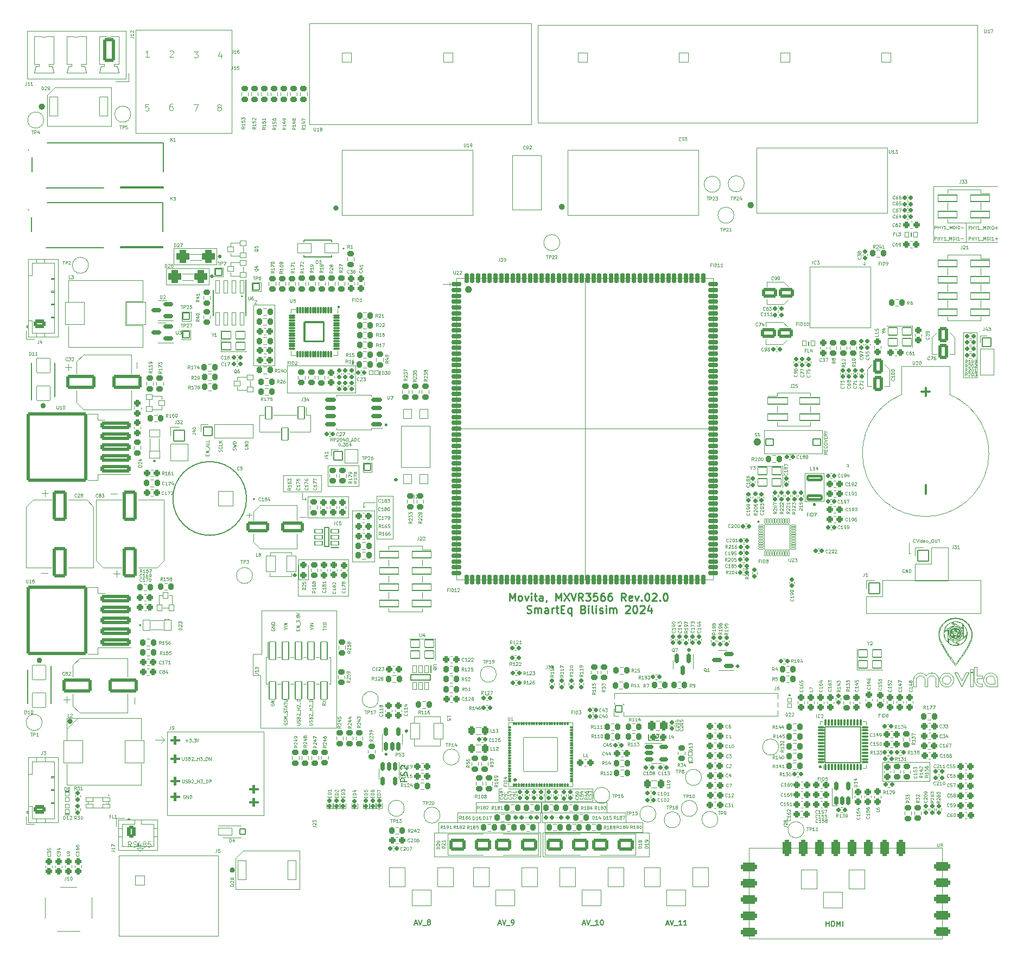
<source format=gto>
G04 #@! TF.GenerationSoftware,KiCad,Pcbnew,8.0.0-rc1*
G04 #@! TF.CreationDate,2024-04-08T12:56:38+03:00*
G04 #@! TF.ProjectId,MXVR_3566,4d585652-5f33-4353-9636-2e6b69636164,REV1*
G04 #@! TF.SameCoordinates,Original*
G04 #@! TF.FileFunction,Legend,Top*
G04 #@! TF.FilePolarity,Positive*
%FSLAX46Y46*%
G04 Gerber Fmt 4.6, Leading zero omitted, Abs format (unit mm)*
G04 Created by KiCad (PCBNEW 8.0.0-rc1) date 2024-04-08 12:56:38*
%MOMM*%
%LPD*%
G01*
G04 APERTURE LIST*
G04 Aperture macros list*
%AMRoundRect*
0 Rectangle with rounded corners*
0 $1 Rounding radius*
0 $2 $3 $4 $5 $6 $7 $8 $9 X,Y pos of 4 corners*
0 Add a 4 corners polygon primitive as box body*
4,1,4,$2,$3,$4,$5,$6,$7,$8,$9,$2,$3,0*
0 Add four circle primitives for the rounded corners*
1,1,$1+$1,$2,$3*
1,1,$1+$1,$4,$5*
1,1,$1+$1,$6,$7*
1,1,$1+$1,$8,$9*
0 Add four rect primitives between the rounded corners*
20,1,$1+$1,$2,$3,$4,$5,0*
20,1,$1+$1,$4,$5,$6,$7,0*
20,1,$1+$1,$6,$7,$8,$9,0*
20,1,$1+$1,$8,$9,$2,$3,0*%
%AMFreePoly0*
4,1,25,0.171062,0.261062,0.186000,0.225000,0.186000,-0.090000,0.185020,-0.099949,0.174744,-0.151611,0.167129,-0.169997,0.137864,-0.213794,0.123794,-0.227864,0.079997,-0.257129,0.061611,-0.264744,0.009949,-0.275020,-0.009949,-0.275020,-0.061611,-0.264744,-0.079997,-0.257129,-0.123794,-0.227864,-0.137864,-0.213794,-0.167129,-0.169997,-0.174744,-0.151611,-0.185020,-0.099949,-0.186000,-0.090000,
-0.186000,0.225000,-0.171062,0.261062,-0.135000,0.276000,0.135000,0.276000,0.171062,0.261062,0.171062,0.261062,$1*%
%AMFreePoly1*
4,1,13,3.036062,3.036062,3.051000,3.000000,3.051000,-3.000000,3.036062,-3.036062,3.000000,-3.051000,-3.000000,-3.051000,-3.036062,-3.036062,-3.051000,-3.000000,-3.051000,3.000000,-3.036062,3.036062,-3.000000,3.051000,3.000000,3.051000,3.036062,3.036062,3.036062,3.036062,$1*%
G04 Aperture macros list end*
%ADD10C,0.110000*%
%ADD11C,0.120000*%
%ADD12C,0.050000*%
%ADD13C,0.100000*%
%ADD14C,0.160000*%
%ADD15C,0.250000*%
%ADD16C,0.150000*%
%ADD17C,0.400000*%
%ADD18C,0.200000*%
%ADD19C,0.127000*%
%ADD20C,0.300000*%
%ADD21C,0.340000*%
%ADD22C,0.500000*%
%ADD23C,0.600000*%
%ADD24C,0.450000*%
%ADD25RoundRect,0.225500X0.225500X0.300500X-0.225500X0.300500X-0.225500X-0.300500X0.225500X-0.300500X0*%
%ADD26RoundRect,0.051000X-0.675000X-0.675000X0.675000X-0.675000X0.675000X0.675000X-0.675000X0.675000X0*%
%ADD27O,1.452000X1.452000*%
%ADD28RoundRect,0.165500X0.165500X0.195500X-0.165500X0.195500X-0.165500X-0.195500X0.165500X-0.195500X0*%
%ADD29RoundRect,0.160500X-0.160500X-0.210500X0.160500X-0.210500X0.160500X0.210500X-0.160500X0.210500X0*%
%ADD30RoundRect,0.160500X0.210500X-0.160500X0.210500X0.160500X-0.210500X0.160500X-0.210500X-0.160500X0*%
%ADD31RoundRect,0.225500X-0.300500X0.225500X-0.300500X-0.225500X0.300500X-0.225500X0.300500X0.225500X0*%
%ADD32RoundRect,0.225500X0.300500X-0.225500X0.300500X0.225500X-0.300500X0.225500X-0.300500X-0.225500X0*%
%ADD33RoundRect,0.267001X-0.533999X0.958999X-0.533999X-0.958999X0.533999X-0.958999X0.533999X0.958999X0*%
%ADD34C,1.602000*%
%ADD35RoundRect,0.250500X-0.250500X-0.275500X0.250500X-0.275500X0.250500X0.275500X-0.250500X0.275500X0*%
%ADD36RoundRect,0.160500X0.160500X0.210500X-0.160500X0.210500X-0.160500X-0.210500X0.160500X-0.210500X0*%
%ADD37C,1.002000*%
%ADD38C,6.302000*%
%ADD39RoundRect,0.051000X-0.500000X-0.500000X0.500000X-0.500000X0.500000X0.500000X-0.500000X0.500000X0*%
%ADD40C,1.483000*%
%ADD41RoundRect,0.264167X-1.036833X-0.686833X1.036833X-0.686833X1.036833X0.686833X-1.036833X0.686833X0*%
%ADD42RoundRect,0.051000X-0.575000X-0.825000X0.575000X-0.825000X0.575000X0.825000X-0.575000X0.825000X0*%
%ADD43RoundRect,0.165500X-0.195500X0.165500X-0.195500X-0.165500X0.195500X-0.165500X0.195500X0.165500X0*%
%ADD44RoundRect,0.088000X0.088000X-0.400500X0.088000X0.400500X-0.088000X0.400500X-0.088000X-0.400500X0*%
%ADD45RoundRect,0.088000X0.400500X-0.088000X0.400500X0.088000X-0.400500X0.088000X-0.400500X-0.088000X0*%
%ADD46RoundRect,0.051000X2.800000X-2.800000X2.800000X2.800000X-2.800000X2.800000X-2.800000X-2.800000X0*%
%ADD47RoundRect,0.051000X-0.650000X-1.500000X0.650000X-1.500000X0.650000X1.500000X-0.650000X1.500000X0*%
%ADD48RoundRect,0.051000X-0.325000X-0.350000X0.325000X-0.350000X0.325000X0.350000X-0.325000X0.350000X0*%
%ADD49RoundRect,0.225500X-0.225500X-0.300500X0.225500X-0.300500X0.225500X0.300500X-0.225500X0.300500X0*%
%ADD50RoundRect,0.264167X1.036833X0.686833X-1.036833X0.686833X-1.036833X-0.686833X1.036833X-0.686833X0*%
%ADD51RoundRect,0.244250X0.244250X0.281750X-0.244250X0.281750X-0.244250X-0.281750X0.244250X-0.281750X0*%
%ADD52RoundRect,0.051000X1.155000X1.155000X-1.155000X1.155000X-1.155000X-1.155000X1.155000X-1.155000X0*%
%ADD53C,2.412000*%
%ADD54RoundRect,0.250500X0.250500X0.275500X-0.250500X0.275500X-0.250500X-0.275500X0.250500X-0.275500X0*%
%ADD55C,1.302000*%
%ADD56RoundRect,0.051000X0.700000X0.600000X-0.700000X0.600000X-0.700000X-0.600000X0.700000X-0.600000X0*%
%ADD57RoundRect,0.271250X0.654750X-0.379750X0.654750X0.379750X-0.654750X0.379750X-0.654750X-0.379750X0*%
%ADD58O,1.852000X1.302000*%
%ADD59RoundRect,0.250500X-0.275500X0.250500X-0.275500X-0.250500X0.275500X-0.250500X0.275500X0.250500X0*%
%ADD60RoundRect,0.173000X-0.173000X-0.198000X0.173000X-0.198000X0.173000X0.198000X-0.173000X0.198000X0*%
%ADD61RoundRect,0.051000X-0.325000X-0.562500X0.325000X-0.562500X0.325000X0.562500X-0.325000X0.562500X0*%
%ADD62RoundRect,0.165500X0.195500X-0.165500X0.195500X0.165500X-0.195500X0.165500X-0.195500X-0.165500X0*%
%ADD63C,2.102000*%
%ADD64RoundRect,0.250500X0.275500X-0.250500X0.275500X0.250500X-0.275500X0.250500X-0.275500X-0.250500X0*%
%ADD65RoundRect,0.051000X0.450000X-0.400000X0.450000X0.400000X-0.450000X0.400000X-0.450000X-0.400000X0*%
%ADD66RoundRect,0.051000X-0.450000X0.400000X-0.450000X-0.400000X0.450000X-0.400000X0.450000X0.400000X0*%
%ADD67C,1.000000*%
%ADD68RoundRect,0.165500X-0.165500X-0.195500X0.165500X-0.195500X0.165500X0.195500X-0.165500X0.195500X0*%
%ADD69RoundRect,0.051000X-0.400000X-0.450000X0.400000X-0.450000X0.400000X0.450000X-0.400000X0.450000X0*%
%ADD70RoundRect,0.051000X0.400000X0.450000X-0.400000X0.450000X-0.400000X-0.450000X0.400000X-0.450000X0*%
%ADD71RoundRect,0.160500X-0.210500X0.160500X-0.210500X-0.160500X0.210500X-0.160500X0.210500X0.160500X0*%
%ADD72RoundRect,0.051000X0.350000X-0.100000X0.350000X0.100000X-0.350000X0.100000X-0.350000X-0.100000X0*%
%ADD73RoundRect,0.051000X-0.100000X-0.350000X0.100000X-0.350000X0.100000X0.350000X-0.100000X0.350000X0*%
%ADD74RoundRect,0.051000X-1.975000X-1.975000X1.975000X-1.975000X1.975000X1.975000X-1.975000X1.975000X0*%
%ADD75C,3.352000*%
%ADD76RoundRect,0.051000X0.750000X0.750000X-0.750000X0.750000X-0.750000X-0.750000X0.750000X-0.750000X0*%
%ADD77C,2.402000*%
%ADD78RoundRect,0.175500X0.613000X0.175500X-0.613000X0.175500X-0.613000X-0.175500X0.613000X-0.175500X0*%
%ADD79RoundRect,0.051000X0.275000X0.300000X-0.275000X0.300000X-0.275000X-0.300000X0.275000X-0.300000X0*%
%ADD80RoundRect,0.150500X0.200500X-0.150500X0.200500X0.150500X-0.200500X0.150500X-0.200500X-0.150500X0*%
%ADD81RoundRect,0.051000X-0.300000X0.275000X-0.300000X-0.275000X0.300000X-0.275000X0.300000X0.275000X0*%
%ADD82RoundRect,0.244250X-0.281750X0.244250X-0.281750X-0.244250X0.281750X-0.244250X0.281750X0.244250X0*%
%ADD83RoundRect,0.075500X-0.075500X0.413000X-0.075500X-0.413000X0.075500X-0.413000X0.075500X0.413000X0*%
%ADD84RoundRect,0.075500X-0.413000X0.075500X-0.413000X-0.075500X0.413000X-0.075500X0.413000X0.075500X0*%
%ADD85RoundRect,0.148590X-1.502410X1.502410X-1.502410X-1.502410X1.502410X-1.502410X1.502410X1.502410X0*%
%ADD86RoundRect,0.525500X-0.525500X-0.525500X0.525500X-0.525500X0.525500X0.525500X-0.525500X0.525500X0*%
%ADD87RoundRect,0.525500X0.525500X0.525500X-0.525500X0.525500X-0.525500X-0.525500X0.525500X-0.525500X0*%
%ADD88RoundRect,0.175500X0.175500X-0.538000X0.175500X0.538000X-0.175500X0.538000X-0.175500X-0.538000X0*%
%ADD89RoundRect,0.051000X1.085000X-0.560000X1.085000X0.560000X-1.085000X0.560000X-1.085000X-0.560000X0*%
%ADD90RoundRect,0.051000X0.425000X-0.425000X0.425000X0.425000X-0.425000X0.425000X-0.425000X-0.425000X0*%
%ADD91C,1.752000*%
%ADD92FreePoly0,0.000000*%
%ADD93FreePoly0,90.000000*%
%ADD94FreePoly0,180.000000*%
%ADD95FreePoly0,270.000000*%
%ADD96FreePoly1,0.000000*%
%ADD97RoundRect,0.051000X-1.500000X-0.500000X1.500000X-0.500000X1.500000X0.500000X-1.500000X0.500000X0*%
%ADD98RoundRect,0.051000X-0.850000X-0.850000X0.850000X-0.850000X0.850000X0.850000X-0.850000X0.850000X0*%
%ADD99O,1.802000X1.802000*%
%ADD100RoundRect,0.051000X0.675000X-0.675000X0.675000X0.675000X-0.675000X0.675000X-0.675000X-0.675000X0*%
%ADD101RoundRect,0.175500X-0.175500X0.613000X-0.175500X-0.613000X0.175500X-0.613000X0.175500X0.613000X0*%
%ADD102RoundRect,0.173000X0.173000X0.198000X-0.173000X0.198000X-0.173000X-0.198000X0.173000X-0.198000X0*%
%ADD103RoundRect,0.262144X0.838856X-2.088856X0.838856X2.088856X-0.838856X2.088856X-0.838856X-2.088856X0*%
%ADD104C,2.352000*%
%ADD105RoundRect,0.051000X0.500000X-1.375000X0.500000X1.375000X-0.500000X1.375000X-0.500000X-1.375000X0*%
%ADD106RoundRect,0.262144X-2.038856X-0.838856X2.038856X-0.838856X2.038856X0.838856X-2.038856X0.838856X0*%
%ADD107RoundRect,0.051000X0.300000X-0.275000X0.300000X0.275000X-0.300000X0.275000X-0.300000X-0.275000X0*%
%ADD108RoundRect,0.048440X-0.297560X0.987560X-0.297560X-0.987560X0.297560X-0.987560X0.297560X0.987560X0*%
%ADD109RoundRect,0.051000X0.090000X0.200000X-0.090000X0.200000X-0.090000X-0.200000X0.090000X-0.200000X0*%
%ADD110RoundRect,0.051000X-0.200000X0.090000X-0.200000X-0.090000X0.200000X-0.090000X0.200000X0.090000X0*%
%ADD111RoundRect,0.051000X-0.090000X-0.200000X0.090000X-0.200000X0.090000X0.200000X-0.090000X0.200000X0*%
%ADD112RoundRect,0.051000X0.200000X-0.090000X0.200000X0.090000X-0.200000X0.090000X-0.200000X-0.090000X0*%
%ADD113RoundRect,0.051000X2.650000X-2.650000X2.650000X2.650000X-2.650000X2.650000X-2.650000X-2.650000X0*%
%ADD114RoundRect,0.051000X0.325000X0.350000X-0.325000X0.350000X-0.325000X-0.350000X0.325000X-0.350000X0*%
%ADD115RoundRect,0.262144X-0.838856X2.088856X-0.838856X-2.088856X0.838856X-2.088856X0.838856X2.088856X0*%
%ADD116RoundRect,0.267001X0.958999X0.533999X-0.958999X0.533999X-0.958999X-0.533999X0.958999X-0.533999X0*%
%ADD117RoundRect,0.051000X-0.625000X0.750000X-0.625000X-0.750000X0.625000X-0.750000X0.625000X0.750000X0*%
%ADD118RoundRect,0.051000X-0.700000X-0.600000X0.700000X-0.600000X0.700000X0.600000X-0.700000X0.600000X0*%
%ADD119RoundRect,0.244250X0.281750X-0.244250X0.281750X0.244250X-0.281750X0.244250X-0.281750X-0.244250X0*%
%ADD120RoundRect,0.051000X0.500000X-0.500000X0.500000X0.500000X-0.500000X0.500000X-0.500000X-0.500000X0*%
%ADD121O,1.102000X1.102000*%
%ADD122RoundRect,0.265938X-1.535062X-0.585062X1.535062X-0.585062X1.535062X0.585062X-1.535062X0.585062X0*%
%ADD123RoundRect,0.273182X2.077818X0.327818X-2.077818X0.327818X-2.077818X-0.327818X2.077818X-0.327818X0*%
%ADD124RoundRect,0.252715X4.498285X5.198285X-4.498285X5.198285X-4.498285X-5.198285X4.498285X-5.198285X0*%
%ADD125RoundRect,0.051000X0.850000X-0.850000X0.850000X0.850000X-0.850000X0.850000X-0.850000X-0.850000X0*%
%ADD126RoundRect,0.271250X-0.379750X-0.654750X0.379750X-0.654750X0.379750X0.654750X-0.379750X0.654750X0*%
%ADD127O,1.302000X1.852000*%
%ADD128RoundRect,0.200400X1.100600X-0.300600X1.100600X0.300600X-1.100600X0.300600X-1.100600X-0.300600X0*%
%ADD129C,2.602000*%
%ADD130RoundRect,0.244250X0.244250X0.406750X-0.244250X0.406750X-0.244250X-0.406750X0.244250X-0.406750X0*%
%ADD131RoundRect,0.051000X-0.525000X0.300000X-0.525000X-0.300000X0.525000X-0.300000X0.525000X0.300000X0*%
%ADD132RoundRect,0.051000X0.750000X1.250000X-0.750000X1.250000X-0.750000X-1.250000X0.750000X-1.250000X0*%
%ADD133O,2.102000X2.102000*%
%ADD134RoundRect,0.051000X1.500000X1.750000X-1.500000X1.750000X-1.500000X-1.750000X1.500000X-1.750000X0*%
%ADD135RoundRect,0.338000X0.913000X0.338000X-0.913000X0.338000X-0.913000X-0.338000X0.913000X-0.338000X0*%
%ADD136RoundRect,0.338000X-0.338000X0.913000X-0.338000X-0.913000X0.338000X-0.913000X0.338000X0.913000X0*%
%ADD137RoundRect,0.244250X-0.244250X-0.406750X0.244250X-0.406750X0.244250X0.406750X-0.244250X0.406750X0*%
%ADD138RoundRect,0.175500X0.675500X0.175500X-0.675500X0.175500X-0.675500X-0.175500X0.675500X-0.175500X0*%
%ADD139RoundRect,0.264167X0.686833X1.586833X-0.686833X1.586833X-0.686833X-1.586833X0.686833X-1.586833X0*%
%ADD140O,1.902000X3.702000*%
%ADD141RoundRect,0.051000X-0.750000X1.250000X-0.750000X-1.250000X0.750000X-1.250000X0.750000X1.250000X0*%
%ADD142RoundRect,0.150500X-0.650500X-0.150500X0.650500X-0.150500X0.650500X0.150500X-0.650500X0.150500X0*%
%ADD143RoundRect,0.150500X0.150500X-0.650500X0.150500X0.650500X-0.150500X0.650500X-0.150500X-0.650500X0*%
%ADD144RoundRect,0.150500X0.650500X0.150500X-0.650500X0.150500X-0.650500X-0.150500X0.650500X-0.150500X0*%
%ADD145RoundRect,0.150500X-0.150500X0.650500X-0.150500X-0.650500X0.150500X-0.650500X0.150500X0.650500X0*%
%ADD146RoundRect,0.051000X-0.500000X0.950000X-0.500000X-0.950000X0.500000X-0.950000X0.500000X0.950000X0*%
%ADD147C,3.302000*%
%ADD148RoundRect,0.051000X-0.750000X-0.750000X0.750000X-0.750000X0.750000X0.750000X-0.750000X0.750000X0*%
%ADD149RoundRect,0.051000X-0.600000X-0.500000X0.600000X-0.500000X0.600000X0.500000X-0.600000X0.500000X0*%
%ADD150RoundRect,0.275500X0.275500X0.500500X-0.275500X0.500500X-0.275500X-0.500500X0.275500X-0.500500X0*%
%ADD151RoundRect,0.051000X-1.575000X-0.500000X1.575000X-0.500000X1.575000X0.500000X-1.575000X0.500000X0*%
%ADD152RoundRect,0.051000X-0.600000X0.300000X-0.600000X-0.300000X0.600000X-0.300000X0.600000X0.300000X0*%
%ADD153RoundRect,0.175500X-0.175500X0.538000X-0.175500X-0.538000X0.175500X-0.538000X0.175500X0.538000X0*%
%ADD154RoundRect,0.175500X-0.538000X-0.175500X0.538000X-0.175500X0.538000X0.175500X-0.538000X0.175500X0*%
%ADD155RoundRect,0.539231X-0.211769X-0.161769X0.211769X-0.161769X0.211769X0.161769X-0.211769X0.161769X0*%
%ADD156RoundRect,0.051000X1.025000X1.125000X-1.025000X1.125000X-1.025000X-1.125000X1.025000X-1.125000X0*%
%ADD157RoundRect,0.051000X1.060000X0.750000X-1.060000X0.750000X-1.060000X-0.750000X1.060000X-0.750000X0*%
%ADD158RoundRect,0.051000X-1.025000X-1.125000X1.025000X-1.125000X1.025000X1.125000X-1.025000X1.125000X0*%
%ADD159RoundRect,0.051000X0.825000X-0.575000X0.825000X0.575000X-0.825000X0.575000X-0.825000X-0.575000X0*%
%ADD160RoundRect,0.051000X-1.500000X-1.750000X1.500000X-1.750000X1.500000X1.750000X-1.500000X1.750000X0*%
%ADD161RoundRect,0.051000X-1.250000X1.500000X-1.250000X-1.500000X1.250000X-1.500000X1.250000X1.500000X0*%
%ADD162RoundRect,0.051000X-1.500000X1.250000X-1.500000X-1.250000X1.500000X-1.250000X1.500000X1.250000X0*%
%ADD163C,1.102000*%
%ADD164C,1.202000*%
%ADD165C,1.702000*%
%ADD166O,3.302000X2.102000*%
%ADD167O,1.402000X2.202000*%
%ADD168O,1.402000X2.702000*%
%ADD169C,1.626000*%
G04 APERTURE END LIST*
D10*
X188290000Y-128239559D02*
X188290000Y-127150000D01*
D11*
X187620000Y-107520000D02*
X187870000Y-107520000D01*
D10*
X199827142Y-127617248D02*
X199911494Y-127688305D01*
X200007978Y-127744458D01*
X200037787Y-127757770D01*
X197136969Y-128239559D02*
X197136969Y-126065391D01*
X195326656Y-121680188D02*
X195218457Y-121705340D01*
X195108146Y-121724203D01*
X194995898Y-121736554D01*
X194881888Y-121742169D01*
X194816015Y-121742269D01*
X199873132Y-128154773D02*
X199765230Y-128101965D01*
X199665027Y-128038800D01*
X199572548Y-127965294D01*
X199524518Y-127919996D01*
X194911986Y-119928193D02*
G75*
G02*
X194755640Y-119928193I-78173J0D01*
G01*
X194755640Y-119928193D02*
G75*
G02*
X194911986Y-119928193I78173J0D01*
G01*
X199524518Y-126382526D02*
X199612695Y-126304431D01*
X199708609Y-126236295D01*
X199812237Y-126178099D01*
X199873132Y-126150055D01*
X194816015Y-121742269D02*
X194704515Y-121737235D01*
X194594746Y-121725839D01*
X194451548Y-121701072D01*
X194312553Y-121665773D01*
X194178408Y-121620389D01*
X194049756Y-121565365D01*
X193927242Y-121501148D01*
X193811513Y-121428183D01*
X193756394Y-121388560D01*
X201379030Y-127150000D02*
X201379030Y-128239559D01*
X198841707Y-128239559D02*
X198731828Y-128234265D01*
X198611862Y-128215646D01*
X198495739Y-128183602D01*
X198420449Y-128154773D01*
X196342719Y-126285750D02*
X196396005Y-126181859D01*
X196449326Y-126081711D01*
X196463781Y-126055677D01*
X192447151Y-126736059D02*
X192499744Y-126629578D01*
X192562323Y-126530763D01*
X192634881Y-126439607D01*
X192679499Y-126392271D01*
X193190340Y-126556895D02*
X193090435Y-126608785D01*
X193002597Y-126675509D01*
X192979726Y-126697293D01*
X194828232Y-119619206D02*
X194828232Y-119145228D01*
X194573122Y-119801808D02*
X194552349Y-119865740D01*
X195119004Y-119877210D02*
X195098231Y-119813278D01*
X195153911Y-120042157D02*
X195394601Y-120427341D01*
X194153689Y-124042417D02*
X194235083Y-124152696D01*
X194317211Y-124262574D01*
X194400006Y-124372268D01*
X194483400Y-124481994D01*
X194567325Y-124591968D01*
X194651713Y-124702406D01*
X194736497Y-124813525D01*
X194821609Y-124925542D01*
X194328596Y-120556122D02*
X194633056Y-120137070D01*
X195184572Y-120628693D02*
G75*
G02*
X194464114Y-120628693I-360229J700663D01*
G01*
D11*
X178090000Y-93920000D02*
X178230000Y-93820000D01*
D10*
X194687439Y-120176582D02*
X194382980Y-120595634D01*
X196952763Y-126055677D02*
X195819766Y-128234733D01*
X196067989Y-119299399D02*
X196069251Y-119188111D01*
X196070545Y-119073991D01*
X196072030Y-118943099D01*
X196073516Y-118812095D01*
X196074814Y-118697638D01*
X196075239Y-118660221D01*
X194776737Y-121354320D02*
X194872483Y-121411057D01*
X194970667Y-121469238D01*
X195083280Y-121535970D01*
X195195990Y-121602758D01*
X195294463Y-121661111D01*
X195326656Y-121680188D01*
X191585176Y-126687548D02*
X191500720Y-126616607D01*
X191404297Y-126560481D01*
X191374531Y-126547180D01*
X195033551Y-119653278D02*
X195474259Y-119543397D01*
X197563146Y-128239559D02*
X197136969Y-128239559D01*
D11*
X85260000Y-123130000D02*
X86590000Y-123130000D01*
D10*
X196173176Y-126617426D02*
X196223787Y-126518719D01*
X196277318Y-126414018D01*
X196328043Y-126314562D01*
X196342719Y-126285750D01*
X191117897Y-126496394D02*
X191002474Y-126506108D01*
X190893589Y-126535271D01*
X190863691Y-126547180D01*
X195133129Y-119849488D02*
X195125953Y-119827403D01*
X199635835Y-127150000D02*
X199645561Y-127265917D01*
X199674740Y-127376183D01*
X199686651Y-127406635D01*
X197136969Y-126065391D02*
X197563146Y-126065391D01*
D11*
X52790000Y-98590000D02*
X52790000Y-97590000D01*
D10*
X191776453Y-128239559D02*
X191776453Y-127150000D01*
X194053353Y-119793054D02*
X194572963Y-120002990D01*
D11*
X93540000Y-98980000D02*
X93380000Y-99220000D01*
X102560000Y-100250000D02*
X102780000Y-100110000D01*
D10*
X188721003Y-127150000D02*
X188721003Y-128239559D01*
X192679499Y-126392271D02*
X192766600Y-126314170D01*
X192861740Y-126246022D01*
X192964920Y-126187815D01*
X193025716Y-126159769D01*
X193446974Y-126075014D02*
X193558841Y-126080319D01*
X193679959Y-126098958D01*
X193796090Y-126130988D01*
X193870753Y-126159769D01*
X195116298Y-120615780D02*
X194824343Y-120267841D01*
D11*
X187620000Y-107520000D02*
X187620000Y-105800000D01*
D10*
X195019946Y-120174888D02*
X195298543Y-120558344D01*
X193641264Y-119191906D02*
X193018523Y-119542088D01*
X194691411Y-126055677D02*
X195175721Y-126055677D01*
X199686651Y-126895795D02*
X199651913Y-127002888D01*
X199636628Y-127116399D01*
X199635835Y-127150000D01*
X190863691Y-126547180D02*
X190765411Y-126599055D01*
X190672492Y-126671103D01*
X190655445Y-126687548D01*
D12*
X123560000Y-144152164D02*
X130770000Y-144152164D01*
X130770000Y-146050000D01*
X123560000Y-146050000D01*
X123560000Y-144152164D01*
D10*
X194267171Y-120409328D02*
X194507862Y-120024143D01*
X192122669Y-126726345D02*
X192163619Y-126839167D01*
X192191200Y-126956945D01*
X192205380Y-127079677D01*
X192207456Y-127150000D01*
X197563146Y-125922349D02*
X197136969Y-125922349D01*
X194828232Y-119145228D02*
X194851454Y-119145228D01*
X194125450Y-118203120D02*
X194740291Y-118588225D01*
D11*
X102560000Y-99530000D02*
X102560000Y-100250000D01*
D10*
X196642699Y-120195940D02*
X196001768Y-120535855D01*
X193599597Y-120566147D02*
X193598334Y-120677434D01*
X193597040Y-120791554D01*
X193595555Y-120922447D01*
X193594069Y-121053451D01*
X193592770Y-121167908D01*
X193592346Y-121205326D01*
X194275988Y-120478250D02*
G75*
G02*
X194053340Y-119793052I555112J559150D01*
G01*
X194830980Y-124661219D02*
X194883918Y-124598167D01*
D11*
X191380000Y-50260000D02*
X201540000Y-50260000D01*
X201540000Y-58945400D01*
X191380000Y-58945400D01*
X191380000Y-50260000D01*
D10*
X192979726Y-127626994D02*
X193064105Y-127697995D01*
X193160568Y-127754147D01*
X193190340Y-127767485D01*
X194856411Y-118054369D02*
X194972705Y-118059765D01*
X195087103Y-118072079D01*
X195199296Y-118091097D01*
X195308976Y-118116605D01*
X195415833Y-118148389D01*
X195519558Y-118186236D01*
X195652452Y-118245760D01*
X195778497Y-118315177D01*
X195896959Y-118393979D01*
X195953119Y-118436742D01*
X195953119Y-118436742D02*
X195927028Y-119161762D01*
D11*
X178090000Y-93920000D02*
X177940000Y-93850000D01*
D10*
X197412751Y-119651069D02*
X197360901Y-119445342D01*
X197294282Y-119246181D01*
X197213582Y-119054266D01*
X197119486Y-118870278D01*
X197012682Y-118694899D01*
X196893856Y-118528809D01*
X196763694Y-118372690D01*
X196622885Y-118227224D01*
X196472113Y-118093091D01*
X196312066Y-117970972D01*
X196143431Y-117861549D01*
X195966895Y-117765504D01*
X195783143Y-117683516D01*
X195592863Y-117616268D01*
X195396742Y-117564441D01*
X195195466Y-117528716D01*
X194809661Y-121786136D02*
X194693366Y-121780739D01*
X194578968Y-121768425D01*
X194466775Y-121749407D01*
X194357095Y-121723900D01*
X194250238Y-121692115D01*
X194146513Y-121654268D01*
X194013619Y-121594744D01*
X193887575Y-121525327D01*
X193769113Y-121446525D01*
X193712954Y-121403763D01*
X195074000Y-119864206D02*
G75*
G02*
X195016800Y-119864206I-28600J0D01*
G01*
X195016800Y-119864206D02*
G75*
G02*
X195074000Y-119864206I28600J0D01*
G01*
X196036582Y-118567828D02*
X196120013Y-118647436D01*
X196198947Y-118732510D01*
X196273066Y-118823003D01*
X196342050Y-118918871D01*
X196405580Y-119020068D01*
X196425490Y-119054977D01*
X197136969Y-126065391D02*
X197563146Y-126065391D01*
X190246330Y-126505986D02*
X190326195Y-126409617D01*
X190415749Y-126323851D01*
X190515010Y-126248662D01*
X190609840Y-126191528D01*
X190623996Y-126184025D01*
X194713403Y-119149604D02*
X194674310Y-119708656D01*
D12*
X130400000Y-147870000D02*
X143390000Y-147870000D01*
X143390000Y-149410000D01*
X130400000Y-149410000D01*
X130400000Y-147870000D01*
D10*
X188607135Y-126382526D02*
X188694249Y-126304431D01*
X188789385Y-126236295D01*
X188892557Y-126178099D01*
X188953351Y-126150055D01*
D11*
X90010000Y-95330000D02*
X95880000Y-95330000D01*
X95880000Y-97840000D01*
X90010000Y-97840000D01*
X90010000Y-95330000D01*
D10*
X199054749Y-126501190D02*
X199054749Y-126932163D01*
X195986788Y-126978153D02*
X196039688Y-126876226D01*
X196092208Y-126774678D01*
X196144358Y-126673491D01*
X196173176Y-126617426D01*
D11*
X93540000Y-98980000D02*
X93390000Y-98770000D01*
D12*
X196110000Y-73010000D02*
X198230000Y-73010000D01*
X198230000Y-80060000D01*
X196110000Y-80060000D01*
X196110000Y-73010000D01*
D11*
X52290000Y-98090000D02*
X53290000Y-98090000D01*
D10*
X196002617Y-120714536D02*
X196099625Y-120659985D01*
X196199104Y-120604046D01*
X196313202Y-120539886D01*
X196427398Y-120475671D01*
X196527169Y-120419567D01*
X196559787Y-120401226D01*
X194339417Y-118160317D02*
X194447615Y-118135164D01*
X194557925Y-118116301D01*
X194670173Y-118103951D01*
X194784184Y-118098335D01*
X194850058Y-118098236D01*
X194094621Y-119669466D02*
X194545400Y-119815933D01*
X196043145Y-120465391D02*
X196045954Y-120333519D01*
X196048622Y-120208341D01*
X196051596Y-120068757D01*
X196054721Y-119922073D01*
X196057842Y-119775593D01*
X196060803Y-119636623D01*
X196063449Y-119512467D01*
X196066216Y-119382596D01*
X196067989Y-119299399D01*
X194898704Y-121275416D02*
X195997732Y-120671735D01*
X194824343Y-120199390D02*
X195184572Y-120628694D01*
X193870753Y-126159769D02*
X193977426Y-126212459D01*
X194076796Y-126275082D01*
X194168911Y-126347652D01*
X194216969Y-126392271D01*
X194877942Y-119707188D02*
G75*
G02*
X194798742Y-119707188I-39600J0D01*
G01*
X194798742Y-119707188D02*
G75*
G02*
X194877942Y-119707188I39600J0D01*
G01*
X192207456Y-128239559D02*
X191776453Y-128239559D01*
D11*
X93530000Y-101838750D02*
X92530000Y-101838750D01*
D10*
X195705334Y-119928193D02*
G75*
G02*
X193962292Y-119928193I-871521J0D01*
G01*
X193962292Y-119928193D02*
G75*
G02*
X195705334Y-119928193I871521J0D01*
G01*
X193018523Y-119542088D02*
X193045750Y-119430030D01*
X193079958Y-119319134D01*
X193121268Y-119209698D01*
X193169800Y-119102023D01*
X193225674Y-118996406D01*
X193245952Y-118961710D01*
D11*
X92980000Y-98980000D02*
X93540000Y-98980000D01*
D10*
X193870753Y-128164487D02*
X193757932Y-128205490D01*
X193640142Y-128233058D01*
X193517356Y-128247206D01*
X193446974Y-128249274D01*
X193283262Y-120794138D02*
X193231871Y-120695060D01*
X193186855Y-120594299D01*
X193136705Y-120457902D01*
X193097778Y-120319880D01*
X193070009Y-120181014D01*
X193053335Y-120042086D01*
X193047692Y-119903878D01*
X193053016Y-119767171D01*
X193059772Y-119699625D01*
X193779380Y-120749809D02*
X193892178Y-120818177D01*
X193999253Y-120883076D01*
X194118649Y-120955444D01*
X194244118Y-121031493D01*
X194369413Y-121107435D01*
X194488284Y-121179485D01*
X194594483Y-121243854D01*
X194705571Y-121311185D01*
X194776737Y-121354320D01*
X194653563Y-119855798D02*
G75*
G02*
X194596363Y-119855798I-28600J0D01*
G01*
X194596363Y-119855798D02*
G75*
G02*
X194653563Y-119855798I28600J0D01*
G01*
D11*
X64020000Y-111130000D02*
X64020000Y-110130000D01*
X104510000Y-98490000D02*
X107090000Y-98490000D01*
X107090000Y-105200000D01*
X104510000Y-105200000D01*
X104510000Y-98490000D01*
D10*
X197563146Y-126065391D02*
X197563146Y-128239559D01*
X194464114Y-120628694D02*
X194824343Y-120199390D01*
X195927028Y-119161762D02*
X194854711Y-118511817D01*
D11*
X92980000Y-98690000D02*
X92980000Y-98980000D01*
X98250000Y-134680000D02*
X89700000Y-134680000D01*
D10*
X194980417Y-121276017D02*
X195096025Y-121212514D01*
X195205766Y-121152235D01*
X195328136Y-121085019D01*
X195456731Y-121014383D01*
X195585147Y-120943846D01*
X195706979Y-120876925D01*
X195815824Y-120817138D01*
X195929679Y-120754599D01*
X196002617Y-120714536D01*
D11*
X56490000Y-78960000D02*
X56490000Y-77960000D01*
D10*
X195385786Y-120496265D02*
X195088810Y-120021004D01*
X197752179Y-125193701D02*
X198183151Y-125193701D01*
X191374531Y-126547180D02*
X191265809Y-126512454D01*
X191151546Y-126497186D01*
X191117897Y-126496394D01*
D11*
X86430000Y-126480000D02*
X85260000Y-126480000D01*
X178090000Y-93630000D02*
X178090000Y-93920000D01*
D10*
X193639107Y-120583317D02*
X193631003Y-121297718D01*
X192386743Y-120600874D02*
X192420783Y-120726995D01*
X192459644Y-120851226D01*
X192502852Y-120973737D01*
X192549933Y-121094694D01*
X192600413Y-121214267D01*
X192653819Y-121332623D01*
X192709677Y-121449930D01*
X192767514Y-121566358D01*
X194851454Y-119619206D02*
X194828232Y-119619206D01*
X188953351Y-126150055D02*
X189066945Y-126109128D01*
X189184377Y-126081596D01*
X189305617Y-126067457D01*
X189374609Y-126065391D01*
D11*
X55990000Y-78460000D02*
X56990000Y-78460000D01*
D10*
X200294390Y-126065391D02*
X200406208Y-126070682D01*
X200527330Y-126089285D01*
X200643458Y-126121282D01*
X200718077Y-126150055D01*
X195187034Y-117616623D02*
X194982911Y-117597276D01*
X194780788Y-117594184D01*
X194581410Y-117606960D01*
X194385521Y-117635213D01*
X194193867Y-117678554D01*
X194007192Y-117736595D01*
X193826240Y-117808946D01*
X193651758Y-117895219D01*
X193484488Y-117995024D01*
X193325177Y-118107972D01*
X193174569Y-118233675D01*
X193033409Y-118371743D01*
X192902442Y-118521787D01*
X192782411Y-118683418D01*
X192674063Y-118856248D01*
X192578143Y-119039887D01*
D11*
X85260000Y-126480000D02*
X85260000Y-123130000D01*
X64050000Y-98150000D02*
X63050000Y-98150000D01*
D10*
X192839327Y-126905509D02*
X192804513Y-127012605D01*
X192789212Y-127126135D01*
X192788418Y-127159746D01*
X198233968Y-127406635D02*
X198285905Y-127506589D01*
X198352648Y-127594381D01*
X198374459Y-127617248D01*
X200718077Y-126150055D02*
X200824557Y-126202738D01*
X200923371Y-126265349D01*
X201014528Y-126337909D01*
X201061865Y-126382526D01*
X194877194Y-124859337D02*
X194956471Y-124751148D01*
X195035963Y-124643108D01*
X195115612Y-124535178D01*
X195195364Y-124427318D01*
X195275163Y-124319489D01*
X195354952Y-124211650D01*
X195434677Y-124103764D01*
X195514282Y-123995790D01*
X195593711Y-123887688D01*
X195672909Y-123779420D01*
X195751819Y-123670947D01*
X195830386Y-123562227D01*
X195908555Y-123453223D01*
X195986269Y-123343895D01*
X196063474Y-123234203D01*
X196140114Y-123124108D01*
X195279756Y-120571994D02*
X195001159Y-120188538D01*
X193446974Y-128249274D02*
X193323629Y-128242574D01*
X193204078Y-128222464D01*
X193088348Y-128188926D01*
X193025716Y-128164487D01*
X193446974Y-126505986D02*
X193331147Y-126515720D01*
X193220831Y-126544954D01*
X193190340Y-126556895D01*
D11*
X92260000Y-108400000D02*
X100160000Y-108400000D01*
X100160000Y-114080000D01*
X92260000Y-114080000D01*
X92260000Y-108400000D01*
D10*
X188721003Y-128239559D02*
X188290000Y-128239559D01*
D12*
X130770000Y-144152164D02*
X138280000Y-144152164D01*
X138280000Y-146050000D01*
X130770000Y-146050000D01*
X130770000Y-144152164D01*
D10*
X194999652Y-120109651D02*
G75*
G02*
X194920452Y-120109651I-39600J0D01*
G01*
X194920452Y-120109651D02*
G75*
G02*
X194999652Y-120109651I39600J0D01*
G01*
X196425490Y-119054977D02*
X196478963Y-119158388D01*
X196525498Y-119263617D01*
X196565125Y-119370289D01*
X196597874Y-119478028D01*
X196623777Y-119586461D01*
X196642863Y-119695213D01*
X196657760Y-119840065D01*
X196660666Y-119983931D01*
X196651652Y-120125923D01*
X196642699Y-120195940D01*
X194572963Y-120002990D02*
X194275987Y-120478251D01*
X199686651Y-127406635D02*
X199738588Y-127506589D01*
X199805331Y-127594381D01*
X199827142Y-127617248D01*
X194634076Y-119653278D02*
X194665759Y-119200183D01*
X194130541Y-119573079D02*
G75*
G02*
X194713408Y-119149638I703159J-355021D01*
G01*
X199827142Y-126687548D02*
X199756140Y-126771564D01*
X199699988Y-126866608D01*
X199686651Y-126895795D01*
X194507862Y-120024143D02*
X194086734Y-119853996D01*
X192979726Y-126697293D02*
X192904268Y-126787717D01*
X192849196Y-126883541D01*
X192839327Y-126905509D01*
X197563146Y-126065391D02*
X197563146Y-128239559D01*
X194873454Y-119641206D02*
X194806232Y-119641206D01*
X195024813Y-120144159D02*
X195329273Y-120563211D01*
X193059772Y-119699625D02*
X193169894Y-119641222D01*
X193287617Y-119578788D01*
X193396162Y-119521222D01*
X193502100Y-119465038D01*
X193609816Y-119407911D01*
X193624440Y-119400156D01*
D11*
X85350000Y-68730000D02*
X88620000Y-68730000D01*
X88620000Y-78180000D01*
X85350000Y-78180000D01*
X85350000Y-68730000D01*
D10*
X195537086Y-119573079D02*
X194993316Y-119708656D01*
X194451869Y-126736059D02*
X194492776Y-126848828D01*
X194520299Y-126966626D01*
X194534435Y-127089403D01*
X194536502Y-127159746D01*
D12*
X120060000Y-146270000D02*
X130230000Y-146270000D01*
X130230000Y-147850000D01*
X120060000Y-147850000D01*
X120060000Y-146270000D01*
D10*
X191887769Y-126382526D02*
X191967015Y-126469445D01*
X192035946Y-126564005D01*
X192094562Y-126666231D01*
X192122669Y-126726345D01*
X194739755Y-120104257D02*
G75*
G02*
X194660555Y-120104257I-39600J0D01*
G01*
X194660555Y-120104257D02*
G75*
G02*
X194739755Y-120104257I39600J0D01*
G01*
X195504999Y-126692467D02*
X195559168Y-126798716D01*
X195612910Y-126902618D01*
X195666231Y-127004152D01*
X195676846Y-127024173D01*
X188771789Y-126895795D02*
X188737063Y-127002888D01*
X188721795Y-127116399D01*
X188721003Y-127150000D01*
D11*
X89695000Y-134680000D02*
X86420000Y-134680000D01*
D10*
X192362365Y-127159746D02*
X192367658Y-127047927D01*
X192386277Y-126926805D01*
X192418321Y-126810677D01*
X192447151Y-126736059D01*
X200294390Y-126496394D02*
X200178498Y-126506108D01*
X200068238Y-126535271D01*
X200037787Y-126547180D01*
X194889336Y-118486186D02*
X194793589Y-118429448D01*
X194695405Y-118371267D01*
X194582792Y-118304535D01*
X194470082Y-118237746D01*
X194371609Y-118179393D01*
X194339417Y-118160317D01*
X194194866Y-123820148D02*
X194272384Y-123925175D01*
X194350601Y-124029822D01*
X194429453Y-124134292D01*
X194508876Y-124238792D01*
X194588804Y-124343529D01*
X194669174Y-124448708D01*
X194749921Y-124554536D01*
X194830980Y-124661219D01*
X195676846Y-127024173D02*
X195731941Y-127128855D01*
X195784926Y-127231318D01*
X195819766Y-127300114D01*
X194216969Y-126392271D02*
X194296215Y-126479176D01*
X194365146Y-126573735D01*
X194423762Y-126675955D01*
X194451869Y-126736059D01*
D11*
X91610000Y-116390000D02*
X93330000Y-116390000D01*
D10*
X199054749Y-126932163D02*
X198183151Y-126932163D01*
X194080496Y-119641744D02*
X194573122Y-119801808D01*
X199524518Y-127919996D02*
X199445216Y-127831746D01*
X199376277Y-127735803D01*
X199317706Y-127632163D01*
X199289649Y-127571258D01*
X193025716Y-128164487D02*
X192918070Y-128111677D01*
X192818463Y-128048498D01*
X192726896Y-127974953D01*
X192679499Y-127929618D01*
X194664563Y-119855798D02*
G75*
G02*
X194585363Y-119855798I-39600J0D01*
G01*
X194585363Y-119855798D02*
G75*
G02*
X194664563Y-119855798I39600J0D01*
G01*
X197563146Y-125511666D02*
X197563146Y-125922349D01*
D11*
X86420000Y-134680000D02*
X86420000Y-129990000D01*
D10*
X195001867Y-119200182D02*
G75*
G02*
X195474290Y-119543378I-193867J-763618D01*
G01*
X196463781Y-126055677D02*
X196952763Y-126055677D01*
X193756394Y-121388560D02*
X193760876Y-121263990D01*
X193765668Y-121130822D01*
X193770087Y-121008036D01*
X193774399Y-120888199D01*
X193778784Y-120766351D01*
X193779380Y-120749809D01*
X194656710Y-120181449D02*
X194378113Y-120564905D01*
X198585103Y-127757770D02*
X198693731Y-127792482D01*
X198808027Y-127807762D01*
X198841707Y-127808556D01*
X201061865Y-126382526D02*
X201139965Y-126469445D01*
X201208112Y-126564005D01*
X201266320Y-126666231D01*
X201294367Y-126726345D01*
X195001867Y-119200182D02*
X195033551Y-119653278D01*
X194536502Y-127159746D02*
X194531211Y-127269623D01*
X194512612Y-127389589D01*
X194480627Y-127505712D01*
X194451869Y-127581004D01*
X197136969Y-128239559D02*
X197136969Y-126065391D01*
X194552349Y-119865740D02*
X194059723Y-119705676D01*
X194674310Y-119708656D02*
X194130540Y-119573079D01*
X194116897Y-118248341D02*
X194222535Y-118314508D01*
X194335466Y-118385242D01*
X194439592Y-118450461D01*
X194541218Y-118514115D01*
X194644549Y-118578836D01*
X194658578Y-118587623D01*
X194633056Y-120137070D02*
X194687439Y-120176582D01*
X198071834Y-127919996D02*
X197992532Y-127831746D01*
X197923594Y-127735803D01*
X197865023Y-127632163D01*
X197836965Y-127571258D01*
X194806232Y-119123228D02*
X194873454Y-119123228D01*
X189374609Y-126496394D02*
X189259226Y-126506108D01*
X189150337Y-126535271D01*
X189120404Y-126547180D01*
X197096021Y-121156167D02*
X197152337Y-121018951D01*
X197202562Y-120881059D01*
X197246131Y-120742357D01*
X197282482Y-120602713D01*
X197311051Y-120461995D01*
X197331273Y-120320070D01*
X197342586Y-120176806D01*
X197344426Y-120032071D01*
X197336229Y-119885732D01*
X197317432Y-119737657D01*
X197298734Y-119637911D01*
X191776453Y-127150000D02*
X191766718Y-127034668D01*
X191737484Y-126925733D01*
X191725544Y-126895795D01*
D11*
X90560000Y-78230000D02*
X101230000Y-78230000D01*
X101230000Y-82420000D01*
X90560000Y-82420000D01*
X90560000Y-78230000D01*
D10*
X193631003Y-121297718D02*
X193547571Y-121218109D01*
X193468637Y-121133036D01*
X193394518Y-121042542D01*
X193325534Y-120946674D01*
X193262004Y-120845477D01*
X193242095Y-120810569D01*
D11*
X66780000Y-130910000D02*
X66780000Y-129910000D01*
D10*
X192456130Y-119023143D02*
X192390843Y-119170247D01*
X192333920Y-119318707D01*
X192285790Y-119468523D01*
X192246886Y-119619694D01*
X192217639Y-119772222D01*
X192198481Y-119926106D01*
X192189844Y-120081348D01*
X192192159Y-120237946D01*
X192205858Y-120395902D01*
X192231373Y-120555216D01*
X192255161Y-120662180D01*
X195819766Y-127300114D02*
X195872256Y-127198753D01*
X195924457Y-127098134D01*
X195980909Y-126989462D01*
X195986788Y-126978153D01*
D11*
X53260000Y-110570000D02*
X52260000Y-110570000D01*
D10*
X195575040Y-119872009D02*
G75*
G02*
X195394607Y-120427346I-786040J-51591D01*
G01*
X197136969Y-125511666D02*
X197563146Y-125511666D01*
X192578143Y-119039887D02*
X192515965Y-119179986D01*
X192461752Y-119321377D01*
X192415914Y-119464058D01*
X192378862Y-119608031D01*
X192351008Y-119753295D01*
X192332763Y-119899852D01*
X192324537Y-120047700D01*
X192326741Y-120196842D01*
X192339788Y-120347276D01*
X192364088Y-120499003D01*
X192386743Y-120600874D01*
X198420449Y-128154773D02*
X198312567Y-128101965D01*
X198212395Y-128038800D01*
X198119905Y-127965294D01*
X198071834Y-127919996D01*
X194378113Y-120564905D02*
X194359326Y-120551255D01*
D11*
X92980000Y-97990000D02*
X92980000Y-98690000D01*
D10*
X196620473Y-120321552D02*
X196593245Y-120433609D01*
X196559036Y-120544506D01*
X196517726Y-120653941D01*
X196469194Y-120761617D01*
X196413320Y-120867234D01*
X196393043Y-120901931D01*
X196140114Y-123124108D02*
X196216307Y-123012838D01*
X196291374Y-122900836D01*
X196365269Y-122788081D01*
X196437952Y-122674556D01*
X196509378Y-122560241D01*
X196579505Y-122445117D01*
X196648290Y-122329166D01*
X196715690Y-122212368D01*
X196781663Y-122094704D01*
X196846165Y-121976156D01*
X196909155Y-121856705D01*
X196970588Y-121736332D01*
X197030422Y-121615017D01*
X197088614Y-121492743D01*
X197145121Y-121369489D01*
X197199902Y-121245238D01*
X193636378Y-119149104D02*
X193539369Y-119203654D01*
X193439890Y-119259593D01*
X193325792Y-119323753D01*
X193211596Y-119387968D01*
X193111825Y-119444072D01*
X193079208Y-119462414D01*
X199289649Y-127571258D02*
X199248645Y-127457698D01*
X199221077Y-127340293D01*
X199206929Y-127219034D01*
X199204862Y-127150000D01*
X194240074Y-118147599D02*
X194350732Y-118115149D01*
X194463875Y-118089326D01*
X194579304Y-118070384D01*
X194696820Y-118058576D01*
X194816224Y-118054156D01*
X194856411Y-118054369D01*
X194216969Y-127929618D02*
X194128863Y-128008919D01*
X194033530Y-128077858D01*
X193930920Y-128136429D01*
X193870753Y-128164487D01*
X196358230Y-120874495D02*
X196298121Y-120968539D01*
X196233367Y-121057904D01*
X196140319Y-121169534D01*
X196040252Y-121272257D01*
X195933875Y-121365738D01*
X195821897Y-121449642D01*
X195705027Y-121523633D01*
X195583972Y-121587375D01*
X195522098Y-121615299D01*
X190515077Y-126895795D02*
X190480250Y-127002888D01*
X190464960Y-127116399D01*
X190464168Y-127150000D01*
X195001159Y-120188538D02*
X195019946Y-120174888D01*
X193914345Y-127626994D02*
X193985300Y-127542601D01*
X194041433Y-127446121D01*
X194054744Y-127416349D01*
X196384323Y-119071408D02*
X196435713Y-119170486D01*
X196480729Y-119271247D01*
X196530879Y-119407644D01*
X196569807Y-119545666D01*
X196597576Y-119684532D01*
X196614250Y-119823459D01*
X196619893Y-119961668D01*
X196614568Y-120098375D01*
X196607813Y-120165922D01*
X195085000Y-119864206D02*
G75*
G02*
X195005800Y-119864206I-39600J0D01*
G01*
X195005800Y-119864206D02*
G75*
G02*
X195085000Y-119864206I39600J0D01*
G01*
X194993316Y-119708656D02*
X194954223Y-119149604D01*
X194854711Y-118511817D02*
X194240074Y-118147599D01*
X195611630Y-119717146D02*
X195119004Y-119877210D01*
X190033165Y-128239559D02*
X190033165Y-127150000D01*
X194658578Y-118587623D02*
X194542969Y-118651125D01*
X194433228Y-118711404D01*
X194310858Y-118778621D01*
X194182263Y-118849256D01*
X194053847Y-118919793D01*
X193932015Y-118986714D01*
X193823170Y-119046501D01*
X193709315Y-119109040D01*
X193636378Y-119149104D01*
X199204862Y-127150000D02*
X199210155Y-127038216D01*
X199228774Y-126917135D01*
X199260819Y-126801008D01*
X199289649Y-126726345D01*
X195098231Y-119813278D02*
X195590857Y-119653214D01*
X195329273Y-120563211D02*
X195274889Y-120602723D01*
D11*
X98250000Y-116390000D02*
X98250000Y-134680000D01*
X86600000Y-116390000D02*
X91610000Y-116390000D01*
D10*
X198841707Y-127808556D02*
X199054749Y-127808556D01*
X195513545Y-121660521D02*
X194898704Y-121275416D01*
X194866942Y-119707188D02*
G75*
G02*
X194809742Y-119707188I-28600J0D01*
G01*
X194809742Y-119707188D02*
G75*
G02*
X194866942Y-119707188I28600J0D01*
G01*
X192654970Y-121675938D02*
X192735596Y-121832457D01*
X192818438Y-121987520D01*
X192903394Y-122141191D01*
X192990360Y-122293538D01*
X193079236Y-122444627D01*
X193169919Y-122594523D01*
X193262307Y-122743292D01*
X193356298Y-122891000D01*
X193451789Y-123037714D01*
X193548680Y-123183500D01*
X193646868Y-123328423D01*
X193746250Y-123472550D01*
X193846726Y-123615947D01*
X193948192Y-123758680D01*
X194050547Y-123900814D01*
X194153689Y-124042417D01*
X193446974Y-127818301D02*
X193562888Y-127808574D01*
X193673237Y-127779394D01*
X193703731Y-127767485D01*
X198183151Y-127150000D02*
X198192877Y-127265917D01*
X198222057Y-127376183D01*
X198233968Y-127406635D01*
X194054744Y-127416349D02*
X194089456Y-127307669D01*
X194104736Y-127193420D01*
X194105530Y-127159746D01*
X194811361Y-121328688D02*
X195425999Y-121692907D01*
X194451869Y-127581004D02*
X194398984Y-127688884D01*
X194335784Y-127789057D01*
X194262268Y-127881546D01*
X194216969Y-127929618D01*
X195125953Y-119827403D02*
X195576732Y-119680936D01*
X194054744Y-126905509D02*
X194002852Y-126807322D01*
X193930796Y-126714363D01*
X193914345Y-126697293D01*
X193242095Y-120810569D02*
X193188621Y-120707157D01*
X193142086Y-120601928D01*
X193102459Y-120495257D01*
X193069710Y-120387517D01*
X193043807Y-120279084D01*
X193024721Y-120170332D01*
X193009824Y-120025481D01*
X193006918Y-119881615D01*
X193015932Y-119739622D01*
X193024886Y-119669606D01*
X194806232Y-119641206D02*
X194806232Y-119123228D01*
X194637923Y-120167799D02*
X194656710Y-120181449D01*
D11*
X86420000Y-129990000D02*
X86430000Y-126480000D01*
D10*
X200948150Y-127808556D02*
X200948150Y-127150000D01*
X196075239Y-118660221D02*
X196151121Y-118741347D01*
X196222612Y-118827447D01*
X196289432Y-118918481D01*
X196351300Y-119014409D01*
X196384323Y-119071408D01*
D11*
X63520000Y-110630000D02*
X64520000Y-110630000D01*
D10*
X193024886Y-119669606D02*
X193665817Y-119329691D01*
X196086699Y-122945568D02*
X196159264Y-122839597D01*
X196230756Y-122732928D01*
X196301133Y-122625543D01*
X196370354Y-122517424D01*
X196438379Y-122408552D01*
X196505167Y-122298910D01*
X196570677Y-122188480D01*
X196634867Y-122077244D01*
X196697699Y-121965184D01*
X196759129Y-121852281D01*
X196819119Y-121738518D01*
X196877627Y-121623876D01*
X196934611Y-121508338D01*
X196990032Y-121391886D01*
X197043849Y-121274501D01*
X197096021Y-121156167D01*
X198183151Y-126932163D02*
X198183151Y-127150000D01*
X195878521Y-119928193D02*
G75*
G02*
X193789105Y-119928193I-1044708J0D01*
G01*
X193789105Y-119928193D02*
G75*
G02*
X195878521Y-119928193I1044708J0D01*
G01*
D11*
X67130000Y-78640000D02*
X67130000Y-77640000D01*
D10*
X195997732Y-120671735D02*
X196620473Y-120321552D01*
X190655445Y-126687548D02*
X190579954Y-126777987D01*
X190524936Y-126873820D01*
X190515077Y-126895795D01*
X195886693Y-119090696D02*
X195773894Y-119022327D01*
X195666819Y-118957428D01*
X195547423Y-118885060D01*
X195421954Y-118809012D01*
X195296659Y-118733069D01*
X195177788Y-118661020D01*
X195071589Y-118596651D01*
X194960501Y-118529320D01*
X194889336Y-118486186D01*
X194359326Y-120551255D02*
X194637923Y-120167799D01*
X197563146Y-128239559D02*
X197136969Y-128239559D01*
X192679499Y-127929618D02*
X192601402Y-127841387D01*
X192533278Y-127745486D01*
X192475136Y-127641890D01*
X192447151Y-127581004D01*
X195425999Y-121692907D02*
X195315340Y-121725356D01*
X195202197Y-121751178D01*
X195086767Y-121770120D01*
X194969251Y-121781928D01*
X194849847Y-121786348D01*
X194809661Y-121786136D01*
X194087445Y-119691551D02*
X194094621Y-119669466D01*
X194059723Y-119705676D02*
X194080496Y-119641744D01*
X195608420Y-119811068D02*
G75*
G02*
X195385803Y-120496283I-777620J-126132D01*
G01*
X195669813Y-119928193D02*
G75*
G02*
X193997813Y-119928193I-836000J0D01*
G01*
X193997813Y-119928193D02*
G75*
G02*
X195669813Y-119928193I836000J0D01*
G01*
D11*
X196460000Y-55980000D02*
X196460000Y-58945400D01*
D10*
X195522098Y-121615299D02*
X195416459Y-121549132D01*
X195303528Y-121478397D01*
X195199402Y-121413178D01*
X195097776Y-121349525D01*
X194994445Y-121284803D01*
X194980417Y-121276017D01*
X193712954Y-121403763D02*
X193739045Y-120678743D01*
X188912280Y-126687548D02*
X188841238Y-126771564D01*
X188785091Y-126866608D01*
X188771789Y-126895795D01*
D11*
X86590000Y-123130000D02*
X86600000Y-116390000D01*
D10*
X197136969Y-125922349D02*
X197136969Y-125511666D01*
X195909679Y-118451945D02*
X195905195Y-118576514D01*
X195900403Y-118709683D01*
X195895985Y-118832468D01*
X195891672Y-118952306D01*
X195887288Y-119074153D01*
X195886693Y-119090696D01*
D12*
X130490000Y-151020000D02*
X147080000Y-151020000D01*
X147080000Y-154720000D01*
X130490000Y-154720000D01*
X130490000Y-151020000D01*
D10*
X189120404Y-126547180D02*
X189022173Y-126599055D01*
X188929324Y-126671103D01*
X188912280Y-126687548D01*
X192839327Y-127416349D02*
X192891218Y-127516265D01*
X192957942Y-127604120D01*
X192979726Y-127626994D01*
X189841980Y-126687548D02*
X189757509Y-126616607D01*
X189661097Y-126560481D01*
X189631367Y-126547180D01*
X197298734Y-119637911D02*
X197249353Y-119441981D01*
X197185907Y-119252304D01*
X197109049Y-119069527D01*
X197019434Y-118894301D01*
X196917716Y-118727273D01*
X196804548Y-118569092D01*
X196680585Y-118420408D01*
X196546480Y-118281868D01*
X196402888Y-118154122D01*
X196250463Y-118037819D01*
X196089858Y-117933607D01*
X195921728Y-117842135D01*
X195746726Y-117764052D01*
X195565507Y-117700006D01*
X195378725Y-117650647D01*
X195187034Y-117616623D01*
X195274889Y-120602723D02*
X194970430Y-120183671D01*
X201379030Y-128239559D02*
X200294390Y-128239559D01*
X193280765Y-118989145D02*
X193340873Y-118895100D01*
X193405627Y-118805735D01*
X193498676Y-118694106D01*
X193598742Y-118591382D01*
X193705119Y-118497901D01*
X193817097Y-118413997D01*
X193933967Y-118340006D01*
X194055022Y-118276264D01*
X194116897Y-118248341D01*
X194954223Y-119149605D02*
G75*
G02*
X195537099Y-119573073I-120323J-778495D01*
G01*
X196607813Y-120165922D02*
X196497691Y-120224324D01*
X196379967Y-120286758D01*
X196271423Y-120344324D01*
X196165484Y-120400508D01*
X196057768Y-120457635D01*
X196043145Y-120465391D01*
X194824343Y-120267841D02*
X194532388Y-120615779D01*
X194970430Y-120183671D02*
X195024813Y-120144159D01*
X199873132Y-126150055D02*
X199986705Y-126109128D01*
X200104107Y-126081596D01*
X200225357Y-126067457D01*
X200294390Y-126065391D01*
D12*
X114210000Y-149420000D02*
X129740000Y-149420000D01*
X129740000Y-150960000D01*
X114210000Y-150960000D01*
X114210000Y-149420000D01*
D10*
X194899813Y-119928193D02*
G75*
G02*
X194767813Y-119928193I-66000J0D01*
G01*
X194767813Y-119928193D02*
G75*
G02*
X194899813Y-119928193I66000J0D01*
G01*
X188374787Y-126726345D02*
X188427393Y-126619849D01*
X188489969Y-126521033D01*
X188562518Y-126429872D01*
X188607135Y-126382526D01*
X194728755Y-120104257D02*
G75*
G02*
X194671555Y-120104257I-28600J0D01*
G01*
X194671555Y-120104257D02*
G75*
G02*
X194728755Y-120104257I28600J0D01*
G01*
X195590857Y-119653214D02*
X195611630Y-119717146D01*
X201294367Y-126726345D02*
X201335292Y-126839167D01*
X201362824Y-126956945D01*
X201376963Y-127079677D01*
X201379030Y-127150000D01*
X200037787Y-126547180D02*
X199937819Y-126599055D01*
X199850010Y-126665773D01*
X199827142Y-126687548D01*
X189631367Y-126547180D02*
X189522583Y-126512454D01*
X189408293Y-126497186D01*
X189374609Y-126496394D01*
X193025716Y-126159769D02*
X193139310Y-126118825D01*
X193256742Y-126091256D01*
X193377982Y-126077087D01*
X193446974Y-126075014D01*
D11*
X93330000Y-116390000D02*
X98250000Y-116390000D01*
X96920000Y-93770000D02*
X101760000Y-93770000D01*
X101760000Y-96970000D01*
X96920000Y-96970000D01*
X96920000Y-93770000D01*
X93790000Y-98620000D02*
X100160000Y-98620000D01*
X100160000Y-101920000D01*
X93790000Y-101920000D01*
X93790000Y-98620000D01*
D10*
X192447151Y-127581004D02*
X192406147Y-127467430D01*
X192378580Y-127350028D01*
X192364432Y-127228778D01*
X192362365Y-127159746D01*
X189982379Y-126895795D02*
X189930487Y-126797592D01*
X189858431Y-126704625D01*
X189841980Y-126687548D01*
X200756842Y-126687548D02*
X200666418Y-126612106D01*
X200570594Y-126557042D01*
X200548627Y-126547180D01*
X190623996Y-126184025D02*
X190725382Y-126137783D01*
X190830498Y-126102910D01*
X190939340Y-126079399D01*
X191051904Y-126067242D01*
X191117897Y-126065391D01*
X193665817Y-119329691D02*
X193639107Y-120583317D01*
X194193365Y-119543396D02*
X194634076Y-119653278D01*
X194538224Y-119838018D02*
X194087445Y-119691551D01*
X194740291Y-118588225D02*
X193641264Y-119191906D01*
X199289649Y-126726345D02*
X199342458Y-126619849D01*
X199405637Y-126521033D01*
X199479182Y-126429872D01*
X199524518Y-126382526D01*
X193245952Y-118961710D02*
X193308772Y-118863694D01*
X193376636Y-118770779D01*
X193449202Y-118683126D01*
X193526132Y-118600894D01*
X193607087Y-118524245D01*
X193691726Y-118453341D01*
X193809722Y-118368013D01*
X193932861Y-118293564D01*
X194060337Y-118230373D01*
X194125450Y-118203120D01*
X194382980Y-120595634D02*
X194328596Y-120556122D01*
X194105530Y-127159746D02*
X194095805Y-127044388D01*
X194066644Y-126935447D01*
X194054744Y-126905509D01*
X193739045Y-120678743D02*
X194811361Y-121328688D01*
X195920818Y-119928193D02*
G75*
G02*
X193746808Y-119928193I-1087005J0D01*
G01*
X193746808Y-119928193D02*
G75*
G02*
X195920818Y-119928193I1087005J0D01*
G01*
X193703731Y-126556895D02*
X193594988Y-126522081D01*
X193480654Y-126506780D01*
X193446974Y-126505986D01*
D11*
X102350000Y-100130000D02*
X102560000Y-100250000D01*
D10*
X199054749Y-128239559D02*
X198841707Y-128239559D01*
X188290000Y-127150000D02*
X188295293Y-127038216D01*
X188313912Y-126917135D01*
X188345957Y-126801008D01*
X188374787Y-126726345D01*
X197752179Y-127150000D02*
X197752179Y-125193701D01*
X198183151Y-126501190D02*
X199054749Y-126501190D01*
D12*
X117200000Y-147880000D02*
X130100000Y-147880000D01*
X130100000Y-149420000D01*
X117200000Y-149420000D01*
X117200000Y-147880000D01*
D10*
X193624440Y-119400156D02*
X193621630Y-119532026D01*
X193618963Y-119657205D01*
X193615989Y-119796789D01*
X193612863Y-119943473D01*
X193609743Y-120089952D01*
X193606782Y-120228922D01*
X193604136Y-120353078D01*
X193601369Y-120482949D01*
X193599597Y-120566147D01*
D12*
X183420000Y-139980000D02*
X190800000Y-139980000D01*
X190800000Y-142960000D01*
X183420000Y-142960000D01*
X183420000Y-139980000D01*
D11*
X102560000Y-100250000D02*
X102350000Y-100130000D01*
D10*
X196559787Y-120401226D02*
X196527470Y-120507504D01*
X196488650Y-120612468D01*
X196443222Y-120715853D01*
X196391080Y-120817397D01*
X196358230Y-120874495D01*
X194193366Y-119543396D02*
G75*
G02*
X194665756Y-119200173I666334J-420404D01*
G01*
X195576732Y-119680936D02*
X195583908Y-119703021D01*
X195819766Y-128234733D02*
X194691411Y-126055677D01*
X195116298Y-120615780D02*
G75*
G02*
X194532376Y-120615809I-291998J731780D01*
G01*
X196393043Y-120901931D02*
X196330222Y-120999946D01*
X196262358Y-121092861D01*
X196189792Y-121180514D01*
X196112862Y-121262746D01*
X196031907Y-121339395D01*
X195947268Y-121410299D01*
X195829272Y-121495627D01*
X195706133Y-121570076D01*
X195578657Y-121633267D01*
X195513545Y-121660521D01*
X189871062Y-126184025D02*
X189965959Y-126240006D01*
X190065619Y-126313874D01*
X190155915Y-126398316D01*
X190236867Y-126493359D01*
X190246330Y-126505986D01*
D12*
X130280000Y-146270000D02*
X140450000Y-146270000D01*
X140450000Y-147850000D01*
X130280000Y-147850000D01*
X130280000Y-146270000D01*
D10*
X192788418Y-127159746D02*
X192798152Y-127275597D01*
X192827386Y-127385862D01*
X192839327Y-127416349D01*
X198374459Y-127617248D02*
X198458863Y-127688305D01*
X198555331Y-127744458D01*
X198585103Y-127757770D01*
X193703731Y-127767485D02*
X193803544Y-127715547D01*
X193891432Y-127648804D01*
X193914345Y-127626994D01*
X191725544Y-126895795D02*
X191673655Y-126797592D01*
X191601619Y-126704625D01*
X191585176Y-126687548D01*
X200948150Y-127150000D02*
X200938375Y-127034668D01*
X200909146Y-126925733D01*
X200897241Y-126895795D01*
X194267171Y-120409328D02*
G75*
G02*
X194086708Y-119853994I605729J503828D01*
G01*
X196001768Y-120535855D02*
X196028479Y-119282229D01*
X194873454Y-119123228D02*
X194873454Y-119641206D01*
X191541584Y-126150055D02*
X191648259Y-126202738D01*
X191747650Y-126265349D01*
X191839752Y-126337909D01*
X191887769Y-126382526D01*
X195088810Y-120021004D02*
X195608420Y-119811068D01*
D11*
X177890000Y-93630000D02*
X178090000Y-93630000D01*
D10*
X195195466Y-117528716D02*
X194981137Y-117508401D01*
X194768908Y-117505156D01*
X194559561Y-117518570D01*
X194353878Y-117548235D01*
X194152640Y-117593744D01*
X193956631Y-117654686D01*
X193766632Y-117730655D01*
X193583426Y-117821242D01*
X193407793Y-117926037D01*
X193240516Y-118044633D01*
X193082378Y-118176620D01*
X192934160Y-118321592D01*
X192796644Y-118479138D01*
X192670612Y-118648851D01*
X192556847Y-118830322D01*
X192456130Y-119023143D01*
X189374609Y-126065391D02*
X189491089Y-126071063D01*
X189603155Y-126088085D01*
X189710809Y-126116464D01*
X189814049Y-126156208D01*
X189871062Y-126184025D01*
X193079208Y-119462414D02*
X193111524Y-119356135D01*
X193150344Y-119251171D01*
X193195772Y-119147786D01*
X193247914Y-119046242D01*
X193280765Y-118989145D01*
X194821609Y-124925542D02*
X194877194Y-124859337D01*
X192207456Y-127150000D02*
X192207456Y-128239559D01*
X195583908Y-119703021D02*
X195133129Y-119849488D01*
D11*
X56210000Y-130750000D02*
X56210000Y-129750000D01*
D10*
X195330630Y-126353475D02*
X195385103Y-126458408D01*
X195439567Y-126564254D01*
X195494084Y-126671007D01*
X195504999Y-126692467D01*
X200294390Y-128239559D02*
X200184512Y-128234265D01*
X200064546Y-128215646D01*
X199948423Y-128183602D01*
X199873132Y-128154773D01*
X200294390Y-127808556D02*
X200948150Y-127808556D01*
X199054749Y-127808556D02*
X199054749Y-128239559D01*
X192255161Y-120662180D02*
X192290903Y-120794607D01*
X192331707Y-120925050D01*
X192377075Y-121053686D01*
X192426510Y-121180691D01*
X192479514Y-121306242D01*
X192535591Y-121430516D01*
X192594241Y-121553689D01*
X192654970Y-121675938D01*
X194851454Y-119145228D02*
X194851454Y-119619206D01*
D11*
X100760000Y-100800000D02*
X104200000Y-100800000D01*
X104200000Y-108780000D01*
X100760000Y-108780000D01*
X100760000Y-100800000D01*
D10*
X194883918Y-124598167D02*
X194959420Y-124495130D01*
X195035126Y-124392235D01*
X195110983Y-124289444D01*
X195186937Y-124186720D01*
X195262936Y-124084025D01*
X195338926Y-123981322D01*
X195414855Y-123878573D01*
X195490669Y-123775740D01*
X195566315Y-123672787D01*
X195641741Y-123569675D01*
X195716894Y-123466366D01*
X195791720Y-123362824D01*
X195866166Y-123259011D01*
X195940180Y-123154889D01*
X196013709Y-123050420D01*
X196086699Y-122945568D01*
X195575040Y-119872009D02*
X195153911Y-120042157D01*
D12*
X130760000Y-149410000D02*
X146050000Y-149410000D01*
X146050000Y-150950000D01*
X130760000Y-150950000D01*
X130760000Y-149410000D01*
X113530000Y-151030000D02*
X130120000Y-151030000D01*
X130120000Y-154730000D01*
X113530000Y-154730000D01*
X113530000Y-151030000D01*
D10*
X190464168Y-127150000D02*
X190464168Y-128239559D01*
X192767514Y-121566358D02*
X192844301Y-121715424D01*
X192923198Y-121863102D01*
X193004108Y-122009456D01*
X193086934Y-122154549D01*
X193171577Y-122298442D01*
X193257942Y-122441200D01*
X193345930Y-122582885D01*
X193435446Y-122723560D01*
X193526390Y-122863288D01*
X193618667Y-123002131D01*
X193712179Y-123140154D01*
X193806829Y-123277418D01*
X193902520Y-123413986D01*
X193999155Y-123549922D01*
X194096635Y-123685288D01*
X194194866Y-123820148D01*
X200897241Y-126895795D02*
X200845349Y-126797592D01*
X200773293Y-126704625D01*
X200756842Y-126687548D01*
X190033165Y-127150000D02*
X190023440Y-127034668D01*
X189994279Y-126925733D01*
X189982379Y-126895795D01*
X194988652Y-120109651D02*
G75*
G02*
X194931452Y-120109651I-28600J0D01*
G01*
X194931452Y-120109651D02*
G75*
G02*
X194988652Y-120109651I28600J0D01*
G01*
X193190340Y-127767485D02*
X193299061Y-127802222D01*
X193413324Y-127817506D01*
X193446974Y-127818301D01*
X196028479Y-119282229D02*
X196036582Y-118567828D01*
X190464168Y-128239559D02*
X190033165Y-128239559D01*
X194545400Y-119815933D02*
X194538224Y-119838018D01*
X194850058Y-118098236D02*
X194961557Y-118103269D01*
X195071326Y-118114665D01*
X195214524Y-118139432D01*
X195353519Y-118174731D01*
X195487664Y-118220115D01*
X195616316Y-118275139D01*
X195738830Y-118339356D01*
X195854559Y-118412321D01*
X195909679Y-118451945D01*
X191117897Y-126065391D02*
X191229715Y-126070682D01*
X191350837Y-126089285D01*
X191466965Y-126121282D01*
X191541584Y-126150055D01*
X193592346Y-121205326D02*
X193516464Y-121124199D01*
X193444973Y-121038098D01*
X193378153Y-120947064D01*
X193316284Y-120851136D01*
X193283262Y-120794138D01*
X197836965Y-127571258D02*
X197795961Y-127457698D01*
X197768394Y-127340293D01*
X197754246Y-127219034D01*
X197752179Y-127150000D01*
X197199902Y-121245238D02*
X197259034Y-121101161D01*
X197311770Y-120956374D01*
X197357518Y-120810736D01*
X197395687Y-120664110D01*
X197425683Y-120516356D01*
X197446917Y-120367335D01*
X197458795Y-120216908D01*
X197460727Y-120064936D01*
X197452121Y-119911281D01*
X197432384Y-119755802D01*
X197412751Y-119651069D01*
X198183151Y-125193701D02*
X198183151Y-126501190D01*
D11*
X55710000Y-130250000D02*
X56710000Y-130250000D01*
D10*
X193914345Y-126697293D02*
X193829874Y-126626337D01*
X193733462Y-126570205D01*
X193703731Y-126556895D01*
X195298543Y-120558344D02*
X195279756Y-120571994D01*
D11*
X104320000Y-99530000D02*
X102560000Y-99530000D01*
D10*
X195175721Y-126055677D02*
X195229260Y-126158864D01*
X195283138Y-126262405D01*
X195330630Y-126353475D01*
X200548627Y-126547180D02*
X200441530Y-126512454D01*
X200328000Y-126497186D01*
X200294390Y-126496394D01*
X200037787Y-127757770D02*
X200146415Y-127792482D01*
X200260710Y-127807762D01*
X200294390Y-127808556D01*
D13*
X188530550Y-105695990D02*
X188506741Y-105719800D01*
X188506741Y-105719800D02*
X188435312Y-105743609D01*
X188435312Y-105743609D02*
X188387693Y-105743609D01*
X188387693Y-105743609D02*
X188316265Y-105719800D01*
X188316265Y-105719800D02*
X188268646Y-105672180D01*
X188268646Y-105672180D02*
X188244836Y-105624561D01*
X188244836Y-105624561D02*
X188221027Y-105529323D01*
X188221027Y-105529323D02*
X188221027Y-105457895D01*
X188221027Y-105457895D02*
X188244836Y-105362657D01*
X188244836Y-105362657D02*
X188268646Y-105315038D01*
X188268646Y-105315038D02*
X188316265Y-105267419D01*
X188316265Y-105267419D02*
X188387693Y-105243609D01*
X188387693Y-105243609D02*
X188435312Y-105243609D01*
X188435312Y-105243609D02*
X188506741Y-105267419D01*
X188506741Y-105267419D02*
X188530550Y-105291228D01*
X188673408Y-105243609D02*
X188840074Y-105743609D01*
X188840074Y-105743609D02*
X189006741Y-105243609D01*
X189173407Y-105743609D02*
X189173407Y-105410276D01*
X189173407Y-105243609D02*
X189149598Y-105267419D01*
X189149598Y-105267419D02*
X189173407Y-105291228D01*
X189173407Y-105291228D02*
X189197217Y-105267419D01*
X189197217Y-105267419D02*
X189173407Y-105243609D01*
X189173407Y-105243609D02*
X189173407Y-105291228D01*
X189625788Y-105743609D02*
X189625788Y-105243609D01*
X189625788Y-105719800D02*
X189578169Y-105743609D01*
X189578169Y-105743609D02*
X189482931Y-105743609D01*
X189482931Y-105743609D02*
X189435312Y-105719800D01*
X189435312Y-105719800D02*
X189411502Y-105695990D01*
X189411502Y-105695990D02*
X189387693Y-105648371D01*
X189387693Y-105648371D02*
X189387693Y-105505514D01*
X189387693Y-105505514D02*
X189411502Y-105457895D01*
X189411502Y-105457895D02*
X189435312Y-105434085D01*
X189435312Y-105434085D02*
X189482931Y-105410276D01*
X189482931Y-105410276D02*
X189578169Y-105410276D01*
X189578169Y-105410276D02*
X189625788Y-105434085D01*
X190054359Y-105719800D02*
X190006740Y-105743609D01*
X190006740Y-105743609D02*
X189911502Y-105743609D01*
X189911502Y-105743609D02*
X189863883Y-105719800D01*
X189863883Y-105719800D02*
X189840074Y-105672180D01*
X189840074Y-105672180D02*
X189840074Y-105481704D01*
X189840074Y-105481704D02*
X189863883Y-105434085D01*
X189863883Y-105434085D02*
X189911502Y-105410276D01*
X189911502Y-105410276D02*
X190006740Y-105410276D01*
X190006740Y-105410276D02*
X190054359Y-105434085D01*
X190054359Y-105434085D02*
X190078169Y-105481704D01*
X190078169Y-105481704D02*
X190078169Y-105529323D01*
X190078169Y-105529323D02*
X189840074Y-105576942D01*
X190363883Y-105743609D02*
X190316264Y-105719800D01*
X190316264Y-105719800D02*
X190292454Y-105695990D01*
X190292454Y-105695990D02*
X190268645Y-105648371D01*
X190268645Y-105648371D02*
X190268645Y-105505514D01*
X190268645Y-105505514D02*
X190292454Y-105457895D01*
X190292454Y-105457895D02*
X190316264Y-105434085D01*
X190316264Y-105434085D02*
X190363883Y-105410276D01*
X190363883Y-105410276D02*
X190435311Y-105410276D01*
X190435311Y-105410276D02*
X190482930Y-105434085D01*
X190482930Y-105434085D02*
X190506740Y-105457895D01*
X190506740Y-105457895D02*
X190530549Y-105505514D01*
X190530549Y-105505514D02*
X190530549Y-105648371D01*
X190530549Y-105648371D02*
X190506740Y-105695990D01*
X190506740Y-105695990D02*
X190482930Y-105719800D01*
X190482930Y-105719800D02*
X190435311Y-105743609D01*
X190435311Y-105743609D02*
X190363883Y-105743609D01*
X190625788Y-105791228D02*
X191006740Y-105791228D01*
X191221025Y-105243609D02*
X191316263Y-105243609D01*
X191316263Y-105243609D02*
X191363882Y-105267419D01*
X191363882Y-105267419D02*
X191411501Y-105315038D01*
X191411501Y-105315038D02*
X191435311Y-105410276D01*
X191435311Y-105410276D02*
X191435311Y-105576942D01*
X191435311Y-105576942D02*
X191411501Y-105672180D01*
X191411501Y-105672180D02*
X191363882Y-105719800D01*
X191363882Y-105719800D02*
X191316263Y-105743609D01*
X191316263Y-105743609D02*
X191221025Y-105743609D01*
X191221025Y-105743609D02*
X191173406Y-105719800D01*
X191173406Y-105719800D02*
X191125787Y-105672180D01*
X191125787Y-105672180D02*
X191101978Y-105576942D01*
X191101978Y-105576942D02*
X191101978Y-105410276D01*
X191101978Y-105410276D02*
X191125787Y-105315038D01*
X191125787Y-105315038D02*
X191173406Y-105267419D01*
X191173406Y-105267419D02*
X191221025Y-105243609D01*
X191649597Y-105243609D02*
X191649597Y-105648371D01*
X191649597Y-105648371D02*
X191673407Y-105695990D01*
X191673407Y-105695990D02*
X191697216Y-105719800D01*
X191697216Y-105719800D02*
X191744835Y-105743609D01*
X191744835Y-105743609D02*
X191840073Y-105743609D01*
X191840073Y-105743609D02*
X191887692Y-105719800D01*
X191887692Y-105719800D02*
X191911502Y-105695990D01*
X191911502Y-105695990D02*
X191935311Y-105648371D01*
X191935311Y-105648371D02*
X191935311Y-105243609D01*
X192101979Y-105243609D02*
X192387693Y-105243609D01*
X192244836Y-105743609D02*
X192244836Y-105243609D01*
X94023609Y-134255163D02*
X94428371Y-134255163D01*
X94428371Y-134255163D02*
X94475990Y-134231353D01*
X94475990Y-134231353D02*
X94499800Y-134207544D01*
X94499800Y-134207544D02*
X94523609Y-134159925D01*
X94523609Y-134159925D02*
X94523609Y-134064687D01*
X94523609Y-134064687D02*
X94499800Y-134017068D01*
X94499800Y-134017068D02*
X94475990Y-133993258D01*
X94475990Y-133993258D02*
X94428371Y-133969449D01*
X94428371Y-133969449D02*
X94023609Y-133969449D01*
X94499800Y-133755162D02*
X94523609Y-133683734D01*
X94523609Y-133683734D02*
X94523609Y-133564686D01*
X94523609Y-133564686D02*
X94499800Y-133517067D01*
X94499800Y-133517067D02*
X94475990Y-133493258D01*
X94475990Y-133493258D02*
X94428371Y-133469448D01*
X94428371Y-133469448D02*
X94380752Y-133469448D01*
X94380752Y-133469448D02*
X94333133Y-133493258D01*
X94333133Y-133493258D02*
X94309323Y-133517067D01*
X94309323Y-133517067D02*
X94285514Y-133564686D01*
X94285514Y-133564686D02*
X94261704Y-133659924D01*
X94261704Y-133659924D02*
X94237895Y-133707543D01*
X94237895Y-133707543D02*
X94214085Y-133731353D01*
X94214085Y-133731353D02*
X94166466Y-133755162D01*
X94166466Y-133755162D02*
X94118847Y-133755162D01*
X94118847Y-133755162D02*
X94071228Y-133731353D01*
X94071228Y-133731353D02*
X94047419Y-133707543D01*
X94047419Y-133707543D02*
X94023609Y-133659924D01*
X94023609Y-133659924D02*
X94023609Y-133540877D01*
X94023609Y-133540877D02*
X94047419Y-133469448D01*
X94261704Y-133088496D02*
X94285514Y-133017068D01*
X94285514Y-133017068D02*
X94309323Y-132993258D01*
X94309323Y-132993258D02*
X94356942Y-132969449D01*
X94356942Y-132969449D02*
X94428371Y-132969449D01*
X94428371Y-132969449D02*
X94475990Y-132993258D01*
X94475990Y-132993258D02*
X94499800Y-133017068D01*
X94499800Y-133017068D02*
X94523609Y-133064687D01*
X94523609Y-133064687D02*
X94523609Y-133255163D01*
X94523609Y-133255163D02*
X94023609Y-133255163D01*
X94023609Y-133255163D02*
X94023609Y-133088496D01*
X94023609Y-133088496D02*
X94047419Y-133040877D01*
X94047419Y-133040877D02*
X94071228Y-133017068D01*
X94071228Y-133017068D02*
X94118847Y-132993258D01*
X94118847Y-132993258D02*
X94166466Y-132993258D01*
X94166466Y-132993258D02*
X94214085Y-133017068D01*
X94214085Y-133017068D02*
X94237895Y-133040877D01*
X94237895Y-133040877D02*
X94261704Y-133088496D01*
X94261704Y-133088496D02*
X94261704Y-133255163D01*
X94071228Y-132778972D02*
X94047419Y-132755163D01*
X94047419Y-132755163D02*
X94023609Y-132707544D01*
X94023609Y-132707544D02*
X94023609Y-132588496D01*
X94023609Y-132588496D02*
X94047419Y-132540877D01*
X94047419Y-132540877D02*
X94071228Y-132517068D01*
X94071228Y-132517068D02*
X94118847Y-132493258D01*
X94118847Y-132493258D02*
X94166466Y-132493258D01*
X94166466Y-132493258D02*
X94237895Y-132517068D01*
X94237895Y-132517068D02*
X94523609Y-132802782D01*
X94523609Y-132802782D02*
X94523609Y-132493258D01*
X94571228Y-132398021D02*
X94571228Y-132017068D01*
X94523609Y-131898021D02*
X94023609Y-131898021D01*
X94261704Y-131898021D02*
X94261704Y-131612307D01*
X94523609Y-131612307D02*
X94023609Y-131612307D01*
X94071228Y-131398020D02*
X94047419Y-131374211D01*
X94047419Y-131374211D02*
X94023609Y-131326592D01*
X94023609Y-131326592D02*
X94023609Y-131207544D01*
X94023609Y-131207544D02*
X94047419Y-131159925D01*
X94047419Y-131159925D02*
X94071228Y-131136116D01*
X94071228Y-131136116D02*
X94118847Y-131112306D01*
X94118847Y-131112306D02*
X94166466Y-131112306D01*
X94166466Y-131112306D02*
X94237895Y-131136116D01*
X94237895Y-131136116D02*
X94523609Y-131421830D01*
X94523609Y-131421830D02*
X94523609Y-131112306D01*
X94571228Y-131017069D02*
X94571228Y-130636116D01*
X94523609Y-130517069D02*
X94023609Y-130517069D01*
X94023609Y-130517069D02*
X94023609Y-130398021D01*
X94023609Y-130398021D02*
X94047419Y-130326593D01*
X94047419Y-130326593D02*
X94095038Y-130278974D01*
X94095038Y-130278974D02*
X94142657Y-130255164D01*
X94142657Y-130255164D02*
X94237895Y-130231355D01*
X94237895Y-130231355D02*
X94309323Y-130231355D01*
X94309323Y-130231355D02*
X94404561Y-130255164D01*
X94404561Y-130255164D02*
X94452180Y-130278974D01*
X94452180Y-130278974D02*
X94499800Y-130326593D01*
X94499800Y-130326593D02*
X94523609Y-130398021D01*
X94523609Y-130398021D02*
X94523609Y-130517069D01*
X94523609Y-130017069D02*
X94023609Y-130017069D01*
X94023609Y-130017069D02*
X94523609Y-129731355D01*
X94523609Y-129731355D02*
X94023609Y-129731355D01*
X92281704Y-119485163D02*
X92281704Y-119318496D01*
X92543609Y-119247068D02*
X92543609Y-119485163D01*
X92543609Y-119485163D02*
X92043609Y-119485163D01*
X92043609Y-119485163D02*
X92043609Y-119247068D01*
X92543609Y-119032782D02*
X92043609Y-119032782D01*
X92043609Y-119032782D02*
X92543609Y-118747068D01*
X92543609Y-118747068D02*
X92043609Y-118747068D01*
X92591228Y-118628020D02*
X92591228Y-118247067D01*
X92043609Y-118175639D02*
X92043609Y-117866115D01*
X92043609Y-117866115D02*
X92234085Y-118032782D01*
X92234085Y-118032782D02*
X92234085Y-117961353D01*
X92234085Y-117961353D02*
X92257895Y-117913734D01*
X92257895Y-117913734D02*
X92281704Y-117889925D01*
X92281704Y-117889925D02*
X92329323Y-117866115D01*
X92329323Y-117866115D02*
X92448371Y-117866115D01*
X92448371Y-117866115D02*
X92495990Y-117889925D01*
X92495990Y-117889925D02*
X92519800Y-117913734D01*
X92519800Y-117913734D02*
X92543609Y-117961353D01*
X92543609Y-117961353D02*
X92543609Y-118104210D01*
X92543609Y-118104210D02*
X92519800Y-118151829D01*
X92519800Y-118151829D02*
X92495990Y-118175639D01*
X92495990Y-117651830D02*
X92519800Y-117628020D01*
X92519800Y-117628020D02*
X92543609Y-117651830D01*
X92543609Y-117651830D02*
X92519800Y-117675639D01*
X92519800Y-117675639D02*
X92495990Y-117651830D01*
X92495990Y-117651830D02*
X92543609Y-117651830D01*
X92257895Y-117342306D02*
X92234085Y-117389925D01*
X92234085Y-117389925D02*
X92210276Y-117413735D01*
X92210276Y-117413735D02*
X92162657Y-117437544D01*
X92162657Y-117437544D02*
X92138847Y-117437544D01*
X92138847Y-117437544D02*
X92091228Y-117413735D01*
X92091228Y-117413735D02*
X92067419Y-117389925D01*
X92067419Y-117389925D02*
X92043609Y-117342306D01*
X92043609Y-117342306D02*
X92043609Y-117247068D01*
X92043609Y-117247068D02*
X92067419Y-117199449D01*
X92067419Y-117199449D02*
X92091228Y-117175640D01*
X92091228Y-117175640D02*
X92138847Y-117151830D01*
X92138847Y-117151830D02*
X92162657Y-117151830D01*
X92162657Y-117151830D02*
X92210276Y-117175640D01*
X92210276Y-117175640D02*
X92234085Y-117199449D01*
X92234085Y-117199449D02*
X92257895Y-117247068D01*
X92257895Y-117247068D02*
X92257895Y-117342306D01*
X92257895Y-117342306D02*
X92281704Y-117389925D01*
X92281704Y-117389925D02*
X92305514Y-117413735D01*
X92305514Y-117413735D02*
X92353133Y-117437544D01*
X92353133Y-117437544D02*
X92448371Y-117437544D01*
X92448371Y-117437544D02*
X92495990Y-117413735D01*
X92495990Y-117413735D02*
X92519800Y-117389925D01*
X92519800Y-117389925D02*
X92543609Y-117342306D01*
X92543609Y-117342306D02*
X92543609Y-117247068D01*
X92543609Y-117247068D02*
X92519800Y-117199449D01*
X92519800Y-117199449D02*
X92495990Y-117175640D01*
X92495990Y-117175640D02*
X92448371Y-117151830D01*
X92448371Y-117151830D02*
X92353133Y-117151830D01*
X92353133Y-117151830D02*
X92305514Y-117175640D01*
X92305514Y-117175640D02*
X92281704Y-117199449D01*
X92281704Y-117199449D02*
X92257895Y-117247068D01*
X92043609Y-117008973D02*
X92543609Y-116842307D01*
X92543609Y-116842307D02*
X92043609Y-116675640D01*
X97660550Y-89973609D02*
X97493884Y-89735514D01*
X97374836Y-89973609D02*
X97374836Y-89473609D01*
X97374836Y-89473609D02*
X97565312Y-89473609D01*
X97565312Y-89473609D02*
X97612931Y-89497419D01*
X97612931Y-89497419D02*
X97636741Y-89521228D01*
X97636741Y-89521228D02*
X97660550Y-89568847D01*
X97660550Y-89568847D02*
X97660550Y-89640276D01*
X97660550Y-89640276D02*
X97636741Y-89687895D01*
X97636741Y-89687895D02*
X97612931Y-89711704D01*
X97612931Y-89711704D02*
X97565312Y-89735514D01*
X97565312Y-89735514D02*
X97374836Y-89735514D01*
X97874836Y-89973609D02*
X97874836Y-89473609D01*
X97874836Y-89473609D02*
X98065312Y-89473609D01*
X98065312Y-89473609D02*
X98112931Y-89497419D01*
X98112931Y-89497419D02*
X98136741Y-89521228D01*
X98136741Y-89521228D02*
X98160550Y-89568847D01*
X98160550Y-89568847D02*
X98160550Y-89640276D01*
X98160550Y-89640276D02*
X98136741Y-89687895D01*
X98136741Y-89687895D02*
X98112931Y-89711704D01*
X98112931Y-89711704D02*
X98065312Y-89735514D01*
X98065312Y-89735514D02*
X97874836Y-89735514D01*
X98351027Y-89521228D02*
X98374836Y-89497419D01*
X98374836Y-89497419D02*
X98422455Y-89473609D01*
X98422455Y-89473609D02*
X98541503Y-89473609D01*
X98541503Y-89473609D02*
X98589122Y-89497419D01*
X98589122Y-89497419D02*
X98612931Y-89521228D01*
X98612931Y-89521228D02*
X98636741Y-89568847D01*
X98636741Y-89568847D02*
X98636741Y-89616466D01*
X98636741Y-89616466D02*
X98612931Y-89687895D01*
X98612931Y-89687895D02*
X98327217Y-89973609D01*
X98327217Y-89973609D02*
X98636741Y-89973609D01*
X98946264Y-89473609D02*
X98993883Y-89473609D01*
X98993883Y-89473609D02*
X99041502Y-89497419D01*
X99041502Y-89497419D02*
X99065312Y-89521228D01*
X99065312Y-89521228D02*
X99089121Y-89568847D01*
X99089121Y-89568847D02*
X99112931Y-89664085D01*
X99112931Y-89664085D02*
X99112931Y-89783133D01*
X99112931Y-89783133D02*
X99089121Y-89878371D01*
X99089121Y-89878371D02*
X99065312Y-89925990D01*
X99065312Y-89925990D02*
X99041502Y-89949800D01*
X99041502Y-89949800D02*
X98993883Y-89973609D01*
X98993883Y-89973609D02*
X98946264Y-89973609D01*
X98946264Y-89973609D02*
X98898645Y-89949800D01*
X98898645Y-89949800D02*
X98874836Y-89925990D01*
X98874836Y-89925990D02*
X98851026Y-89878371D01*
X98851026Y-89878371D02*
X98827217Y-89783133D01*
X98827217Y-89783133D02*
X98827217Y-89664085D01*
X98827217Y-89664085D02*
X98851026Y-89568847D01*
X98851026Y-89568847D02*
X98874836Y-89521228D01*
X98874836Y-89521228D02*
X98898645Y-89497419D01*
X98898645Y-89497419D02*
X98946264Y-89473609D01*
X99541502Y-89640276D02*
X99541502Y-89973609D01*
X99422454Y-89449800D02*
X99303407Y-89806942D01*
X99303407Y-89806942D02*
X99612930Y-89806942D01*
X99898644Y-89473609D02*
X99946263Y-89473609D01*
X99946263Y-89473609D02*
X99993882Y-89497419D01*
X99993882Y-89497419D02*
X100017692Y-89521228D01*
X100017692Y-89521228D02*
X100041501Y-89568847D01*
X100041501Y-89568847D02*
X100065311Y-89664085D01*
X100065311Y-89664085D02*
X100065311Y-89783133D01*
X100065311Y-89783133D02*
X100041501Y-89878371D01*
X100041501Y-89878371D02*
X100017692Y-89925990D01*
X100017692Y-89925990D02*
X99993882Y-89949800D01*
X99993882Y-89949800D02*
X99946263Y-89973609D01*
X99946263Y-89973609D02*
X99898644Y-89973609D01*
X99898644Y-89973609D02*
X99851025Y-89949800D01*
X99851025Y-89949800D02*
X99827216Y-89925990D01*
X99827216Y-89925990D02*
X99803406Y-89878371D01*
X99803406Y-89878371D02*
X99779597Y-89783133D01*
X99779597Y-89783133D02*
X99779597Y-89664085D01*
X99779597Y-89664085D02*
X99803406Y-89568847D01*
X99803406Y-89568847D02*
X99827216Y-89521228D01*
X99827216Y-89521228D02*
X99851025Y-89497419D01*
X99851025Y-89497419D02*
X99898644Y-89473609D01*
X100160549Y-90021228D02*
X100541501Y-90021228D01*
X100636739Y-89830752D02*
X100874834Y-89830752D01*
X100589120Y-89973609D02*
X100755786Y-89473609D01*
X100755786Y-89473609D02*
X100922453Y-89973609D01*
X101089119Y-89973609D02*
X101089119Y-89473609D01*
X101089119Y-89473609D02*
X101208167Y-89473609D01*
X101208167Y-89473609D02*
X101279595Y-89497419D01*
X101279595Y-89497419D02*
X101327214Y-89545038D01*
X101327214Y-89545038D02*
X101351024Y-89592657D01*
X101351024Y-89592657D02*
X101374833Y-89687895D01*
X101374833Y-89687895D02*
X101374833Y-89759323D01*
X101374833Y-89759323D02*
X101351024Y-89854561D01*
X101351024Y-89854561D02*
X101327214Y-89902180D01*
X101327214Y-89902180D02*
X101279595Y-89949800D01*
X101279595Y-89949800D02*
X101208167Y-89973609D01*
X101208167Y-89973609D02*
X101089119Y-89973609D01*
X101874833Y-89925990D02*
X101851024Y-89949800D01*
X101851024Y-89949800D02*
X101779595Y-89973609D01*
X101779595Y-89973609D02*
X101731976Y-89973609D01*
X101731976Y-89973609D02*
X101660548Y-89949800D01*
X101660548Y-89949800D02*
X101612929Y-89902180D01*
X101612929Y-89902180D02*
X101589119Y-89854561D01*
X101589119Y-89854561D02*
X101565310Y-89759323D01*
X101565310Y-89759323D02*
X101565310Y-89687895D01*
X101565310Y-89687895D02*
X101589119Y-89592657D01*
X101589119Y-89592657D02*
X101612929Y-89545038D01*
X101612929Y-89545038D02*
X101660548Y-89497419D01*
X101660548Y-89497419D02*
X101731976Y-89473609D01*
X101731976Y-89473609D02*
X101779595Y-89473609D01*
X101779595Y-89473609D02*
X101851024Y-89497419D01*
X101851024Y-89497419D02*
X101874833Y-89521228D01*
D14*
X123547643Y-165135203D02*
X123928596Y-165135203D01*
X123471453Y-165363775D02*
X123738120Y-164563775D01*
X123738120Y-164563775D02*
X124004786Y-165363775D01*
X124157167Y-164563775D02*
X124423834Y-165363775D01*
X124423834Y-165363775D02*
X124690500Y-164563775D01*
X124766691Y-165439965D02*
X125376214Y-165439965D01*
X125604786Y-165363775D02*
X125757167Y-165363775D01*
X125757167Y-165363775D02*
X125833357Y-165325680D01*
X125833357Y-165325680D02*
X125871453Y-165287584D01*
X125871453Y-165287584D02*
X125947643Y-165173299D01*
X125947643Y-165173299D02*
X125985738Y-165020918D01*
X125985738Y-165020918D02*
X125985738Y-164716156D01*
X125985738Y-164716156D02*
X125947643Y-164639965D01*
X125947643Y-164639965D02*
X125909548Y-164601870D01*
X125909548Y-164601870D02*
X125833357Y-164563775D01*
X125833357Y-164563775D02*
X125680976Y-164563775D01*
X125680976Y-164563775D02*
X125604786Y-164601870D01*
X125604786Y-164601870D02*
X125566691Y-164639965D01*
X125566691Y-164639965D02*
X125528595Y-164716156D01*
X125528595Y-164716156D02*
X125528595Y-164906632D01*
X125528595Y-164906632D02*
X125566691Y-164982822D01*
X125566691Y-164982822D02*
X125604786Y-165020918D01*
X125604786Y-165020918D02*
X125680976Y-165059013D01*
X125680976Y-165059013D02*
X125833357Y-165059013D01*
X125833357Y-165059013D02*
X125909548Y-165020918D01*
X125909548Y-165020918D02*
X125947643Y-164982822D01*
X125947643Y-164982822D02*
X125985738Y-164906632D01*
D13*
X196914836Y-58603609D02*
X196914836Y-58103609D01*
X196914836Y-58103609D02*
X197105312Y-58103609D01*
X197105312Y-58103609D02*
X197152931Y-58127419D01*
X197152931Y-58127419D02*
X197176741Y-58151228D01*
X197176741Y-58151228D02*
X197200550Y-58198847D01*
X197200550Y-58198847D02*
X197200550Y-58270276D01*
X197200550Y-58270276D02*
X197176741Y-58317895D01*
X197176741Y-58317895D02*
X197152931Y-58341704D01*
X197152931Y-58341704D02*
X197105312Y-58365514D01*
X197105312Y-58365514D02*
X196914836Y-58365514D01*
X197414836Y-58603609D02*
X197414836Y-58103609D01*
X197414836Y-58341704D02*
X197700550Y-58341704D01*
X197700550Y-58603609D02*
X197700550Y-58103609D01*
X198033884Y-58365514D02*
X198033884Y-58603609D01*
X197867218Y-58103609D02*
X198033884Y-58365514D01*
X198033884Y-58365514D02*
X198200551Y-58103609D01*
X198629122Y-58603609D02*
X198343408Y-58603609D01*
X198486265Y-58603609D02*
X198486265Y-58103609D01*
X198486265Y-58103609D02*
X198438646Y-58175038D01*
X198438646Y-58175038D02*
X198391027Y-58222657D01*
X198391027Y-58222657D02*
X198343408Y-58246466D01*
X198724360Y-58651228D02*
X199105312Y-58651228D01*
X199224359Y-58603609D02*
X199224359Y-58103609D01*
X199224359Y-58103609D02*
X199391026Y-58460752D01*
X199391026Y-58460752D02*
X199557692Y-58103609D01*
X199557692Y-58103609D02*
X199557692Y-58603609D01*
X199795788Y-58603609D02*
X199795788Y-58103609D01*
X199795788Y-58103609D02*
X199914836Y-58103609D01*
X199914836Y-58103609D02*
X199986264Y-58127419D01*
X199986264Y-58127419D02*
X200033883Y-58175038D01*
X200033883Y-58175038D02*
X200057693Y-58222657D01*
X200057693Y-58222657D02*
X200081502Y-58317895D01*
X200081502Y-58317895D02*
X200081502Y-58389323D01*
X200081502Y-58389323D02*
X200057693Y-58484561D01*
X200057693Y-58484561D02*
X200033883Y-58532180D01*
X200033883Y-58532180D02*
X199986264Y-58579800D01*
X199986264Y-58579800D02*
X199914836Y-58603609D01*
X199914836Y-58603609D02*
X199795788Y-58603609D01*
X200295788Y-58603609D02*
X200295788Y-58103609D01*
X200795788Y-58603609D02*
X200510074Y-58603609D01*
X200652931Y-58603609D02*
X200652931Y-58103609D01*
X200652931Y-58103609D02*
X200605312Y-58175038D01*
X200605312Y-58175038D02*
X200557693Y-58222657D01*
X200557693Y-58222657D02*
X200510074Y-58246466D01*
X201010073Y-58413133D02*
X201391026Y-58413133D01*
X201200549Y-58603609D02*
X201200549Y-58222657D01*
X74734836Y-136643133D02*
X75115789Y-136643133D01*
X74925312Y-136833609D02*
X74925312Y-136452657D01*
X75306265Y-136333609D02*
X75615789Y-136333609D01*
X75615789Y-136333609D02*
X75449122Y-136524085D01*
X75449122Y-136524085D02*
X75520551Y-136524085D01*
X75520551Y-136524085D02*
X75568170Y-136547895D01*
X75568170Y-136547895D02*
X75591979Y-136571704D01*
X75591979Y-136571704D02*
X75615789Y-136619323D01*
X75615789Y-136619323D02*
X75615789Y-136738371D01*
X75615789Y-136738371D02*
X75591979Y-136785990D01*
X75591979Y-136785990D02*
X75568170Y-136809800D01*
X75568170Y-136809800D02*
X75520551Y-136833609D01*
X75520551Y-136833609D02*
X75377694Y-136833609D01*
X75377694Y-136833609D02*
X75330075Y-136809800D01*
X75330075Y-136809800D02*
X75306265Y-136785990D01*
X75830074Y-136785990D02*
X75853884Y-136809800D01*
X75853884Y-136809800D02*
X75830074Y-136833609D01*
X75830074Y-136833609D02*
X75806265Y-136809800D01*
X75806265Y-136809800D02*
X75830074Y-136785990D01*
X75830074Y-136785990D02*
X75830074Y-136833609D01*
X76020550Y-136333609D02*
X76330074Y-136333609D01*
X76330074Y-136333609D02*
X76163407Y-136524085D01*
X76163407Y-136524085D02*
X76234836Y-136524085D01*
X76234836Y-136524085D02*
X76282455Y-136547895D01*
X76282455Y-136547895D02*
X76306264Y-136571704D01*
X76306264Y-136571704D02*
X76330074Y-136619323D01*
X76330074Y-136619323D02*
X76330074Y-136738371D01*
X76330074Y-136738371D02*
X76306264Y-136785990D01*
X76306264Y-136785990D02*
X76282455Y-136809800D01*
X76282455Y-136809800D02*
X76234836Y-136833609D01*
X76234836Y-136833609D02*
X76091979Y-136833609D01*
X76091979Y-136833609D02*
X76044360Y-136809800D01*
X76044360Y-136809800D02*
X76020550Y-136785990D01*
X76472931Y-136333609D02*
X76639597Y-136833609D01*
X76639597Y-136833609D02*
X76806264Y-136333609D01*
D14*
X136727643Y-165135203D02*
X137108596Y-165135203D01*
X136651453Y-165363775D02*
X136918120Y-164563775D01*
X136918120Y-164563775D02*
X137184786Y-165363775D01*
X137337167Y-164563775D02*
X137603834Y-165363775D01*
X137603834Y-165363775D02*
X137870500Y-164563775D01*
X137946691Y-165439965D02*
X138556214Y-165439965D01*
X139165738Y-165363775D02*
X138708595Y-165363775D01*
X138937167Y-165363775D02*
X138937167Y-164563775D01*
X138937167Y-164563775D02*
X138860976Y-164678060D01*
X138860976Y-164678060D02*
X138784786Y-164754251D01*
X138784786Y-164754251D02*
X138708595Y-164792346D01*
X139660977Y-164563775D02*
X139737167Y-164563775D01*
X139737167Y-164563775D02*
X139813358Y-164601870D01*
X139813358Y-164601870D02*
X139851453Y-164639965D01*
X139851453Y-164639965D02*
X139889548Y-164716156D01*
X139889548Y-164716156D02*
X139927643Y-164868537D01*
X139927643Y-164868537D02*
X139927643Y-165059013D01*
X139927643Y-165059013D02*
X139889548Y-165211394D01*
X139889548Y-165211394D02*
X139851453Y-165287584D01*
X139851453Y-165287584D02*
X139813358Y-165325680D01*
X139813358Y-165325680D02*
X139737167Y-165363775D01*
X139737167Y-165363775D02*
X139660977Y-165363775D01*
X139660977Y-165363775D02*
X139584786Y-165325680D01*
X139584786Y-165325680D02*
X139546691Y-165287584D01*
X139546691Y-165287584D02*
X139508596Y-165211394D01*
X139508596Y-165211394D02*
X139470500Y-165059013D01*
X139470500Y-165059013D02*
X139470500Y-164868537D01*
X139470500Y-164868537D02*
X139508596Y-164716156D01*
X139508596Y-164716156D02*
X139546691Y-164639965D01*
X139546691Y-164639965D02*
X139584786Y-164601870D01*
X139584786Y-164601870D02*
X139660977Y-164563775D01*
D13*
X84037419Y-90973258D02*
X84013609Y-91020877D01*
X84013609Y-91020877D02*
X84013609Y-91092306D01*
X84013609Y-91092306D02*
X84037419Y-91163734D01*
X84037419Y-91163734D02*
X84085038Y-91211353D01*
X84085038Y-91211353D02*
X84132657Y-91235163D01*
X84132657Y-91235163D02*
X84227895Y-91258972D01*
X84227895Y-91258972D02*
X84299323Y-91258972D01*
X84299323Y-91258972D02*
X84394561Y-91235163D01*
X84394561Y-91235163D02*
X84442180Y-91211353D01*
X84442180Y-91211353D02*
X84489800Y-91163734D01*
X84489800Y-91163734D02*
X84513609Y-91092306D01*
X84513609Y-91092306D02*
X84513609Y-91044687D01*
X84513609Y-91044687D02*
X84489800Y-90973258D01*
X84489800Y-90973258D02*
X84465990Y-90949449D01*
X84465990Y-90949449D02*
X84299323Y-90949449D01*
X84299323Y-90949449D02*
X84299323Y-91044687D01*
X84513609Y-90735163D02*
X84013609Y-90735163D01*
X84013609Y-90735163D02*
X84513609Y-90449449D01*
X84513609Y-90449449D02*
X84013609Y-90449449D01*
X84513609Y-90211353D02*
X84013609Y-90211353D01*
X84013609Y-90211353D02*
X84013609Y-90092305D01*
X84013609Y-90092305D02*
X84037419Y-90020877D01*
X84037419Y-90020877D02*
X84085038Y-89973258D01*
X84085038Y-89973258D02*
X84132657Y-89949448D01*
X84132657Y-89949448D02*
X84227895Y-89925639D01*
X84227895Y-89925639D02*
X84299323Y-89925639D01*
X84299323Y-89925639D02*
X84394561Y-89949448D01*
X84394561Y-89949448D02*
X84442180Y-89973258D01*
X84442180Y-89973258D02*
X84489800Y-90020877D01*
X84489800Y-90020877D02*
X84513609Y-90092305D01*
X84513609Y-90092305D02*
X84513609Y-90211353D01*
X96153609Y-119426591D02*
X96153609Y-119140877D01*
X96653609Y-119283734D02*
X96153609Y-119283734D01*
X96153609Y-119021830D02*
X96653609Y-118688497D01*
X96153609Y-118688497D02*
X96653609Y-119021830D01*
X96653609Y-118498021D02*
X96153609Y-118498021D01*
X96153609Y-118498021D02*
X96153609Y-118378973D01*
X96153609Y-118378973D02*
X96177419Y-118307545D01*
X96177419Y-118307545D02*
X96225038Y-118259926D01*
X96225038Y-118259926D02*
X96272657Y-118236116D01*
X96272657Y-118236116D02*
X96367895Y-118212307D01*
X96367895Y-118212307D02*
X96439323Y-118212307D01*
X96439323Y-118212307D02*
X96534561Y-118236116D01*
X96534561Y-118236116D02*
X96582180Y-118259926D01*
X96582180Y-118259926D02*
X96629800Y-118307545D01*
X96629800Y-118307545D02*
X96653609Y-118378973D01*
X96653609Y-118378973D02*
X96653609Y-118498021D01*
X82589800Y-91348972D02*
X82613609Y-91277544D01*
X82613609Y-91277544D02*
X82613609Y-91158496D01*
X82613609Y-91158496D02*
X82589800Y-91110877D01*
X82589800Y-91110877D02*
X82565990Y-91087068D01*
X82565990Y-91087068D02*
X82518371Y-91063258D01*
X82518371Y-91063258D02*
X82470752Y-91063258D01*
X82470752Y-91063258D02*
X82423133Y-91087068D01*
X82423133Y-91087068D02*
X82399323Y-91110877D01*
X82399323Y-91110877D02*
X82375514Y-91158496D01*
X82375514Y-91158496D02*
X82351704Y-91253734D01*
X82351704Y-91253734D02*
X82327895Y-91301353D01*
X82327895Y-91301353D02*
X82304085Y-91325163D01*
X82304085Y-91325163D02*
X82256466Y-91348972D01*
X82256466Y-91348972D02*
X82208847Y-91348972D01*
X82208847Y-91348972D02*
X82161228Y-91325163D01*
X82161228Y-91325163D02*
X82137419Y-91301353D01*
X82137419Y-91301353D02*
X82113609Y-91253734D01*
X82113609Y-91253734D02*
X82113609Y-91134687D01*
X82113609Y-91134687D02*
X82137419Y-91063258D01*
X82113609Y-90896592D02*
X82613609Y-90777544D01*
X82613609Y-90777544D02*
X82256466Y-90682306D01*
X82256466Y-90682306D02*
X82613609Y-90587068D01*
X82613609Y-90587068D02*
X82113609Y-90468021D01*
X82613609Y-90277544D02*
X82113609Y-90277544D01*
X82113609Y-90277544D02*
X82113609Y-90158496D01*
X82113609Y-90158496D02*
X82137419Y-90087068D01*
X82137419Y-90087068D02*
X82185038Y-90039449D01*
X82185038Y-90039449D02*
X82232657Y-90015639D01*
X82232657Y-90015639D02*
X82327895Y-89991830D01*
X82327895Y-89991830D02*
X82399323Y-89991830D01*
X82399323Y-89991830D02*
X82494561Y-90015639D01*
X82494561Y-90015639D02*
X82542180Y-90039449D01*
X82542180Y-90039449D02*
X82589800Y-90087068D01*
X82589800Y-90087068D02*
X82613609Y-90158496D01*
X82613609Y-90158496D02*
X82613609Y-90277544D01*
X186856741Y-109977419D02*
X186809122Y-109953609D01*
X186809122Y-109953609D02*
X186737693Y-109953609D01*
X186737693Y-109953609D02*
X186666265Y-109977419D01*
X186666265Y-109977419D02*
X186618646Y-110025038D01*
X186618646Y-110025038D02*
X186594836Y-110072657D01*
X186594836Y-110072657D02*
X186571027Y-110167895D01*
X186571027Y-110167895D02*
X186571027Y-110239323D01*
X186571027Y-110239323D02*
X186594836Y-110334561D01*
X186594836Y-110334561D02*
X186618646Y-110382180D01*
X186618646Y-110382180D02*
X186666265Y-110429800D01*
X186666265Y-110429800D02*
X186737693Y-110453609D01*
X186737693Y-110453609D02*
X186785312Y-110453609D01*
X186785312Y-110453609D02*
X186856741Y-110429800D01*
X186856741Y-110429800D02*
X186880550Y-110405990D01*
X186880550Y-110405990D02*
X186880550Y-110239323D01*
X186880550Y-110239323D02*
X186785312Y-110239323D01*
X187094836Y-110453609D02*
X187094836Y-109953609D01*
X187094836Y-109953609D02*
X187380550Y-110453609D01*
X187380550Y-110453609D02*
X187380550Y-109953609D01*
X187618646Y-110453609D02*
X187618646Y-109953609D01*
X187618646Y-109953609D02*
X187737694Y-109953609D01*
X187737694Y-109953609D02*
X187809122Y-109977419D01*
X187809122Y-109977419D02*
X187856741Y-110025038D01*
X187856741Y-110025038D02*
X187880551Y-110072657D01*
X187880551Y-110072657D02*
X187904360Y-110167895D01*
X187904360Y-110167895D02*
X187904360Y-110239323D01*
X187904360Y-110239323D02*
X187880551Y-110334561D01*
X187880551Y-110334561D02*
X187856741Y-110382180D01*
X187856741Y-110382180D02*
X187809122Y-110429800D01*
X187809122Y-110429800D02*
X187737694Y-110453609D01*
X187737694Y-110453609D02*
X187618646Y-110453609D01*
X96583609Y-130809449D02*
X96345514Y-130976115D01*
X96583609Y-131095163D02*
X96083609Y-131095163D01*
X96083609Y-131095163D02*
X96083609Y-130904687D01*
X96083609Y-130904687D02*
X96107419Y-130857068D01*
X96107419Y-130857068D02*
X96131228Y-130833258D01*
X96131228Y-130833258D02*
X96178847Y-130809449D01*
X96178847Y-130809449D02*
X96250276Y-130809449D01*
X96250276Y-130809449D02*
X96297895Y-130833258D01*
X96297895Y-130833258D02*
X96321704Y-130857068D01*
X96321704Y-130857068D02*
X96345514Y-130904687D01*
X96345514Y-130904687D02*
X96345514Y-131095163D01*
X96083609Y-130642782D02*
X96583609Y-130309449D01*
X96083609Y-130309449D02*
X96583609Y-130642782D01*
X96583609Y-130118973D02*
X96083609Y-130118973D01*
X96083609Y-130118973D02*
X96083609Y-129999925D01*
X96083609Y-129999925D02*
X96107419Y-129928497D01*
X96107419Y-129928497D02*
X96155038Y-129880878D01*
X96155038Y-129880878D02*
X96202657Y-129857068D01*
X96202657Y-129857068D02*
X96297895Y-129833259D01*
X96297895Y-129833259D02*
X96369323Y-129833259D01*
X96369323Y-129833259D02*
X96464561Y-129857068D01*
X96464561Y-129857068D02*
X96512180Y-129880878D01*
X96512180Y-129880878D02*
X96559800Y-129928497D01*
X96559800Y-129928497D02*
X96583609Y-129999925D01*
X96583609Y-129999925D02*
X96583609Y-130118973D01*
X78121704Y-92205163D02*
X78121704Y-92038496D01*
X78383609Y-91967068D02*
X78383609Y-92205163D01*
X78383609Y-92205163D02*
X77883609Y-92205163D01*
X77883609Y-92205163D02*
X77883609Y-91967068D01*
X78383609Y-91752782D02*
X77883609Y-91752782D01*
X77883609Y-91752782D02*
X78383609Y-91467068D01*
X78383609Y-91467068D02*
X77883609Y-91467068D01*
X78431228Y-91348020D02*
X78431228Y-90967067D01*
X78240752Y-90871829D02*
X78240752Y-90633734D01*
X78383609Y-90919448D02*
X77883609Y-90752782D01*
X77883609Y-90752782D02*
X78383609Y-90586115D01*
X78383609Y-90181354D02*
X78383609Y-90419449D01*
X78383609Y-90419449D02*
X77883609Y-90419449D01*
X78383609Y-89776592D02*
X78383609Y-90014687D01*
X78383609Y-90014687D02*
X77883609Y-90014687D01*
D14*
X174685739Y-165573775D02*
X174685739Y-164773775D01*
X174685739Y-165154727D02*
X175142882Y-165154727D01*
X175142882Y-165573775D02*
X175142882Y-164773775D01*
X175523834Y-165573775D02*
X175523834Y-164773775D01*
X175523834Y-164773775D02*
X175714310Y-164773775D01*
X175714310Y-164773775D02*
X175828596Y-164811870D01*
X175828596Y-164811870D02*
X175904786Y-164888060D01*
X175904786Y-164888060D02*
X175942881Y-164964251D01*
X175942881Y-164964251D02*
X175980977Y-165116632D01*
X175980977Y-165116632D02*
X175980977Y-165230918D01*
X175980977Y-165230918D02*
X175942881Y-165383299D01*
X175942881Y-165383299D02*
X175904786Y-165459489D01*
X175904786Y-165459489D02*
X175828596Y-165535680D01*
X175828596Y-165535680D02*
X175714310Y-165573775D01*
X175714310Y-165573775D02*
X175523834Y-165573775D01*
X176323834Y-165573775D02*
X176323834Y-164773775D01*
X176323834Y-164773775D02*
X176590500Y-165345203D01*
X176590500Y-165345203D02*
X176857167Y-164773775D01*
X176857167Y-164773775D02*
X176857167Y-165573775D01*
X177238120Y-165573775D02*
X177238120Y-164773775D01*
D13*
X90087419Y-133903258D02*
X90063609Y-133950877D01*
X90063609Y-133950877D02*
X90063609Y-134022306D01*
X90063609Y-134022306D02*
X90087419Y-134093734D01*
X90087419Y-134093734D02*
X90135038Y-134141353D01*
X90135038Y-134141353D02*
X90182657Y-134165163D01*
X90182657Y-134165163D02*
X90277895Y-134188972D01*
X90277895Y-134188972D02*
X90349323Y-134188972D01*
X90349323Y-134188972D02*
X90444561Y-134165163D01*
X90444561Y-134165163D02*
X90492180Y-134141353D01*
X90492180Y-134141353D02*
X90539800Y-134093734D01*
X90539800Y-134093734D02*
X90563609Y-134022306D01*
X90563609Y-134022306D02*
X90563609Y-133974687D01*
X90563609Y-133974687D02*
X90539800Y-133903258D01*
X90539800Y-133903258D02*
X90515990Y-133879449D01*
X90515990Y-133879449D02*
X90349323Y-133879449D01*
X90349323Y-133879449D02*
X90349323Y-133974687D01*
X90539800Y-133688972D02*
X90563609Y-133617544D01*
X90563609Y-133617544D02*
X90563609Y-133498496D01*
X90563609Y-133498496D02*
X90539800Y-133450877D01*
X90539800Y-133450877D02*
X90515990Y-133427068D01*
X90515990Y-133427068D02*
X90468371Y-133403258D01*
X90468371Y-133403258D02*
X90420752Y-133403258D01*
X90420752Y-133403258D02*
X90373133Y-133427068D01*
X90373133Y-133427068D02*
X90349323Y-133450877D01*
X90349323Y-133450877D02*
X90325514Y-133498496D01*
X90325514Y-133498496D02*
X90301704Y-133593734D01*
X90301704Y-133593734D02*
X90277895Y-133641353D01*
X90277895Y-133641353D02*
X90254085Y-133665163D01*
X90254085Y-133665163D02*
X90206466Y-133688972D01*
X90206466Y-133688972D02*
X90158847Y-133688972D01*
X90158847Y-133688972D02*
X90111228Y-133665163D01*
X90111228Y-133665163D02*
X90087419Y-133641353D01*
X90087419Y-133641353D02*
X90063609Y-133593734D01*
X90063609Y-133593734D02*
X90063609Y-133474687D01*
X90063609Y-133474687D02*
X90087419Y-133403258D01*
X90563609Y-133188973D02*
X90063609Y-133188973D01*
X90063609Y-133188973D02*
X90420752Y-133022306D01*
X90420752Y-133022306D02*
X90063609Y-132855640D01*
X90063609Y-132855640D02*
X90563609Y-132855640D01*
X90611228Y-132736592D02*
X90611228Y-132355639D01*
X90539800Y-132260401D02*
X90563609Y-132188973D01*
X90563609Y-132188973D02*
X90563609Y-132069925D01*
X90563609Y-132069925D02*
X90539800Y-132022306D01*
X90539800Y-132022306D02*
X90515990Y-131998497D01*
X90515990Y-131998497D02*
X90468371Y-131974687D01*
X90468371Y-131974687D02*
X90420752Y-131974687D01*
X90420752Y-131974687D02*
X90373133Y-131998497D01*
X90373133Y-131998497D02*
X90349323Y-132022306D01*
X90349323Y-132022306D02*
X90325514Y-132069925D01*
X90325514Y-132069925D02*
X90301704Y-132165163D01*
X90301704Y-132165163D02*
X90277895Y-132212782D01*
X90277895Y-132212782D02*
X90254085Y-132236592D01*
X90254085Y-132236592D02*
X90206466Y-132260401D01*
X90206466Y-132260401D02*
X90158847Y-132260401D01*
X90158847Y-132260401D02*
X90111228Y-132236592D01*
X90111228Y-132236592D02*
X90087419Y-132212782D01*
X90087419Y-132212782D02*
X90063609Y-132165163D01*
X90063609Y-132165163D02*
X90063609Y-132046116D01*
X90063609Y-132046116D02*
X90087419Y-131974687D01*
X90063609Y-131831830D02*
X90063609Y-131546116D01*
X90563609Y-131688973D02*
X90063609Y-131688973D01*
X90420752Y-131403259D02*
X90420752Y-131165164D01*
X90563609Y-131450878D02*
X90063609Y-131284212D01*
X90063609Y-131284212D02*
X90563609Y-131117545D01*
X90063609Y-131022307D02*
X90063609Y-130736593D01*
X90563609Y-130879450D02*
X90063609Y-130879450D01*
X90063609Y-130569927D02*
X90468371Y-130569927D01*
X90468371Y-130569927D02*
X90515990Y-130546117D01*
X90515990Y-130546117D02*
X90539800Y-130522308D01*
X90539800Y-130522308D02*
X90563609Y-130474689D01*
X90563609Y-130474689D02*
X90563609Y-130379451D01*
X90563609Y-130379451D02*
X90539800Y-130331832D01*
X90539800Y-130331832D02*
X90515990Y-130308022D01*
X90515990Y-130308022D02*
X90468371Y-130284213D01*
X90468371Y-130284213D02*
X90063609Y-130284213D01*
X90539800Y-130069926D02*
X90563609Y-129998498D01*
X90563609Y-129998498D02*
X90563609Y-129879450D01*
X90563609Y-129879450D02*
X90539800Y-129831831D01*
X90539800Y-129831831D02*
X90515990Y-129808022D01*
X90515990Y-129808022D02*
X90468371Y-129784212D01*
X90468371Y-129784212D02*
X90420752Y-129784212D01*
X90420752Y-129784212D02*
X90373133Y-129808022D01*
X90373133Y-129808022D02*
X90349323Y-129831831D01*
X90349323Y-129831831D02*
X90325514Y-129879450D01*
X90325514Y-129879450D02*
X90301704Y-129974688D01*
X90301704Y-129974688D02*
X90277895Y-130022307D01*
X90277895Y-130022307D02*
X90254085Y-130046117D01*
X90254085Y-130046117D02*
X90206466Y-130069926D01*
X90206466Y-130069926D02*
X90158847Y-130069926D01*
X90158847Y-130069926D02*
X90111228Y-130046117D01*
X90111228Y-130046117D02*
X90087419Y-130022307D01*
X90087419Y-130022307D02*
X90063609Y-129974688D01*
X90063609Y-129974688D02*
X90063609Y-129855641D01*
X90063609Y-129855641D02*
X90087419Y-129784212D01*
X191584836Y-58593609D02*
X191584836Y-58093609D01*
X191584836Y-58093609D02*
X191775312Y-58093609D01*
X191775312Y-58093609D02*
X191822931Y-58117419D01*
X191822931Y-58117419D02*
X191846741Y-58141228D01*
X191846741Y-58141228D02*
X191870550Y-58188847D01*
X191870550Y-58188847D02*
X191870550Y-58260276D01*
X191870550Y-58260276D02*
X191846741Y-58307895D01*
X191846741Y-58307895D02*
X191822931Y-58331704D01*
X191822931Y-58331704D02*
X191775312Y-58355514D01*
X191775312Y-58355514D02*
X191584836Y-58355514D01*
X192084836Y-58593609D02*
X192084836Y-58093609D01*
X192084836Y-58331704D02*
X192370550Y-58331704D01*
X192370550Y-58593609D02*
X192370550Y-58093609D01*
X192703884Y-58355514D02*
X192703884Y-58593609D01*
X192537218Y-58093609D02*
X192703884Y-58355514D01*
X192703884Y-58355514D02*
X192870551Y-58093609D01*
X193299122Y-58593609D02*
X193013408Y-58593609D01*
X193156265Y-58593609D02*
X193156265Y-58093609D01*
X193156265Y-58093609D02*
X193108646Y-58165038D01*
X193108646Y-58165038D02*
X193061027Y-58212657D01*
X193061027Y-58212657D02*
X193013408Y-58236466D01*
X193394360Y-58641228D02*
X193775312Y-58641228D01*
X193894359Y-58593609D02*
X193894359Y-58093609D01*
X193894359Y-58093609D02*
X194061026Y-58450752D01*
X194061026Y-58450752D02*
X194227692Y-58093609D01*
X194227692Y-58093609D02*
X194227692Y-58593609D01*
X194465788Y-58593609D02*
X194465788Y-58093609D01*
X194465788Y-58093609D02*
X194584836Y-58093609D01*
X194584836Y-58093609D02*
X194656264Y-58117419D01*
X194656264Y-58117419D02*
X194703883Y-58165038D01*
X194703883Y-58165038D02*
X194727693Y-58212657D01*
X194727693Y-58212657D02*
X194751502Y-58307895D01*
X194751502Y-58307895D02*
X194751502Y-58379323D01*
X194751502Y-58379323D02*
X194727693Y-58474561D01*
X194727693Y-58474561D02*
X194703883Y-58522180D01*
X194703883Y-58522180D02*
X194656264Y-58569800D01*
X194656264Y-58569800D02*
X194584836Y-58593609D01*
X194584836Y-58593609D02*
X194465788Y-58593609D01*
X194965788Y-58593609D02*
X194965788Y-58093609D01*
X195465788Y-58593609D02*
X195180074Y-58593609D01*
X195322931Y-58593609D02*
X195322931Y-58093609D01*
X195322931Y-58093609D02*
X195275312Y-58165038D01*
X195275312Y-58165038D02*
X195227693Y-58212657D01*
X195227693Y-58212657D02*
X195180074Y-58236466D01*
X195680073Y-58403133D02*
X196061026Y-58403133D01*
X191614836Y-56893609D02*
X191614836Y-56393609D01*
X191614836Y-56393609D02*
X191805312Y-56393609D01*
X191805312Y-56393609D02*
X191852931Y-56417419D01*
X191852931Y-56417419D02*
X191876741Y-56441228D01*
X191876741Y-56441228D02*
X191900550Y-56488847D01*
X191900550Y-56488847D02*
X191900550Y-56560276D01*
X191900550Y-56560276D02*
X191876741Y-56607895D01*
X191876741Y-56607895D02*
X191852931Y-56631704D01*
X191852931Y-56631704D02*
X191805312Y-56655514D01*
X191805312Y-56655514D02*
X191614836Y-56655514D01*
X192114836Y-56893609D02*
X192114836Y-56393609D01*
X192114836Y-56631704D02*
X192400550Y-56631704D01*
X192400550Y-56893609D02*
X192400550Y-56393609D01*
X192733884Y-56655514D02*
X192733884Y-56893609D01*
X192567218Y-56393609D02*
X192733884Y-56655514D01*
X192733884Y-56655514D02*
X192900551Y-56393609D01*
X193329122Y-56893609D02*
X193043408Y-56893609D01*
X193186265Y-56893609D02*
X193186265Y-56393609D01*
X193186265Y-56393609D02*
X193138646Y-56465038D01*
X193138646Y-56465038D02*
X193091027Y-56512657D01*
X193091027Y-56512657D02*
X193043408Y-56536466D01*
X193424360Y-56941228D02*
X193805312Y-56941228D01*
X193924359Y-56893609D02*
X193924359Y-56393609D01*
X193924359Y-56393609D02*
X194091026Y-56750752D01*
X194091026Y-56750752D02*
X194257692Y-56393609D01*
X194257692Y-56393609D02*
X194257692Y-56893609D01*
X194495788Y-56893609D02*
X194495788Y-56393609D01*
X194495788Y-56393609D02*
X194614836Y-56393609D01*
X194614836Y-56393609D02*
X194686264Y-56417419D01*
X194686264Y-56417419D02*
X194733883Y-56465038D01*
X194733883Y-56465038D02*
X194757693Y-56512657D01*
X194757693Y-56512657D02*
X194781502Y-56607895D01*
X194781502Y-56607895D02*
X194781502Y-56679323D01*
X194781502Y-56679323D02*
X194757693Y-56774561D01*
X194757693Y-56774561D02*
X194733883Y-56822180D01*
X194733883Y-56822180D02*
X194686264Y-56869800D01*
X194686264Y-56869800D02*
X194614836Y-56893609D01*
X194614836Y-56893609D02*
X194495788Y-56893609D01*
X194995788Y-56893609D02*
X194995788Y-56393609D01*
X195329121Y-56393609D02*
X195376740Y-56393609D01*
X195376740Y-56393609D02*
X195424359Y-56417419D01*
X195424359Y-56417419D02*
X195448169Y-56441228D01*
X195448169Y-56441228D02*
X195471978Y-56488847D01*
X195471978Y-56488847D02*
X195495788Y-56584085D01*
X195495788Y-56584085D02*
X195495788Y-56703133D01*
X195495788Y-56703133D02*
X195471978Y-56798371D01*
X195471978Y-56798371D02*
X195448169Y-56845990D01*
X195448169Y-56845990D02*
X195424359Y-56869800D01*
X195424359Y-56869800D02*
X195376740Y-56893609D01*
X195376740Y-56893609D02*
X195329121Y-56893609D01*
X195329121Y-56893609D02*
X195281502Y-56869800D01*
X195281502Y-56869800D02*
X195257693Y-56845990D01*
X195257693Y-56845990D02*
X195233883Y-56798371D01*
X195233883Y-56798371D02*
X195210074Y-56703133D01*
X195210074Y-56703133D02*
X195210074Y-56584085D01*
X195210074Y-56584085D02*
X195233883Y-56488847D01*
X195233883Y-56488847D02*
X195257693Y-56441228D01*
X195257693Y-56441228D02*
X195281502Y-56417419D01*
X195281502Y-56417419D02*
X195329121Y-56393609D01*
X195710073Y-56703133D02*
X196091026Y-56703133D01*
X196884836Y-56903609D02*
X196884836Y-56403609D01*
X196884836Y-56403609D02*
X197075312Y-56403609D01*
X197075312Y-56403609D02*
X197122931Y-56427419D01*
X197122931Y-56427419D02*
X197146741Y-56451228D01*
X197146741Y-56451228D02*
X197170550Y-56498847D01*
X197170550Y-56498847D02*
X197170550Y-56570276D01*
X197170550Y-56570276D02*
X197146741Y-56617895D01*
X197146741Y-56617895D02*
X197122931Y-56641704D01*
X197122931Y-56641704D02*
X197075312Y-56665514D01*
X197075312Y-56665514D02*
X196884836Y-56665514D01*
X197384836Y-56903609D02*
X197384836Y-56403609D01*
X197384836Y-56641704D02*
X197670550Y-56641704D01*
X197670550Y-56903609D02*
X197670550Y-56403609D01*
X198003884Y-56665514D02*
X198003884Y-56903609D01*
X197837218Y-56403609D02*
X198003884Y-56665514D01*
X198003884Y-56665514D02*
X198170551Y-56403609D01*
X198599122Y-56903609D02*
X198313408Y-56903609D01*
X198456265Y-56903609D02*
X198456265Y-56403609D01*
X198456265Y-56403609D02*
X198408646Y-56475038D01*
X198408646Y-56475038D02*
X198361027Y-56522657D01*
X198361027Y-56522657D02*
X198313408Y-56546466D01*
X198694360Y-56951228D02*
X199075312Y-56951228D01*
X199194359Y-56903609D02*
X199194359Y-56403609D01*
X199194359Y-56403609D02*
X199361026Y-56760752D01*
X199361026Y-56760752D02*
X199527692Y-56403609D01*
X199527692Y-56403609D02*
X199527692Y-56903609D01*
X199765788Y-56903609D02*
X199765788Y-56403609D01*
X199765788Y-56403609D02*
X199884836Y-56403609D01*
X199884836Y-56403609D02*
X199956264Y-56427419D01*
X199956264Y-56427419D02*
X200003883Y-56475038D01*
X200003883Y-56475038D02*
X200027693Y-56522657D01*
X200027693Y-56522657D02*
X200051502Y-56617895D01*
X200051502Y-56617895D02*
X200051502Y-56689323D01*
X200051502Y-56689323D02*
X200027693Y-56784561D01*
X200027693Y-56784561D02*
X200003883Y-56832180D01*
X200003883Y-56832180D02*
X199956264Y-56879800D01*
X199956264Y-56879800D02*
X199884836Y-56903609D01*
X199884836Y-56903609D02*
X199765788Y-56903609D01*
X200265788Y-56903609D02*
X200265788Y-56403609D01*
X200599121Y-56403609D02*
X200694359Y-56403609D01*
X200694359Y-56403609D02*
X200741978Y-56427419D01*
X200741978Y-56427419D02*
X200789597Y-56475038D01*
X200789597Y-56475038D02*
X200813407Y-56570276D01*
X200813407Y-56570276D02*
X200813407Y-56736942D01*
X200813407Y-56736942D02*
X200789597Y-56832180D01*
X200789597Y-56832180D02*
X200741978Y-56879800D01*
X200741978Y-56879800D02*
X200694359Y-56903609D01*
X200694359Y-56903609D02*
X200599121Y-56903609D01*
X200599121Y-56903609D02*
X200551502Y-56879800D01*
X200551502Y-56879800D02*
X200503883Y-56832180D01*
X200503883Y-56832180D02*
X200480074Y-56736942D01*
X200480074Y-56736942D02*
X200480074Y-56570276D01*
X200480074Y-56570276D02*
X200503883Y-56475038D01*
X200503883Y-56475038D02*
X200551502Y-56427419D01*
X200551502Y-56427419D02*
X200599121Y-56403609D01*
X201027693Y-56713133D02*
X201408646Y-56713133D01*
X201218169Y-56903609D02*
X201218169Y-56522657D01*
X80379800Y-91598972D02*
X80403609Y-91527544D01*
X80403609Y-91527544D02*
X80403609Y-91408496D01*
X80403609Y-91408496D02*
X80379800Y-91360877D01*
X80379800Y-91360877D02*
X80355990Y-91337068D01*
X80355990Y-91337068D02*
X80308371Y-91313258D01*
X80308371Y-91313258D02*
X80260752Y-91313258D01*
X80260752Y-91313258D02*
X80213133Y-91337068D01*
X80213133Y-91337068D02*
X80189323Y-91360877D01*
X80189323Y-91360877D02*
X80165514Y-91408496D01*
X80165514Y-91408496D02*
X80141704Y-91503734D01*
X80141704Y-91503734D02*
X80117895Y-91551353D01*
X80117895Y-91551353D02*
X80094085Y-91575163D01*
X80094085Y-91575163D02*
X80046466Y-91598972D01*
X80046466Y-91598972D02*
X79998847Y-91598972D01*
X79998847Y-91598972D02*
X79951228Y-91575163D01*
X79951228Y-91575163D02*
X79927419Y-91551353D01*
X79927419Y-91551353D02*
X79903609Y-91503734D01*
X79903609Y-91503734D02*
X79903609Y-91384687D01*
X79903609Y-91384687D02*
X79927419Y-91313258D01*
X80355990Y-90813259D02*
X80379800Y-90837068D01*
X80379800Y-90837068D02*
X80403609Y-90908497D01*
X80403609Y-90908497D02*
X80403609Y-90956116D01*
X80403609Y-90956116D02*
X80379800Y-91027544D01*
X80379800Y-91027544D02*
X80332180Y-91075163D01*
X80332180Y-91075163D02*
X80284561Y-91098973D01*
X80284561Y-91098973D02*
X80189323Y-91122782D01*
X80189323Y-91122782D02*
X80117895Y-91122782D01*
X80117895Y-91122782D02*
X80022657Y-91098973D01*
X80022657Y-91098973D02*
X79975038Y-91075163D01*
X79975038Y-91075163D02*
X79927419Y-91027544D01*
X79927419Y-91027544D02*
X79903609Y-90956116D01*
X79903609Y-90956116D02*
X79903609Y-90908497D01*
X79903609Y-90908497D02*
X79927419Y-90837068D01*
X79927419Y-90837068D02*
X79951228Y-90813259D01*
X80403609Y-90360878D02*
X80403609Y-90598973D01*
X80403609Y-90598973D02*
X79903609Y-90598973D01*
X80403609Y-90194211D02*
X79903609Y-90194211D01*
X80403609Y-89908497D02*
X80117895Y-90122782D01*
X79903609Y-89908497D02*
X80189323Y-90194211D01*
X92093609Y-134205163D02*
X92498371Y-134205163D01*
X92498371Y-134205163D02*
X92545990Y-134181353D01*
X92545990Y-134181353D02*
X92569800Y-134157544D01*
X92569800Y-134157544D02*
X92593609Y-134109925D01*
X92593609Y-134109925D02*
X92593609Y-134014687D01*
X92593609Y-134014687D02*
X92569800Y-133967068D01*
X92569800Y-133967068D02*
X92545990Y-133943258D01*
X92545990Y-133943258D02*
X92498371Y-133919449D01*
X92498371Y-133919449D02*
X92093609Y-133919449D01*
X92569800Y-133705162D02*
X92593609Y-133633734D01*
X92593609Y-133633734D02*
X92593609Y-133514686D01*
X92593609Y-133514686D02*
X92569800Y-133467067D01*
X92569800Y-133467067D02*
X92545990Y-133443258D01*
X92545990Y-133443258D02*
X92498371Y-133419448D01*
X92498371Y-133419448D02*
X92450752Y-133419448D01*
X92450752Y-133419448D02*
X92403133Y-133443258D01*
X92403133Y-133443258D02*
X92379323Y-133467067D01*
X92379323Y-133467067D02*
X92355514Y-133514686D01*
X92355514Y-133514686D02*
X92331704Y-133609924D01*
X92331704Y-133609924D02*
X92307895Y-133657543D01*
X92307895Y-133657543D02*
X92284085Y-133681353D01*
X92284085Y-133681353D02*
X92236466Y-133705162D01*
X92236466Y-133705162D02*
X92188847Y-133705162D01*
X92188847Y-133705162D02*
X92141228Y-133681353D01*
X92141228Y-133681353D02*
X92117419Y-133657543D01*
X92117419Y-133657543D02*
X92093609Y-133609924D01*
X92093609Y-133609924D02*
X92093609Y-133490877D01*
X92093609Y-133490877D02*
X92117419Y-133419448D01*
X92331704Y-133038496D02*
X92355514Y-132967068D01*
X92355514Y-132967068D02*
X92379323Y-132943258D01*
X92379323Y-132943258D02*
X92426942Y-132919449D01*
X92426942Y-132919449D02*
X92498371Y-132919449D01*
X92498371Y-132919449D02*
X92545990Y-132943258D01*
X92545990Y-132943258D02*
X92569800Y-132967068D01*
X92569800Y-132967068D02*
X92593609Y-133014687D01*
X92593609Y-133014687D02*
X92593609Y-133205163D01*
X92593609Y-133205163D02*
X92093609Y-133205163D01*
X92093609Y-133205163D02*
X92093609Y-133038496D01*
X92093609Y-133038496D02*
X92117419Y-132990877D01*
X92117419Y-132990877D02*
X92141228Y-132967068D01*
X92141228Y-132967068D02*
X92188847Y-132943258D01*
X92188847Y-132943258D02*
X92236466Y-132943258D01*
X92236466Y-132943258D02*
X92284085Y-132967068D01*
X92284085Y-132967068D02*
X92307895Y-132990877D01*
X92307895Y-132990877D02*
X92331704Y-133038496D01*
X92331704Y-133038496D02*
X92331704Y-133205163D01*
X92141228Y-132728972D02*
X92117419Y-132705163D01*
X92117419Y-132705163D02*
X92093609Y-132657544D01*
X92093609Y-132657544D02*
X92093609Y-132538496D01*
X92093609Y-132538496D02*
X92117419Y-132490877D01*
X92117419Y-132490877D02*
X92141228Y-132467068D01*
X92141228Y-132467068D02*
X92188847Y-132443258D01*
X92188847Y-132443258D02*
X92236466Y-132443258D01*
X92236466Y-132443258D02*
X92307895Y-132467068D01*
X92307895Y-132467068D02*
X92593609Y-132752782D01*
X92593609Y-132752782D02*
X92593609Y-132443258D01*
X92641228Y-132348021D02*
X92641228Y-131967068D01*
X92593609Y-131848021D02*
X92093609Y-131848021D01*
X92331704Y-131848021D02*
X92331704Y-131562307D01*
X92593609Y-131562307D02*
X92093609Y-131562307D01*
X92141228Y-131348020D02*
X92117419Y-131324211D01*
X92117419Y-131324211D02*
X92093609Y-131276592D01*
X92093609Y-131276592D02*
X92093609Y-131157544D01*
X92093609Y-131157544D02*
X92117419Y-131109925D01*
X92117419Y-131109925D02*
X92141228Y-131086116D01*
X92141228Y-131086116D02*
X92188847Y-131062306D01*
X92188847Y-131062306D02*
X92236466Y-131062306D01*
X92236466Y-131062306D02*
X92307895Y-131086116D01*
X92307895Y-131086116D02*
X92593609Y-131371830D01*
X92593609Y-131371830D02*
X92593609Y-131062306D01*
X92641228Y-130967069D02*
X92641228Y-130586116D01*
X92593609Y-130467069D02*
X92093609Y-130467069D01*
X92093609Y-130467069D02*
X92093609Y-130348021D01*
X92093609Y-130348021D02*
X92117419Y-130276593D01*
X92117419Y-130276593D02*
X92165038Y-130228974D01*
X92165038Y-130228974D02*
X92212657Y-130205164D01*
X92212657Y-130205164D02*
X92307895Y-130181355D01*
X92307895Y-130181355D02*
X92379323Y-130181355D01*
X92379323Y-130181355D02*
X92474561Y-130205164D01*
X92474561Y-130205164D02*
X92522180Y-130228974D01*
X92522180Y-130228974D02*
X92569800Y-130276593D01*
X92569800Y-130276593D02*
X92593609Y-130348021D01*
X92593609Y-130348021D02*
X92593609Y-130467069D01*
X92593609Y-129967069D02*
X92093609Y-129967069D01*
X92093609Y-129967069D02*
X92093609Y-129776593D01*
X92093609Y-129776593D02*
X92117419Y-129728974D01*
X92117419Y-129728974D02*
X92141228Y-129705164D01*
X92141228Y-129705164D02*
X92188847Y-129681355D01*
X92188847Y-129681355D02*
X92260276Y-129681355D01*
X92260276Y-129681355D02*
X92307895Y-129705164D01*
X92307895Y-129705164D02*
X92331704Y-129728974D01*
X92331704Y-129728974D02*
X92355514Y-129776593D01*
X92355514Y-129776593D02*
X92355514Y-129967069D01*
D12*
X100614322Y-77496209D02*
X100947655Y-77996209D01*
X100947655Y-77496209D02*
X100614322Y-77996209D01*
D14*
X110487643Y-165155203D02*
X110868596Y-165155203D01*
X110411453Y-165383775D02*
X110678120Y-164583775D01*
X110678120Y-164583775D02*
X110944786Y-165383775D01*
X111097167Y-164583775D02*
X111363834Y-165383775D01*
X111363834Y-165383775D02*
X111630500Y-164583775D01*
X111706691Y-165459965D02*
X112316214Y-165459965D01*
X112620976Y-164926632D02*
X112544786Y-164888537D01*
X112544786Y-164888537D02*
X112506691Y-164850441D01*
X112506691Y-164850441D02*
X112468595Y-164774251D01*
X112468595Y-164774251D02*
X112468595Y-164736156D01*
X112468595Y-164736156D02*
X112506691Y-164659965D01*
X112506691Y-164659965D02*
X112544786Y-164621870D01*
X112544786Y-164621870D02*
X112620976Y-164583775D01*
X112620976Y-164583775D02*
X112773357Y-164583775D01*
X112773357Y-164583775D02*
X112849548Y-164621870D01*
X112849548Y-164621870D02*
X112887643Y-164659965D01*
X112887643Y-164659965D02*
X112925738Y-164736156D01*
X112925738Y-164736156D02*
X112925738Y-164774251D01*
X112925738Y-164774251D02*
X112887643Y-164850441D01*
X112887643Y-164850441D02*
X112849548Y-164888537D01*
X112849548Y-164888537D02*
X112773357Y-164926632D01*
X112773357Y-164926632D02*
X112620976Y-164926632D01*
X112620976Y-164926632D02*
X112544786Y-164964727D01*
X112544786Y-164964727D02*
X112506691Y-165002822D01*
X112506691Y-165002822D02*
X112468595Y-165079013D01*
X112468595Y-165079013D02*
X112468595Y-165231394D01*
X112468595Y-165231394D02*
X112506691Y-165307584D01*
X112506691Y-165307584D02*
X112544786Y-165345680D01*
X112544786Y-165345680D02*
X112620976Y-165383775D01*
X112620976Y-165383775D02*
X112773357Y-165383775D01*
X112773357Y-165383775D02*
X112849548Y-165345680D01*
X112849548Y-165345680D02*
X112887643Y-165307584D01*
X112887643Y-165307584D02*
X112925738Y-165231394D01*
X112925738Y-165231394D02*
X112925738Y-165079013D01*
X112925738Y-165079013D02*
X112887643Y-165002822D01*
X112887643Y-165002822D02*
X112849548Y-164964727D01*
X112849548Y-164964727D02*
X112773357Y-164926632D01*
D13*
X74204836Y-142733609D02*
X74204836Y-143138371D01*
X74204836Y-143138371D02*
X74228646Y-143185990D01*
X74228646Y-143185990D02*
X74252455Y-143209800D01*
X74252455Y-143209800D02*
X74300074Y-143233609D01*
X74300074Y-143233609D02*
X74395312Y-143233609D01*
X74395312Y-143233609D02*
X74442931Y-143209800D01*
X74442931Y-143209800D02*
X74466741Y-143185990D01*
X74466741Y-143185990D02*
X74490550Y-143138371D01*
X74490550Y-143138371D02*
X74490550Y-142733609D01*
X74704837Y-143209800D02*
X74776265Y-143233609D01*
X74776265Y-143233609D02*
X74895313Y-143233609D01*
X74895313Y-143233609D02*
X74942932Y-143209800D01*
X74942932Y-143209800D02*
X74966741Y-143185990D01*
X74966741Y-143185990D02*
X74990551Y-143138371D01*
X74990551Y-143138371D02*
X74990551Y-143090752D01*
X74990551Y-143090752D02*
X74966741Y-143043133D01*
X74966741Y-143043133D02*
X74942932Y-143019323D01*
X74942932Y-143019323D02*
X74895313Y-142995514D01*
X74895313Y-142995514D02*
X74800075Y-142971704D01*
X74800075Y-142971704D02*
X74752456Y-142947895D01*
X74752456Y-142947895D02*
X74728646Y-142924085D01*
X74728646Y-142924085D02*
X74704837Y-142876466D01*
X74704837Y-142876466D02*
X74704837Y-142828847D01*
X74704837Y-142828847D02*
X74728646Y-142781228D01*
X74728646Y-142781228D02*
X74752456Y-142757419D01*
X74752456Y-142757419D02*
X74800075Y-142733609D01*
X74800075Y-142733609D02*
X74919122Y-142733609D01*
X74919122Y-142733609D02*
X74990551Y-142757419D01*
X75371503Y-142971704D02*
X75442931Y-142995514D01*
X75442931Y-142995514D02*
X75466741Y-143019323D01*
X75466741Y-143019323D02*
X75490550Y-143066942D01*
X75490550Y-143066942D02*
X75490550Y-143138371D01*
X75490550Y-143138371D02*
X75466741Y-143185990D01*
X75466741Y-143185990D02*
X75442931Y-143209800D01*
X75442931Y-143209800D02*
X75395312Y-143233609D01*
X75395312Y-143233609D02*
X75204836Y-143233609D01*
X75204836Y-143233609D02*
X75204836Y-142733609D01*
X75204836Y-142733609D02*
X75371503Y-142733609D01*
X75371503Y-142733609D02*
X75419122Y-142757419D01*
X75419122Y-142757419D02*
X75442931Y-142781228D01*
X75442931Y-142781228D02*
X75466741Y-142828847D01*
X75466741Y-142828847D02*
X75466741Y-142876466D01*
X75466741Y-142876466D02*
X75442931Y-142924085D01*
X75442931Y-142924085D02*
X75419122Y-142947895D01*
X75419122Y-142947895D02*
X75371503Y-142971704D01*
X75371503Y-142971704D02*
X75204836Y-142971704D01*
X75681027Y-142781228D02*
X75704836Y-142757419D01*
X75704836Y-142757419D02*
X75752455Y-142733609D01*
X75752455Y-142733609D02*
X75871503Y-142733609D01*
X75871503Y-142733609D02*
X75919122Y-142757419D01*
X75919122Y-142757419D02*
X75942931Y-142781228D01*
X75942931Y-142781228D02*
X75966741Y-142828847D01*
X75966741Y-142828847D02*
X75966741Y-142876466D01*
X75966741Y-142876466D02*
X75942931Y-142947895D01*
X75942931Y-142947895D02*
X75657217Y-143233609D01*
X75657217Y-143233609D02*
X75966741Y-143233609D01*
X76061979Y-143281228D02*
X76442931Y-143281228D01*
X76561978Y-143233609D02*
X76561978Y-142733609D01*
X76561978Y-142971704D02*
X76847692Y-142971704D01*
X76847692Y-143233609D02*
X76847692Y-142733609D01*
X77038169Y-142733609D02*
X77347693Y-142733609D01*
X77347693Y-142733609D02*
X77181026Y-142924085D01*
X77181026Y-142924085D02*
X77252455Y-142924085D01*
X77252455Y-142924085D02*
X77300074Y-142947895D01*
X77300074Y-142947895D02*
X77323883Y-142971704D01*
X77323883Y-142971704D02*
X77347693Y-143019323D01*
X77347693Y-143019323D02*
X77347693Y-143138371D01*
X77347693Y-143138371D02*
X77323883Y-143185990D01*
X77323883Y-143185990D02*
X77300074Y-143209800D01*
X77300074Y-143209800D02*
X77252455Y-143233609D01*
X77252455Y-143233609D02*
X77109598Y-143233609D01*
X77109598Y-143233609D02*
X77061979Y-143209800D01*
X77061979Y-143209800D02*
X77038169Y-143185990D01*
X77442931Y-143281228D02*
X77823883Y-143281228D01*
X77942930Y-143233609D02*
X77942930Y-142733609D01*
X77942930Y-142733609D02*
X78061978Y-142733609D01*
X78061978Y-142733609D02*
X78133406Y-142757419D01*
X78133406Y-142757419D02*
X78181025Y-142805038D01*
X78181025Y-142805038D02*
X78204835Y-142852657D01*
X78204835Y-142852657D02*
X78228644Y-142947895D01*
X78228644Y-142947895D02*
X78228644Y-143019323D01*
X78228644Y-143019323D02*
X78204835Y-143114561D01*
X78204835Y-143114561D02*
X78181025Y-143162180D01*
X78181025Y-143162180D02*
X78133406Y-143209800D01*
X78133406Y-143209800D02*
X78061978Y-143233609D01*
X78061978Y-143233609D02*
X77942930Y-143233609D01*
X78442930Y-143233609D02*
X78442930Y-142733609D01*
X78442930Y-142733609D02*
X78633406Y-142733609D01*
X78633406Y-142733609D02*
X78681025Y-142757419D01*
X78681025Y-142757419D02*
X78704835Y-142781228D01*
X78704835Y-142781228D02*
X78728644Y-142828847D01*
X78728644Y-142828847D02*
X78728644Y-142900276D01*
X78728644Y-142900276D02*
X78704835Y-142947895D01*
X78704835Y-142947895D02*
X78681025Y-142971704D01*
X78681025Y-142971704D02*
X78633406Y-142995514D01*
X78633406Y-142995514D02*
X78442930Y-142995514D01*
X74184836Y-139203609D02*
X74184836Y-139608371D01*
X74184836Y-139608371D02*
X74208646Y-139655990D01*
X74208646Y-139655990D02*
X74232455Y-139679800D01*
X74232455Y-139679800D02*
X74280074Y-139703609D01*
X74280074Y-139703609D02*
X74375312Y-139703609D01*
X74375312Y-139703609D02*
X74422931Y-139679800D01*
X74422931Y-139679800D02*
X74446741Y-139655990D01*
X74446741Y-139655990D02*
X74470550Y-139608371D01*
X74470550Y-139608371D02*
X74470550Y-139203609D01*
X74684837Y-139679800D02*
X74756265Y-139703609D01*
X74756265Y-139703609D02*
X74875313Y-139703609D01*
X74875313Y-139703609D02*
X74922932Y-139679800D01*
X74922932Y-139679800D02*
X74946741Y-139655990D01*
X74946741Y-139655990D02*
X74970551Y-139608371D01*
X74970551Y-139608371D02*
X74970551Y-139560752D01*
X74970551Y-139560752D02*
X74946741Y-139513133D01*
X74946741Y-139513133D02*
X74922932Y-139489323D01*
X74922932Y-139489323D02*
X74875313Y-139465514D01*
X74875313Y-139465514D02*
X74780075Y-139441704D01*
X74780075Y-139441704D02*
X74732456Y-139417895D01*
X74732456Y-139417895D02*
X74708646Y-139394085D01*
X74708646Y-139394085D02*
X74684837Y-139346466D01*
X74684837Y-139346466D02*
X74684837Y-139298847D01*
X74684837Y-139298847D02*
X74708646Y-139251228D01*
X74708646Y-139251228D02*
X74732456Y-139227419D01*
X74732456Y-139227419D02*
X74780075Y-139203609D01*
X74780075Y-139203609D02*
X74899122Y-139203609D01*
X74899122Y-139203609D02*
X74970551Y-139227419D01*
X75351503Y-139441704D02*
X75422931Y-139465514D01*
X75422931Y-139465514D02*
X75446741Y-139489323D01*
X75446741Y-139489323D02*
X75470550Y-139536942D01*
X75470550Y-139536942D02*
X75470550Y-139608371D01*
X75470550Y-139608371D02*
X75446741Y-139655990D01*
X75446741Y-139655990D02*
X75422931Y-139679800D01*
X75422931Y-139679800D02*
X75375312Y-139703609D01*
X75375312Y-139703609D02*
X75184836Y-139703609D01*
X75184836Y-139703609D02*
X75184836Y-139203609D01*
X75184836Y-139203609D02*
X75351503Y-139203609D01*
X75351503Y-139203609D02*
X75399122Y-139227419D01*
X75399122Y-139227419D02*
X75422931Y-139251228D01*
X75422931Y-139251228D02*
X75446741Y-139298847D01*
X75446741Y-139298847D02*
X75446741Y-139346466D01*
X75446741Y-139346466D02*
X75422931Y-139394085D01*
X75422931Y-139394085D02*
X75399122Y-139417895D01*
X75399122Y-139417895D02*
X75351503Y-139441704D01*
X75351503Y-139441704D02*
X75184836Y-139441704D01*
X75661027Y-139251228D02*
X75684836Y-139227419D01*
X75684836Y-139227419D02*
X75732455Y-139203609D01*
X75732455Y-139203609D02*
X75851503Y-139203609D01*
X75851503Y-139203609D02*
X75899122Y-139227419D01*
X75899122Y-139227419D02*
X75922931Y-139251228D01*
X75922931Y-139251228D02*
X75946741Y-139298847D01*
X75946741Y-139298847D02*
X75946741Y-139346466D01*
X75946741Y-139346466D02*
X75922931Y-139417895D01*
X75922931Y-139417895D02*
X75637217Y-139703609D01*
X75637217Y-139703609D02*
X75946741Y-139703609D01*
X76041979Y-139751228D02*
X76422931Y-139751228D01*
X76541978Y-139703609D02*
X76541978Y-139203609D01*
X76541978Y-139441704D02*
X76827692Y-139441704D01*
X76827692Y-139703609D02*
X76827692Y-139203609D01*
X77018169Y-139203609D02*
X77327693Y-139203609D01*
X77327693Y-139203609D02*
X77161026Y-139394085D01*
X77161026Y-139394085D02*
X77232455Y-139394085D01*
X77232455Y-139394085D02*
X77280074Y-139417895D01*
X77280074Y-139417895D02*
X77303883Y-139441704D01*
X77303883Y-139441704D02*
X77327693Y-139489323D01*
X77327693Y-139489323D02*
X77327693Y-139608371D01*
X77327693Y-139608371D02*
X77303883Y-139655990D01*
X77303883Y-139655990D02*
X77280074Y-139679800D01*
X77280074Y-139679800D02*
X77232455Y-139703609D01*
X77232455Y-139703609D02*
X77089598Y-139703609D01*
X77089598Y-139703609D02*
X77041979Y-139679800D01*
X77041979Y-139679800D02*
X77018169Y-139655990D01*
X77422931Y-139751228D02*
X77803883Y-139751228D01*
X77922930Y-139703609D02*
X77922930Y-139203609D01*
X77922930Y-139203609D02*
X78041978Y-139203609D01*
X78041978Y-139203609D02*
X78113406Y-139227419D01*
X78113406Y-139227419D02*
X78161025Y-139275038D01*
X78161025Y-139275038D02*
X78184835Y-139322657D01*
X78184835Y-139322657D02*
X78208644Y-139417895D01*
X78208644Y-139417895D02*
X78208644Y-139489323D01*
X78208644Y-139489323D02*
X78184835Y-139584561D01*
X78184835Y-139584561D02*
X78161025Y-139632180D01*
X78161025Y-139632180D02*
X78113406Y-139679800D01*
X78113406Y-139679800D02*
X78041978Y-139703609D01*
X78041978Y-139703609D02*
X77922930Y-139703609D01*
X78422930Y-139703609D02*
X78422930Y-139203609D01*
X78422930Y-139203609D02*
X78708644Y-139703609D01*
X78708644Y-139703609D02*
X78708644Y-139203609D01*
D15*
X125310187Y-114858209D02*
X125310187Y-113658209D01*
X125310187Y-113658209D02*
X125710187Y-114515352D01*
X125710187Y-114515352D02*
X126110187Y-113658209D01*
X126110187Y-113658209D02*
X126110187Y-114858209D01*
X126853044Y-114858209D02*
X126738759Y-114801067D01*
X126738759Y-114801067D02*
X126681616Y-114743924D01*
X126681616Y-114743924D02*
X126624473Y-114629638D01*
X126624473Y-114629638D02*
X126624473Y-114286781D01*
X126624473Y-114286781D02*
X126681616Y-114172495D01*
X126681616Y-114172495D02*
X126738759Y-114115352D01*
X126738759Y-114115352D02*
X126853044Y-114058209D01*
X126853044Y-114058209D02*
X127024473Y-114058209D01*
X127024473Y-114058209D02*
X127138759Y-114115352D01*
X127138759Y-114115352D02*
X127195902Y-114172495D01*
X127195902Y-114172495D02*
X127253044Y-114286781D01*
X127253044Y-114286781D02*
X127253044Y-114629638D01*
X127253044Y-114629638D02*
X127195902Y-114743924D01*
X127195902Y-114743924D02*
X127138759Y-114801067D01*
X127138759Y-114801067D02*
X127024473Y-114858209D01*
X127024473Y-114858209D02*
X126853044Y-114858209D01*
X127653044Y-114058209D02*
X127938758Y-114858209D01*
X127938758Y-114858209D02*
X128224473Y-114058209D01*
X128681616Y-114858209D02*
X128681616Y-114058209D01*
X128681616Y-113658209D02*
X128624473Y-113715352D01*
X128624473Y-113715352D02*
X128681616Y-113772495D01*
X128681616Y-113772495D02*
X128738759Y-113715352D01*
X128738759Y-113715352D02*
X128681616Y-113658209D01*
X128681616Y-113658209D02*
X128681616Y-113772495D01*
X129081616Y-114058209D02*
X129538759Y-114058209D01*
X129253045Y-113658209D02*
X129253045Y-114686781D01*
X129253045Y-114686781D02*
X129310188Y-114801067D01*
X129310188Y-114801067D02*
X129424473Y-114858209D01*
X129424473Y-114858209D02*
X129538759Y-114858209D01*
X130453045Y-114858209D02*
X130453045Y-114229638D01*
X130453045Y-114229638D02*
X130395902Y-114115352D01*
X130395902Y-114115352D02*
X130281616Y-114058209D01*
X130281616Y-114058209D02*
X130053045Y-114058209D01*
X130053045Y-114058209D02*
X129938759Y-114115352D01*
X130453045Y-114801067D02*
X130338759Y-114858209D01*
X130338759Y-114858209D02*
X130053045Y-114858209D01*
X130053045Y-114858209D02*
X129938759Y-114801067D01*
X129938759Y-114801067D02*
X129881616Y-114686781D01*
X129881616Y-114686781D02*
X129881616Y-114572495D01*
X129881616Y-114572495D02*
X129938759Y-114458209D01*
X129938759Y-114458209D02*
X130053045Y-114401067D01*
X130053045Y-114401067D02*
X130338759Y-114401067D01*
X130338759Y-114401067D02*
X130453045Y-114343924D01*
X131081616Y-114801067D02*
X131081616Y-114858209D01*
X131081616Y-114858209D02*
X131024473Y-114972495D01*
X131024473Y-114972495D02*
X130967330Y-115029638D01*
X132510188Y-114858209D02*
X132510188Y-113658209D01*
X132510188Y-113658209D02*
X132910188Y-114515352D01*
X132910188Y-114515352D02*
X133310188Y-113658209D01*
X133310188Y-113658209D02*
X133310188Y-114858209D01*
X133767331Y-113658209D02*
X134567331Y-114858209D01*
X134567331Y-113658209D02*
X133767331Y-114858209D01*
X134853045Y-113658209D02*
X135253045Y-114858209D01*
X135253045Y-114858209D02*
X135653045Y-113658209D01*
X136738759Y-114858209D02*
X136338759Y-114286781D01*
X136053045Y-114858209D02*
X136053045Y-113658209D01*
X136053045Y-113658209D02*
X136510188Y-113658209D01*
X136510188Y-113658209D02*
X136624473Y-113715352D01*
X136624473Y-113715352D02*
X136681616Y-113772495D01*
X136681616Y-113772495D02*
X136738759Y-113886781D01*
X136738759Y-113886781D02*
X136738759Y-114058209D01*
X136738759Y-114058209D02*
X136681616Y-114172495D01*
X136681616Y-114172495D02*
X136624473Y-114229638D01*
X136624473Y-114229638D02*
X136510188Y-114286781D01*
X136510188Y-114286781D02*
X136053045Y-114286781D01*
X137138759Y-113658209D02*
X137881616Y-113658209D01*
X137881616Y-113658209D02*
X137481616Y-114115352D01*
X137481616Y-114115352D02*
X137653045Y-114115352D01*
X137653045Y-114115352D02*
X137767331Y-114172495D01*
X137767331Y-114172495D02*
X137824473Y-114229638D01*
X137824473Y-114229638D02*
X137881616Y-114343924D01*
X137881616Y-114343924D02*
X137881616Y-114629638D01*
X137881616Y-114629638D02*
X137824473Y-114743924D01*
X137824473Y-114743924D02*
X137767331Y-114801067D01*
X137767331Y-114801067D02*
X137653045Y-114858209D01*
X137653045Y-114858209D02*
X137310188Y-114858209D01*
X137310188Y-114858209D02*
X137195902Y-114801067D01*
X137195902Y-114801067D02*
X137138759Y-114743924D01*
X138967330Y-113658209D02*
X138395902Y-113658209D01*
X138395902Y-113658209D02*
X138338759Y-114229638D01*
X138338759Y-114229638D02*
X138395902Y-114172495D01*
X138395902Y-114172495D02*
X138510188Y-114115352D01*
X138510188Y-114115352D02*
X138795902Y-114115352D01*
X138795902Y-114115352D02*
X138910188Y-114172495D01*
X138910188Y-114172495D02*
X138967330Y-114229638D01*
X138967330Y-114229638D02*
X139024473Y-114343924D01*
X139024473Y-114343924D02*
X139024473Y-114629638D01*
X139024473Y-114629638D02*
X138967330Y-114743924D01*
X138967330Y-114743924D02*
X138910188Y-114801067D01*
X138910188Y-114801067D02*
X138795902Y-114858209D01*
X138795902Y-114858209D02*
X138510188Y-114858209D01*
X138510188Y-114858209D02*
X138395902Y-114801067D01*
X138395902Y-114801067D02*
X138338759Y-114743924D01*
X140053045Y-113658209D02*
X139824473Y-113658209D01*
X139824473Y-113658209D02*
X139710187Y-113715352D01*
X139710187Y-113715352D02*
X139653045Y-113772495D01*
X139653045Y-113772495D02*
X139538759Y-113943924D01*
X139538759Y-113943924D02*
X139481616Y-114172495D01*
X139481616Y-114172495D02*
X139481616Y-114629638D01*
X139481616Y-114629638D02*
X139538759Y-114743924D01*
X139538759Y-114743924D02*
X139595902Y-114801067D01*
X139595902Y-114801067D02*
X139710187Y-114858209D01*
X139710187Y-114858209D02*
X139938759Y-114858209D01*
X139938759Y-114858209D02*
X140053045Y-114801067D01*
X140053045Y-114801067D02*
X140110187Y-114743924D01*
X140110187Y-114743924D02*
X140167330Y-114629638D01*
X140167330Y-114629638D02*
X140167330Y-114343924D01*
X140167330Y-114343924D02*
X140110187Y-114229638D01*
X140110187Y-114229638D02*
X140053045Y-114172495D01*
X140053045Y-114172495D02*
X139938759Y-114115352D01*
X139938759Y-114115352D02*
X139710187Y-114115352D01*
X139710187Y-114115352D02*
X139595902Y-114172495D01*
X139595902Y-114172495D02*
X139538759Y-114229638D01*
X139538759Y-114229638D02*
X139481616Y-114343924D01*
X141195902Y-113658209D02*
X140967330Y-113658209D01*
X140967330Y-113658209D02*
X140853044Y-113715352D01*
X140853044Y-113715352D02*
X140795902Y-113772495D01*
X140795902Y-113772495D02*
X140681616Y-113943924D01*
X140681616Y-113943924D02*
X140624473Y-114172495D01*
X140624473Y-114172495D02*
X140624473Y-114629638D01*
X140624473Y-114629638D02*
X140681616Y-114743924D01*
X140681616Y-114743924D02*
X140738759Y-114801067D01*
X140738759Y-114801067D02*
X140853044Y-114858209D01*
X140853044Y-114858209D02*
X141081616Y-114858209D01*
X141081616Y-114858209D02*
X141195902Y-114801067D01*
X141195902Y-114801067D02*
X141253044Y-114743924D01*
X141253044Y-114743924D02*
X141310187Y-114629638D01*
X141310187Y-114629638D02*
X141310187Y-114343924D01*
X141310187Y-114343924D02*
X141253044Y-114229638D01*
X141253044Y-114229638D02*
X141195902Y-114172495D01*
X141195902Y-114172495D02*
X141081616Y-114115352D01*
X141081616Y-114115352D02*
X140853044Y-114115352D01*
X140853044Y-114115352D02*
X140738759Y-114172495D01*
X140738759Y-114172495D02*
X140681616Y-114229638D01*
X140681616Y-114229638D02*
X140624473Y-114343924D01*
X143424473Y-114858209D02*
X143024473Y-114286781D01*
X142738759Y-114858209D02*
X142738759Y-113658209D01*
X142738759Y-113658209D02*
X143195902Y-113658209D01*
X143195902Y-113658209D02*
X143310187Y-113715352D01*
X143310187Y-113715352D02*
X143367330Y-113772495D01*
X143367330Y-113772495D02*
X143424473Y-113886781D01*
X143424473Y-113886781D02*
X143424473Y-114058209D01*
X143424473Y-114058209D02*
X143367330Y-114172495D01*
X143367330Y-114172495D02*
X143310187Y-114229638D01*
X143310187Y-114229638D02*
X143195902Y-114286781D01*
X143195902Y-114286781D02*
X142738759Y-114286781D01*
X144395902Y-114801067D02*
X144281616Y-114858209D01*
X144281616Y-114858209D02*
X144053045Y-114858209D01*
X144053045Y-114858209D02*
X143938759Y-114801067D01*
X143938759Y-114801067D02*
X143881616Y-114686781D01*
X143881616Y-114686781D02*
X143881616Y-114229638D01*
X143881616Y-114229638D02*
X143938759Y-114115352D01*
X143938759Y-114115352D02*
X144053045Y-114058209D01*
X144053045Y-114058209D02*
X144281616Y-114058209D01*
X144281616Y-114058209D02*
X144395902Y-114115352D01*
X144395902Y-114115352D02*
X144453045Y-114229638D01*
X144453045Y-114229638D02*
X144453045Y-114343924D01*
X144453045Y-114343924D02*
X143881616Y-114458209D01*
X144853044Y-114058209D02*
X145138758Y-114858209D01*
X145138758Y-114858209D02*
X145424473Y-114058209D01*
X145881616Y-114743924D02*
X145938759Y-114801067D01*
X145938759Y-114801067D02*
X145881616Y-114858209D01*
X145881616Y-114858209D02*
X145824473Y-114801067D01*
X145824473Y-114801067D02*
X145881616Y-114743924D01*
X145881616Y-114743924D02*
X145881616Y-114858209D01*
X146681616Y-113658209D02*
X146795902Y-113658209D01*
X146795902Y-113658209D02*
X146910188Y-113715352D01*
X146910188Y-113715352D02*
X146967331Y-113772495D01*
X146967331Y-113772495D02*
X147024473Y-113886781D01*
X147024473Y-113886781D02*
X147081616Y-114115352D01*
X147081616Y-114115352D02*
X147081616Y-114401067D01*
X147081616Y-114401067D02*
X147024473Y-114629638D01*
X147024473Y-114629638D02*
X146967331Y-114743924D01*
X146967331Y-114743924D02*
X146910188Y-114801067D01*
X146910188Y-114801067D02*
X146795902Y-114858209D01*
X146795902Y-114858209D02*
X146681616Y-114858209D01*
X146681616Y-114858209D02*
X146567331Y-114801067D01*
X146567331Y-114801067D02*
X146510188Y-114743924D01*
X146510188Y-114743924D02*
X146453045Y-114629638D01*
X146453045Y-114629638D02*
X146395902Y-114401067D01*
X146395902Y-114401067D02*
X146395902Y-114115352D01*
X146395902Y-114115352D02*
X146453045Y-113886781D01*
X146453045Y-113886781D02*
X146510188Y-113772495D01*
X146510188Y-113772495D02*
X146567331Y-113715352D01*
X146567331Y-113715352D02*
X146681616Y-113658209D01*
X147538759Y-113772495D02*
X147595902Y-113715352D01*
X147595902Y-113715352D02*
X147710188Y-113658209D01*
X147710188Y-113658209D02*
X147995902Y-113658209D01*
X147995902Y-113658209D02*
X148110188Y-113715352D01*
X148110188Y-113715352D02*
X148167330Y-113772495D01*
X148167330Y-113772495D02*
X148224473Y-113886781D01*
X148224473Y-113886781D02*
X148224473Y-114001067D01*
X148224473Y-114001067D02*
X148167330Y-114172495D01*
X148167330Y-114172495D02*
X147481616Y-114858209D01*
X147481616Y-114858209D02*
X148224473Y-114858209D01*
X148738759Y-114743924D02*
X148795902Y-114801067D01*
X148795902Y-114801067D02*
X148738759Y-114858209D01*
X148738759Y-114858209D02*
X148681616Y-114801067D01*
X148681616Y-114801067D02*
X148738759Y-114743924D01*
X148738759Y-114743924D02*
X148738759Y-114858209D01*
X149538759Y-113658209D02*
X149653045Y-113658209D01*
X149653045Y-113658209D02*
X149767331Y-113715352D01*
X149767331Y-113715352D02*
X149824474Y-113772495D01*
X149824474Y-113772495D02*
X149881616Y-113886781D01*
X149881616Y-113886781D02*
X149938759Y-114115352D01*
X149938759Y-114115352D02*
X149938759Y-114401067D01*
X149938759Y-114401067D02*
X149881616Y-114629638D01*
X149881616Y-114629638D02*
X149824474Y-114743924D01*
X149824474Y-114743924D02*
X149767331Y-114801067D01*
X149767331Y-114801067D02*
X149653045Y-114858209D01*
X149653045Y-114858209D02*
X149538759Y-114858209D01*
X149538759Y-114858209D02*
X149424474Y-114801067D01*
X149424474Y-114801067D02*
X149367331Y-114743924D01*
X149367331Y-114743924D02*
X149310188Y-114629638D01*
X149310188Y-114629638D02*
X149253045Y-114401067D01*
X149253045Y-114401067D02*
X149253045Y-114115352D01*
X149253045Y-114115352D02*
X149310188Y-113886781D01*
X149310188Y-113886781D02*
X149367331Y-113772495D01*
X149367331Y-113772495D02*
X149424474Y-113715352D01*
X149424474Y-113715352D02*
X149538759Y-113658209D01*
X127995902Y-116733000D02*
X128167331Y-116790142D01*
X128167331Y-116790142D02*
X128453045Y-116790142D01*
X128453045Y-116790142D02*
X128567331Y-116733000D01*
X128567331Y-116733000D02*
X128624473Y-116675857D01*
X128624473Y-116675857D02*
X128681616Y-116561571D01*
X128681616Y-116561571D02*
X128681616Y-116447285D01*
X128681616Y-116447285D02*
X128624473Y-116333000D01*
X128624473Y-116333000D02*
X128567331Y-116275857D01*
X128567331Y-116275857D02*
X128453045Y-116218714D01*
X128453045Y-116218714D02*
X128224473Y-116161571D01*
X128224473Y-116161571D02*
X128110188Y-116104428D01*
X128110188Y-116104428D02*
X128053045Y-116047285D01*
X128053045Y-116047285D02*
X127995902Y-115933000D01*
X127995902Y-115933000D02*
X127995902Y-115818714D01*
X127995902Y-115818714D02*
X128053045Y-115704428D01*
X128053045Y-115704428D02*
X128110188Y-115647285D01*
X128110188Y-115647285D02*
X128224473Y-115590142D01*
X128224473Y-115590142D02*
X128510188Y-115590142D01*
X128510188Y-115590142D02*
X128681616Y-115647285D01*
X129195902Y-116790142D02*
X129195902Y-115990142D01*
X129195902Y-116104428D02*
X129253045Y-116047285D01*
X129253045Y-116047285D02*
X129367330Y-115990142D01*
X129367330Y-115990142D02*
X129538759Y-115990142D01*
X129538759Y-115990142D02*
X129653045Y-116047285D01*
X129653045Y-116047285D02*
X129710188Y-116161571D01*
X129710188Y-116161571D02*
X129710188Y-116790142D01*
X129710188Y-116161571D02*
X129767330Y-116047285D01*
X129767330Y-116047285D02*
X129881616Y-115990142D01*
X129881616Y-115990142D02*
X130053045Y-115990142D01*
X130053045Y-115990142D02*
X130167330Y-116047285D01*
X130167330Y-116047285D02*
X130224473Y-116161571D01*
X130224473Y-116161571D02*
X130224473Y-116790142D01*
X131310188Y-116790142D02*
X131310188Y-116161571D01*
X131310188Y-116161571D02*
X131253045Y-116047285D01*
X131253045Y-116047285D02*
X131138759Y-115990142D01*
X131138759Y-115990142D02*
X130910188Y-115990142D01*
X130910188Y-115990142D02*
X130795902Y-116047285D01*
X131310188Y-116733000D02*
X131195902Y-116790142D01*
X131195902Y-116790142D02*
X130910188Y-116790142D01*
X130910188Y-116790142D02*
X130795902Y-116733000D01*
X130795902Y-116733000D02*
X130738759Y-116618714D01*
X130738759Y-116618714D02*
X130738759Y-116504428D01*
X130738759Y-116504428D02*
X130795902Y-116390142D01*
X130795902Y-116390142D02*
X130910188Y-116333000D01*
X130910188Y-116333000D02*
X131195902Y-116333000D01*
X131195902Y-116333000D02*
X131310188Y-116275857D01*
X131881616Y-116790142D02*
X131881616Y-115990142D01*
X131881616Y-116218714D02*
X131938759Y-116104428D01*
X131938759Y-116104428D02*
X131995902Y-116047285D01*
X131995902Y-116047285D02*
X132110187Y-115990142D01*
X132110187Y-115990142D02*
X132224473Y-115990142D01*
X132453044Y-115990142D02*
X132910187Y-115990142D01*
X132624473Y-115590142D02*
X132624473Y-116618714D01*
X132624473Y-116618714D02*
X132681616Y-116733000D01*
X132681616Y-116733000D02*
X132795901Y-116790142D01*
X132795901Y-116790142D02*
X132910187Y-116790142D01*
X133310187Y-116161571D02*
X133710187Y-116161571D01*
X133881615Y-116790142D02*
X133310187Y-116790142D01*
X133310187Y-116790142D02*
X133310187Y-115590142D01*
X133310187Y-115590142D02*
X133881615Y-115590142D01*
X134910187Y-115990142D02*
X134910187Y-117190142D01*
X134910187Y-116733000D02*
X134795901Y-116790142D01*
X134795901Y-116790142D02*
X134567329Y-116790142D01*
X134567329Y-116790142D02*
X134453044Y-116733000D01*
X134453044Y-116733000D02*
X134395901Y-116675857D01*
X134395901Y-116675857D02*
X134338758Y-116561571D01*
X134338758Y-116561571D02*
X134338758Y-116218714D01*
X134338758Y-116218714D02*
X134395901Y-116104428D01*
X134395901Y-116104428D02*
X134453044Y-116047285D01*
X134453044Y-116047285D02*
X134567329Y-115990142D01*
X134567329Y-115990142D02*
X134795901Y-115990142D01*
X134795901Y-115990142D02*
X134910187Y-116047285D01*
X136795901Y-116161571D02*
X136967329Y-116218714D01*
X136967329Y-116218714D02*
X137024472Y-116275857D01*
X137024472Y-116275857D02*
X137081615Y-116390142D01*
X137081615Y-116390142D02*
X137081615Y-116561571D01*
X137081615Y-116561571D02*
X137024472Y-116675857D01*
X137024472Y-116675857D02*
X136967329Y-116733000D01*
X136967329Y-116733000D02*
X136853044Y-116790142D01*
X136853044Y-116790142D02*
X136395901Y-116790142D01*
X136395901Y-116790142D02*
X136395901Y-115590142D01*
X136395901Y-115590142D02*
X136795901Y-115590142D01*
X136795901Y-115590142D02*
X136910187Y-115647285D01*
X136910187Y-115647285D02*
X136967329Y-115704428D01*
X136967329Y-115704428D02*
X137024472Y-115818714D01*
X137024472Y-115818714D02*
X137024472Y-115933000D01*
X137024472Y-115933000D02*
X136967329Y-116047285D01*
X136967329Y-116047285D02*
X136910187Y-116104428D01*
X136910187Y-116104428D02*
X136795901Y-116161571D01*
X136795901Y-116161571D02*
X136395901Y-116161571D01*
X137595901Y-116790142D02*
X137595901Y-115990142D01*
X137595901Y-115590142D02*
X137538758Y-115647285D01*
X137538758Y-115647285D02*
X137595901Y-115704428D01*
X137595901Y-115704428D02*
X137653044Y-115647285D01*
X137653044Y-115647285D02*
X137595901Y-115590142D01*
X137595901Y-115590142D02*
X137595901Y-115704428D01*
X138338758Y-116790142D02*
X138224473Y-116733000D01*
X138224473Y-116733000D02*
X138167330Y-116618714D01*
X138167330Y-116618714D02*
X138167330Y-115590142D01*
X138795901Y-116790142D02*
X138795901Y-115990142D01*
X138795901Y-115590142D02*
X138738758Y-115647285D01*
X138738758Y-115647285D02*
X138795901Y-115704428D01*
X138795901Y-115704428D02*
X138853044Y-115647285D01*
X138853044Y-115647285D02*
X138795901Y-115590142D01*
X138795901Y-115590142D02*
X138795901Y-115704428D01*
X139310187Y-116733000D02*
X139424473Y-116790142D01*
X139424473Y-116790142D02*
X139653044Y-116790142D01*
X139653044Y-116790142D02*
X139767330Y-116733000D01*
X139767330Y-116733000D02*
X139824473Y-116618714D01*
X139824473Y-116618714D02*
X139824473Y-116561571D01*
X139824473Y-116561571D02*
X139767330Y-116447285D01*
X139767330Y-116447285D02*
X139653044Y-116390142D01*
X139653044Y-116390142D02*
X139481616Y-116390142D01*
X139481616Y-116390142D02*
X139367330Y-116333000D01*
X139367330Y-116333000D02*
X139310187Y-116218714D01*
X139310187Y-116218714D02*
X139310187Y-116161571D01*
X139310187Y-116161571D02*
X139367330Y-116047285D01*
X139367330Y-116047285D02*
X139481616Y-115990142D01*
X139481616Y-115990142D02*
X139653044Y-115990142D01*
X139653044Y-115990142D02*
X139767330Y-116047285D01*
X140338759Y-116790142D02*
X140338759Y-115990142D01*
X140338759Y-115590142D02*
X140281616Y-115647285D01*
X140281616Y-115647285D02*
X140338759Y-115704428D01*
X140338759Y-115704428D02*
X140395902Y-115647285D01*
X140395902Y-115647285D02*
X140338759Y-115590142D01*
X140338759Y-115590142D02*
X140338759Y-115704428D01*
X140910188Y-116790142D02*
X140910188Y-115990142D01*
X140910188Y-116104428D02*
X140967331Y-116047285D01*
X140967331Y-116047285D02*
X141081616Y-115990142D01*
X141081616Y-115990142D02*
X141253045Y-115990142D01*
X141253045Y-115990142D02*
X141367331Y-116047285D01*
X141367331Y-116047285D02*
X141424474Y-116161571D01*
X141424474Y-116161571D02*
X141424474Y-116790142D01*
X141424474Y-116161571D02*
X141481616Y-116047285D01*
X141481616Y-116047285D02*
X141595902Y-115990142D01*
X141595902Y-115990142D02*
X141767331Y-115990142D01*
X141767331Y-115990142D02*
X141881616Y-116047285D01*
X141881616Y-116047285D02*
X141938759Y-116161571D01*
X141938759Y-116161571D02*
X141938759Y-116790142D01*
X143367331Y-115704428D02*
X143424474Y-115647285D01*
X143424474Y-115647285D02*
X143538760Y-115590142D01*
X143538760Y-115590142D02*
X143824474Y-115590142D01*
X143824474Y-115590142D02*
X143938760Y-115647285D01*
X143938760Y-115647285D02*
X143995902Y-115704428D01*
X143995902Y-115704428D02*
X144053045Y-115818714D01*
X144053045Y-115818714D02*
X144053045Y-115933000D01*
X144053045Y-115933000D02*
X143995902Y-116104428D01*
X143995902Y-116104428D02*
X143310188Y-116790142D01*
X143310188Y-116790142D02*
X144053045Y-116790142D01*
X144795902Y-115590142D02*
X144910188Y-115590142D01*
X144910188Y-115590142D02*
X145024474Y-115647285D01*
X145024474Y-115647285D02*
X145081617Y-115704428D01*
X145081617Y-115704428D02*
X145138759Y-115818714D01*
X145138759Y-115818714D02*
X145195902Y-116047285D01*
X145195902Y-116047285D02*
X145195902Y-116333000D01*
X145195902Y-116333000D02*
X145138759Y-116561571D01*
X145138759Y-116561571D02*
X145081617Y-116675857D01*
X145081617Y-116675857D02*
X145024474Y-116733000D01*
X145024474Y-116733000D02*
X144910188Y-116790142D01*
X144910188Y-116790142D02*
X144795902Y-116790142D01*
X144795902Y-116790142D02*
X144681617Y-116733000D01*
X144681617Y-116733000D02*
X144624474Y-116675857D01*
X144624474Y-116675857D02*
X144567331Y-116561571D01*
X144567331Y-116561571D02*
X144510188Y-116333000D01*
X144510188Y-116333000D02*
X144510188Y-116047285D01*
X144510188Y-116047285D02*
X144567331Y-115818714D01*
X144567331Y-115818714D02*
X144624474Y-115704428D01*
X144624474Y-115704428D02*
X144681617Y-115647285D01*
X144681617Y-115647285D02*
X144795902Y-115590142D01*
X145653045Y-115704428D02*
X145710188Y-115647285D01*
X145710188Y-115647285D02*
X145824474Y-115590142D01*
X145824474Y-115590142D02*
X146110188Y-115590142D01*
X146110188Y-115590142D02*
X146224474Y-115647285D01*
X146224474Y-115647285D02*
X146281616Y-115704428D01*
X146281616Y-115704428D02*
X146338759Y-115818714D01*
X146338759Y-115818714D02*
X146338759Y-115933000D01*
X146338759Y-115933000D02*
X146281616Y-116104428D01*
X146281616Y-116104428D02*
X145595902Y-116790142D01*
X145595902Y-116790142D02*
X146338759Y-116790142D01*
X147367331Y-115990142D02*
X147367331Y-116790142D01*
X147081616Y-115533000D02*
X146795902Y-116390142D01*
X146795902Y-116390142D02*
X147538759Y-116390142D01*
D13*
X66243408Y-153186895D02*
X65976741Y-152805942D01*
X65786265Y-153186895D02*
X65786265Y-152386895D01*
X65786265Y-152386895D02*
X66091027Y-152386895D01*
X66091027Y-152386895D02*
X66167217Y-152424990D01*
X66167217Y-152424990D02*
X66205312Y-152463085D01*
X66205312Y-152463085D02*
X66243408Y-152539276D01*
X66243408Y-152539276D02*
X66243408Y-152653561D01*
X66243408Y-152653561D02*
X66205312Y-152729752D01*
X66205312Y-152729752D02*
X66167217Y-152767847D01*
X66167217Y-152767847D02*
X66091027Y-152805942D01*
X66091027Y-152805942D02*
X65786265Y-152805942D01*
X66548169Y-153148800D02*
X66662455Y-153186895D01*
X66662455Y-153186895D02*
X66852931Y-153186895D01*
X66852931Y-153186895D02*
X66929122Y-153148800D01*
X66929122Y-153148800D02*
X66967217Y-153110704D01*
X66967217Y-153110704D02*
X67005312Y-153034514D01*
X67005312Y-153034514D02*
X67005312Y-152958323D01*
X67005312Y-152958323D02*
X66967217Y-152882133D01*
X66967217Y-152882133D02*
X66929122Y-152844038D01*
X66929122Y-152844038D02*
X66852931Y-152805942D01*
X66852931Y-152805942D02*
X66700550Y-152767847D01*
X66700550Y-152767847D02*
X66624360Y-152729752D01*
X66624360Y-152729752D02*
X66586265Y-152691657D01*
X66586265Y-152691657D02*
X66548169Y-152615466D01*
X66548169Y-152615466D02*
X66548169Y-152539276D01*
X66548169Y-152539276D02*
X66586265Y-152463085D01*
X66586265Y-152463085D02*
X66624360Y-152424990D01*
X66624360Y-152424990D02*
X66700550Y-152386895D01*
X66700550Y-152386895D02*
X66891027Y-152386895D01*
X66891027Y-152386895D02*
X67005312Y-152424990D01*
X67691027Y-152653561D02*
X67691027Y-153186895D01*
X67500551Y-152348800D02*
X67310074Y-152920228D01*
X67310074Y-152920228D02*
X67805313Y-152920228D01*
X68224360Y-152729752D02*
X68148170Y-152691657D01*
X68148170Y-152691657D02*
X68110075Y-152653561D01*
X68110075Y-152653561D02*
X68071979Y-152577371D01*
X68071979Y-152577371D02*
X68071979Y-152539276D01*
X68071979Y-152539276D02*
X68110075Y-152463085D01*
X68110075Y-152463085D02*
X68148170Y-152424990D01*
X68148170Y-152424990D02*
X68224360Y-152386895D01*
X68224360Y-152386895D02*
X68376741Y-152386895D01*
X68376741Y-152386895D02*
X68452932Y-152424990D01*
X68452932Y-152424990D02*
X68491027Y-152463085D01*
X68491027Y-152463085D02*
X68529122Y-152539276D01*
X68529122Y-152539276D02*
X68529122Y-152577371D01*
X68529122Y-152577371D02*
X68491027Y-152653561D01*
X68491027Y-152653561D02*
X68452932Y-152691657D01*
X68452932Y-152691657D02*
X68376741Y-152729752D01*
X68376741Y-152729752D02*
X68224360Y-152729752D01*
X68224360Y-152729752D02*
X68148170Y-152767847D01*
X68148170Y-152767847D02*
X68110075Y-152805942D01*
X68110075Y-152805942D02*
X68071979Y-152882133D01*
X68071979Y-152882133D02*
X68071979Y-153034514D01*
X68071979Y-153034514D02*
X68110075Y-153110704D01*
X68110075Y-153110704D02*
X68148170Y-153148800D01*
X68148170Y-153148800D02*
X68224360Y-153186895D01*
X68224360Y-153186895D02*
X68376741Y-153186895D01*
X68376741Y-153186895D02*
X68452932Y-153148800D01*
X68452932Y-153148800D02*
X68491027Y-153110704D01*
X68491027Y-153110704D02*
X68529122Y-153034514D01*
X68529122Y-153034514D02*
X68529122Y-152882133D01*
X68529122Y-152882133D02*
X68491027Y-152805942D01*
X68491027Y-152805942D02*
X68452932Y-152767847D01*
X68452932Y-152767847D02*
X68376741Y-152729752D01*
X69252932Y-152386895D02*
X68871980Y-152386895D01*
X68871980Y-152386895D02*
X68833884Y-152767847D01*
X68833884Y-152767847D02*
X68871980Y-152729752D01*
X68871980Y-152729752D02*
X68948170Y-152691657D01*
X68948170Y-152691657D02*
X69138646Y-152691657D01*
X69138646Y-152691657D02*
X69214837Y-152729752D01*
X69214837Y-152729752D02*
X69252932Y-152767847D01*
X69252932Y-152767847D02*
X69291027Y-152844038D01*
X69291027Y-152844038D02*
X69291027Y-153034514D01*
X69291027Y-153034514D02*
X69252932Y-153110704D01*
X69252932Y-153110704D02*
X69214837Y-153148800D01*
X69214837Y-153148800D02*
X69138646Y-153186895D01*
X69138646Y-153186895D02*
X68948170Y-153186895D01*
X68948170Y-153186895D02*
X68871980Y-153148800D01*
X68871980Y-153148800D02*
X68833884Y-153110704D01*
X98730074Y-90213609D02*
X98777693Y-90213609D01*
X98777693Y-90213609D02*
X98825312Y-90237419D01*
X98825312Y-90237419D02*
X98849122Y-90261228D01*
X98849122Y-90261228D02*
X98872931Y-90308847D01*
X98872931Y-90308847D02*
X98896741Y-90404085D01*
X98896741Y-90404085D02*
X98896741Y-90523133D01*
X98896741Y-90523133D02*
X98872931Y-90618371D01*
X98872931Y-90618371D02*
X98849122Y-90665990D01*
X98849122Y-90665990D02*
X98825312Y-90689800D01*
X98825312Y-90689800D02*
X98777693Y-90713609D01*
X98777693Y-90713609D02*
X98730074Y-90713609D01*
X98730074Y-90713609D02*
X98682455Y-90689800D01*
X98682455Y-90689800D02*
X98658646Y-90665990D01*
X98658646Y-90665990D02*
X98634836Y-90618371D01*
X98634836Y-90618371D02*
X98611027Y-90523133D01*
X98611027Y-90523133D02*
X98611027Y-90404085D01*
X98611027Y-90404085D02*
X98634836Y-90308847D01*
X98634836Y-90308847D02*
X98658646Y-90261228D01*
X98658646Y-90261228D02*
X98682455Y-90237419D01*
X98682455Y-90237419D02*
X98730074Y-90213609D01*
X99111026Y-90665990D02*
X99134836Y-90689800D01*
X99134836Y-90689800D02*
X99111026Y-90713609D01*
X99111026Y-90713609D02*
X99087217Y-90689800D01*
X99087217Y-90689800D02*
X99111026Y-90665990D01*
X99111026Y-90665990D02*
X99111026Y-90713609D01*
X99301502Y-90213609D02*
X99611026Y-90213609D01*
X99611026Y-90213609D02*
X99444359Y-90404085D01*
X99444359Y-90404085D02*
X99515788Y-90404085D01*
X99515788Y-90404085D02*
X99563407Y-90427895D01*
X99563407Y-90427895D02*
X99587216Y-90451704D01*
X99587216Y-90451704D02*
X99611026Y-90499323D01*
X99611026Y-90499323D02*
X99611026Y-90618371D01*
X99611026Y-90618371D02*
X99587216Y-90665990D01*
X99587216Y-90665990D02*
X99563407Y-90689800D01*
X99563407Y-90689800D02*
X99515788Y-90713609D01*
X99515788Y-90713609D02*
X99372931Y-90713609D01*
X99372931Y-90713609D02*
X99325312Y-90689800D01*
X99325312Y-90689800D02*
X99301502Y-90665990D01*
X100063406Y-90213609D02*
X99825311Y-90213609D01*
X99825311Y-90213609D02*
X99801502Y-90451704D01*
X99801502Y-90451704D02*
X99825311Y-90427895D01*
X99825311Y-90427895D02*
X99872930Y-90404085D01*
X99872930Y-90404085D02*
X99991978Y-90404085D01*
X99991978Y-90404085D02*
X100039597Y-90427895D01*
X100039597Y-90427895D02*
X100063406Y-90451704D01*
X100063406Y-90451704D02*
X100087216Y-90499323D01*
X100087216Y-90499323D02*
X100087216Y-90618371D01*
X100087216Y-90618371D02*
X100063406Y-90665990D01*
X100063406Y-90665990D02*
X100039597Y-90689800D01*
X100039597Y-90689800D02*
X99991978Y-90713609D01*
X99991978Y-90713609D02*
X99872930Y-90713609D01*
X99872930Y-90713609D02*
X99825311Y-90689800D01*
X99825311Y-90689800D02*
X99801502Y-90665990D01*
X100515787Y-90380276D02*
X100515787Y-90713609D01*
X100396739Y-90189800D02*
X100277692Y-90546942D01*
X100277692Y-90546942D02*
X100587215Y-90546942D01*
X88067419Y-130913258D02*
X88043609Y-130960877D01*
X88043609Y-130960877D02*
X88043609Y-131032306D01*
X88043609Y-131032306D02*
X88067419Y-131103734D01*
X88067419Y-131103734D02*
X88115038Y-131151353D01*
X88115038Y-131151353D02*
X88162657Y-131175163D01*
X88162657Y-131175163D02*
X88257895Y-131198972D01*
X88257895Y-131198972D02*
X88329323Y-131198972D01*
X88329323Y-131198972D02*
X88424561Y-131175163D01*
X88424561Y-131175163D02*
X88472180Y-131151353D01*
X88472180Y-131151353D02*
X88519800Y-131103734D01*
X88519800Y-131103734D02*
X88543609Y-131032306D01*
X88543609Y-131032306D02*
X88543609Y-130984687D01*
X88543609Y-130984687D02*
X88519800Y-130913258D01*
X88519800Y-130913258D02*
X88495990Y-130889449D01*
X88495990Y-130889449D02*
X88329323Y-130889449D01*
X88329323Y-130889449D02*
X88329323Y-130984687D01*
X88543609Y-130675163D02*
X88043609Y-130675163D01*
X88043609Y-130675163D02*
X88543609Y-130389449D01*
X88543609Y-130389449D02*
X88043609Y-130389449D01*
X88543609Y-130151353D02*
X88043609Y-130151353D01*
X88043609Y-130151353D02*
X88043609Y-130032305D01*
X88043609Y-130032305D02*
X88067419Y-129960877D01*
X88067419Y-129960877D02*
X88115038Y-129913258D01*
X88115038Y-129913258D02*
X88162657Y-129889448D01*
X88162657Y-129889448D02*
X88257895Y-129865639D01*
X88257895Y-129865639D02*
X88329323Y-129865639D01*
X88329323Y-129865639D02*
X88424561Y-129889448D01*
X88424561Y-129889448D02*
X88472180Y-129913258D01*
X88472180Y-129913258D02*
X88519800Y-129960877D01*
X88519800Y-129960877D02*
X88543609Y-130032305D01*
X88543609Y-130032305D02*
X88543609Y-130151353D01*
X88157419Y-119213258D02*
X88133609Y-119260877D01*
X88133609Y-119260877D02*
X88133609Y-119332306D01*
X88133609Y-119332306D02*
X88157419Y-119403734D01*
X88157419Y-119403734D02*
X88205038Y-119451353D01*
X88205038Y-119451353D02*
X88252657Y-119475163D01*
X88252657Y-119475163D02*
X88347895Y-119498972D01*
X88347895Y-119498972D02*
X88419323Y-119498972D01*
X88419323Y-119498972D02*
X88514561Y-119475163D01*
X88514561Y-119475163D02*
X88562180Y-119451353D01*
X88562180Y-119451353D02*
X88609800Y-119403734D01*
X88609800Y-119403734D02*
X88633609Y-119332306D01*
X88633609Y-119332306D02*
X88633609Y-119284687D01*
X88633609Y-119284687D02*
X88609800Y-119213258D01*
X88609800Y-119213258D02*
X88585990Y-119189449D01*
X88585990Y-119189449D02*
X88419323Y-119189449D01*
X88419323Y-119189449D02*
X88419323Y-119284687D01*
X88633609Y-118975163D02*
X88133609Y-118975163D01*
X88133609Y-118975163D02*
X88633609Y-118689449D01*
X88633609Y-118689449D02*
X88133609Y-118689449D01*
X88633609Y-118451353D02*
X88133609Y-118451353D01*
X88133609Y-118451353D02*
X88133609Y-118332305D01*
X88133609Y-118332305D02*
X88157419Y-118260877D01*
X88157419Y-118260877D02*
X88205038Y-118213258D01*
X88205038Y-118213258D02*
X88252657Y-118189448D01*
X88252657Y-118189448D02*
X88347895Y-118165639D01*
X88347895Y-118165639D02*
X88419323Y-118165639D01*
X88419323Y-118165639D02*
X88514561Y-118189448D01*
X88514561Y-118189448D02*
X88562180Y-118213258D01*
X88562180Y-118213258D02*
X88609800Y-118260877D01*
X88609800Y-118260877D02*
X88633609Y-118332305D01*
X88633609Y-118332305D02*
X88633609Y-118451353D01*
D14*
X149737643Y-165207248D02*
X150118596Y-165207248D01*
X149661453Y-165435820D02*
X149928120Y-164635820D01*
X149928120Y-164635820D02*
X150194786Y-165435820D01*
X150347167Y-164635820D02*
X150613834Y-165435820D01*
X150613834Y-165435820D02*
X150880500Y-164635820D01*
X150956691Y-165512010D02*
X151566214Y-165512010D01*
X152175738Y-165435820D02*
X151718595Y-165435820D01*
X151947167Y-165435820D02*
X151947167Y-164635820D01*
X151947167Y-164635820D02*
X151870976Y-164750105D01*
X151870976Y-164750105D02*
X151794786Y-164826296D01*
X151794786Y-164826296D02*
X151718595Y-164864391D01*
X152937643Y-165435820D02*
X152480500Y-165435820D01*
X152709072Y-165435820D02*
X152709072Y-164635820D01*
X152709072Y-164635820D02*
X152632881Y-164750105D01*
X152632881Y-164750105D02*
X152556691Y-164826296D01*
X152556691Y-164826296D02*
X152480500Y-164864391D01*
D13*
X90053609Y-119316591D02*
X90553609Y-119149925D01*
X90553609Y-119149925D02*
X90053609Y-118983258D01*
X90553609Y-118816592D02*
X90053609Y-118816592D01*
X90553609Y-118578497D02*
X90053609Y-118578497D01*
X90053609Y-118578497D02*
X90553609Y-118292783D01*
X90553609Y-118292783D02*
X90053609Y-118292783D01*
X74636741Y-145167419D02*
X74589122Y-145143609D01*
X74589122Y-145143609D02*
X74517693Y-145143609D01*
X74517693Y-145143609D02*
X74446265Y-145167419D01*
X74446265Y-145167419D02*
X74398646Y-145215038D01*
X74398646Y-145215038D02*
X74374836Y-145262657D01*
X74374836Y-145262657D02*
X74351027Y-145357895D01*
X74351027Y-145357895D02*
X74351027Y-145429323D01*
X74351027Y-145429323D02*
X74374836Y-145524561D01*
X74374836Y-145524561D02*
X74398646Y-145572180D01*
X74398646Y-145572180D02*
X74446265Y-145619800D01*
X74446265Y-145619800D02*
X74517693Y-145643609D01*
X74517693Y-145643609D02*
X74565312Y-145643609D01*
X74565312Y-145643609D02*
X74636741Y-145619800D01*
X74636741Y-145619800D02*
X74660550Y-145595990D01*
X74660550Y-145595990D02*
X74660550Y-145429323D01*
X74660550Y-145429323D02*
X74565312Y-145429323D01*
X74874836Y-145643609D02*
X74874836Y-145143609D01*
X74874836Y-145143609D02*
X75160550Y-145643609D01*
X75160550Y-145643609D02*
X75160550Y-145143609D01*
X75398646Y-145643609D02*
X75398646Y-145143609D01*
X75398646Y-145143609D02*
X75517694Y-145143609D01*
X75517694Y-145143609D02*
X75589122Y-145167419D01*
X75589122Y-145167419D02*
X75636741Y-145215038D01*
X75636741Y-145215038D02*
X75660551Y-145262657D01*
X75660551Y-145262657D02*
X75684360Y-145357895D01*
X75684360Y-145357895D02*
X75684360Y-145429323D01*
X75684360Y-145429323D02*
X75660551Y-145524561D01*
X75660551Y-145524561D02*
X75636741Y-145572180D01*
X75636741Y-145572180D02*
X75589122Y-145619800D01*
X75589122Y-145619800D02*
X75517694Y-145643609D01*
X75517694Y-145643609D02*
X75398646Y-145643609D01*
X94103609Y-119356591D02*
X94603609Y-119189925D01*
X94603609Y-119189925D02*
X94103609Y-119023258D01*
X94603609Y-118856592D02*
X94103609Y-118856592D01*
X94603609Y-118618497D02*
X94103609Y-118618497D01*
X94103609Y-118618497D02*
X94603609Y-118332783D01*
X94603609Y-118332783D02*
X94103609Y-118332783D01*
X174808466Y-91670306D02*
X174570371Y-91836972D01*
X174808466Y-91956020D02*
X174308466Y-91956020D01*
X174308466Y-91956020D02*
X174308466Y-91765544D01*
X174308466Y-91765544D02*
X174332276Y-91717925D01*
X174332276Y-91717925D02*
X174356085Y-91694115D01*
X174356085Y-91694115D02*
X174403704Y-91670306D01*
X174403704Y-91670306D02*
X174475133Y-91670306D01*
X174475133Y-91670306D02*
X174522752Y-91694115D01*
X174522752Y-91694115D02*
X174546561Y-91717925D01*
X174546561Y-91717925D02*
X174570371Y-91765544D01*
X174570371Y-91765544D02*
X174570371Y-91956020D01*
X174546561Y-91456020D02*
X174546561Y-91289353D01*
X174808466Y-91217925D02*
X174808466Y-91456020D01*
X174808466Y-91456020D02*
X174308466Y-91456020D01*
X174308466Y-91456020D02*
X174308466Y-91217925D01*
X174760847Y-90717925D02*
X174784657Y-90741734D01*
X174784657Y-90741734D02*
X174808466Y-90813163D01*
X174808466Y-90813163D02*
X174808466Y-90860782D01*
X174808466Y-90860782D02*
X174784657Y-90932210D01*
X174784657Y-90932210D02*
X174737037Y-90979829D01*
X174737037Y-90979829D02*
X174689418Y-91003639D01*
X174689418Y-91003639D02*
X174594180Y-91027448D01*
X174594180Y-91027448D02*
X174522752Y-91027448D01*
X174522752Y-91027448D02*
X174427514Y-91003639D01*
X174427514Y-91003639D02*
X174379895Y-90979829D01*
X174379895Y-90979829D02*
X174332276Y-90932210D01*
X174332276Y-90932210D02*
X174308466Y-90860782D01*
X174308466Y-90860782D02*
X174308466Y-90813163D01*
X174308466Y-90813163D02*
X174332276Y-90741734D01*
X174332276Y-90741734D02*
X174356085Y-90717925D01*
X174308466Y-90408401D02*
X174308466Y-90313163D01*
X174308466Y-90313163D02*
X174332276Y-90265544D01*
X174332276Y-90265544D02*
X174379895Y-90217925D01*
X174379895Y-90217925D02*
X174475133Y-90194115D01*
X174475133Y-90194115D02*
X174641799Y-90194115D01*
X174641799Y-90194115D02*
X174737037Y-90217925D01*
X174737037Y-90217925D02*
X174784657Y-90265544D01*
X174784657Y-90265544D02*
X174808466Y-90313163D01*
X174808466Y-90313163D02*
X174808466Y-90408401D01*
X174808466Y-90408401D02*
X174784657Y-90456020D01*
X174784657Y-90456020D02*
X174737037Y-90503639D01*
X174737037Y-90503639D02*
X174641799Y-90527448D01*
X174641799Y-90527448D02*
X174475133Y-90527448D01*
X174475133Y-90527448D02*
X174379895Y-90503639D01*
X174379895Y-90503639D02*
X174332276Y-90456020D01*
X174332276Y-90456020D02*
X174308466Y-90408401D01*
X174308466Y-90051257D02*
X174808466Y-89884591D01*
X174808466Y-89884591D02*
X174308466Y-89717924D01*
X174546561Y-89551258D02*
X174546561Y-89384591D01*
X174808466Y-89313163D02*
X174808466Y-89551258D01*
X174808466Y-89551258D02*
X174308466Y-89551258D01*
X174308466Y-89551258D02*
X174308466Y-89313163D01*
X174808466Y-88813163D02*
X174570371Y-88979829D01*
X174808466Y-89098877D02*
X174308466Y-89098877D01*
X174308466Y-89098877D02*
X174308466Y-88908401D01*
X174308466Y-88908401D02*
X174332276Y-88860782D01*
X174332276Y-88860782D02*
X174356085Y-88836972D01*
X174356085Y-88836972D02*
X174403704Y-88813163D01*
X174403704Y-88813163D02*
X174475133Y-88813163D01*
X174475133Y-88813163D02*
X174522752Y-88836972D01*
X174522752Y-88836972D02*
X174546561Y-88860782D01*
X174546561Y-88860782D02*
X174570371Y-88908401D01*
X174570371Y-88908401D02*
X174570371Y-89098877D01*
X174570371Y-88503639D02*
X174808466Y-88503639D01*
X174308466Y-88670305D02*
X174570371Y-88503639D01*
X174570371Y-88503639D02*
X174308466Y-88336972D01*
D12*
X85524322Y-68036209D02*
X85857655Y-68036209D01*
X85857655Y-68036209D02*
X85524322Y-68536209D01*
X85524322Y-68536209D02*
X85857655Y-68536209D01*
D13*
X108650476Y-143836109D02*
X108483810Y-143598014D01*
X108364762Y-143836109D02*
X108364762Y-143336109D01*
X108364762Y-143336109D02*
X108555238Y-143336109D01*
X108555238Y-143336109D02*
X108602857Y-143359919D01*
X108602857Y-143359919D02*
X108626667Y-143383728D01*
X108626667Y-143383728D02*
X108650476Y-143431347D01*
X108650476Y-143431347D02*
X108650476Y-143502776D01*
X108650476Y-143502776D02*
X108626667Y-143550395D01*
X108626667Y-143550395D02*
X108602857Y-143574204D01*
X108602857Y-143574204D02*
X108555238Y-143598014D01*
X108555238Y-143598014D02*
X108364762Y-143598014D01*
X109126667Y-143836109D02*
X108840953Y-143836109D01*
X108983810Y-143836109D02*
X108983810Y-143336109D01*
X108983810Y-143336109D02*
X108936191Y-143407538D01*
X108936191Y-143407538D02*
X108888572Y-143455157D01*
X108888572Y-143455157D02*
X108840953Y-143478966D01*
X109317143Y-143383728D02*
X109340952Y-143359919D01*
X109340952Y-143359919D02*
X109388571Y-143336109D01*
X109388571Y-143336109D02*
X109507619Y-143336109D01*
X109507619Y-143336109D02*
X109555238Y-143359919D01*
X109555238Y-143359919D02*
X109579047Y-143383728D01*
X109579047Y-143383728D02*
X109602857Y-143431347D01*
X109602857Y-143431347D02*
X109602857Y-143478966D01*
X109602857Y-143478966D02*
X109579047Y-143550395D01*
X109579047Y-143550395D02*
X109293333Y-143836109D01*
X109293333Y-143836109D02*
X109602857Y-143836109D01*
X110031428Y-143502776D02*
X110031428Y-143836109D01*
X109912380Y-143312300D02*
X109793333Y-143669442D01*
X109793333Y-143669442D02*
X110102856Y-143669442D01*
X199325238Y-72226109D02*
X199325238Y-72583252D01*
X199325238Y-72583252D02*
X199301429Y-72654680D01*
X199301429Y-72654680D02*
X199253810Y-72702300D01*
X199253810Y-72702300D02*
X199182381Y-72726109D01*
X199182381Y-72726109D02*
X199134762Y-72726109D01*
X199777619Y-72392776D02*
X199777619Y-72726109D01*
X199658571Y-72202300D02*
X199539524Y-72559442D01*
X199539524Y-72559442D02*
X199849047Y-72559442D01*
X199991904Y-72226109D02*
X200301428Y-72226109D01*
X200301428Y-72226109D02*
X200134761Y-72416585D01*
X200134761Y-72416585D02*
X200206190Y-72416585D01*
X200206190Y-72416585D02*
X200253809Y-72440395D01*
X200253809Y-72440395D02*
X200277618Y-72464204D01*
X200277618Y-72464204D02*
X200301428Y-72511823D01*
X200301428Y-72511823D02*
X200301428Y-72630871D01*
X200301428Y-72630871D02*
X200277618Y-72678490D01*
X200277618Y-72678490D02*
X200253809Y-72702300D01*
X200253809Y-72702300D02*
X200206190Y-72726109D01*
X200206190Y-72726109D02*
X200063333Y-72726109D01*
X200063333Y-72726109D02*
X200015714Y-72702300D01*
X200015714Y-72702300D02*
X199991904Y-72678490D01*
X100078571Y-76746109D02*
X99911905Y-76508014D01*
X99792857Y-76746109D02*
X99792857Y-76246109D01*
X99792857Y-76246109D02*
X99983333Y-76246109D01*
X99983333Y-76246109D02*
X100030952Y-76269919D01*
X100030952Y-76269919D02*
X100054762Y-76293728D01*
X100054762Y-76293728D02*
X100078571Y-76341347D01*
X100078571Y-76341347D02*
X100078571Y-76412776D01*
X100078571Y-76412776D02*
X100054762Y-76460395D01*
X100054762Y-76460395D02*
X100030952Y-76484204D01*
X100030952Y-76484204D02*
X99983333Y-76508014D01*
X99983333Y-76508014D02*
X99792857Y-76508014D01*
X100554762Y-76746109D02*
X100269048Y-76746109D01*
X100411905Y-76746109D02*
X100411905Y-76246109D01*
X100411905Y-76246109D02*
X100364286Y-76317538D01*
X100364286Y-76317538D02*
X100316667Y-76365157D01*
X100316667Y-76365157D02*
X100269048Y-76388966D01*
X101007142Y-76246109D02*
X100769047Y-76246109D01*
X100769047Y-76246109D02*
X100745238Y-76484204D01*
X100745238Y-76484204D02*
X100769047Y-76460395D01*
X100769047Y-76460395D02*
X100816666Y-76436585D01*
X100816666Y-76436585D02*
X100935714Y-76436585D01*
X100935714Y-76436585D02*
X100983333Y-76460395D01*
X100983333Y-76460395D02*
X101007142Y-76484204D01*
X101007142Y-76484204D02*
X101030952Y-76531823D01*
X101030952Y-76531823D02*
X101030952Y-76650871D01*
X101030952Y-76650871D02*
X101007142Y-76698490D01*
X101007142Y-76698490D02*
X100983333Y-76722300D01*
X100983333Y-76722300D02*
X100935714Y-76746109D01*
X100935714Y-76746109D02*
X100816666Y-76746109D01*
X100816666Y-76746109D02*
X100769047Y-76722300D01*
X100769047Y-76722300D02*
X100745238Y-76698490D01*
X80618571Y-78148490D02*
X80594762Y-78172300D01*
X80594762Y-78172300D02*
X80523333Y-78196109D01*
X80523333Y-78196109D02*
X80475714Y-78196109D01*
X80475714Y-78196109D02*
X80404286Y-78172300D01*
X80404286Y-78172300D02*
X80356667Y-78124680D01*
X80356667Y-78124680D02*
X80332857Y-78077061D01*
X80332857Y-78077061D02*
X80309048Y-77981823D01*
X80309048Y-77981823D02*
X80309048Y-77910395D01*
X80309048Y-77910395D02*
X80332857Y-77815157D01*
X80332857Y-77815157D02*
X80356667Y-77767538D01*
X80356667Y-77767538D02*
X80404286Y-77719919D01*
X80404286Y-77719919D02*
X80475714Y-77696109D01*
X80475714Y-77696109D02*
X80523333Y-77696109D01*
X80523333Y-77696109D02*
X80594762Y-77719919D01*
X80594762Y-77719919D02*
X80618571Y-77743728D01*
X81094762Y-78196109D02*
X80809048Y-78196109D01*
X80951905Y-78196109D02*
X80951905Y-77696109D01*
X80951905Y-77696109D02*
X80904286Y-77767538D01*
X80904286Y-77767538D02*
X80856667Y-77815157D01*
X80856667Y-77815157D02*
X80809048Y-77838966D01*
X81261428Y-77696109D02*
X81594761Y-77696109D01*
X81594761Y-77696109D02*
X81380476Y-78196109D01*
X167710476Y-142136109D02*
X167543810Y-141898014D01*
X167424762Y-142136109D02*
X167424762Y-141636109D01*
X167424762Y-141636109D02*
X167615238Y-141636109D01*
X167615238Y-141636109D02*
X167662857Y-141659919D01*
X167662857Y-141659919D02*
X167686667Y-141683728D01*
X167686667Y-141683728D02*
X167710476Y-141731347D01*
X167710476Y-141731347D02*
X167710476Y-141802776D01*
X167710476Y-141802776D02*
X167686667Y-141850395D01*
X167686667Y-141850395D02*
X167662857Y-141874204D01*
X167662857Y-141874204D02*
X167615238Y-141898014D01*
X167615238Y-141898014D02*
X167424762Y-141898014D01*
X168186667Y-142136109D02*
X167900953Y-142136109D01*
X168043810Y-142136109D02*
X168043810Y-141636109D01*
X168043810Y-141636109D02*
X167996191Y-141707538D01*
X167996191Y-141707538D02*
X167948572Y-141755157D01*
X167948572Y-141755157D02*
X167900953Y-141778966D01*
X168353333Y-141636109D02*
X168662857Y-141636109D01*
X168662857Y-141636109D02*
X168496190Y-141826585D01*
X168496190Y-141826585D02*
X168567619Y-141826585D01*
X168567619Y-141826585D02*
X168615238Y-141850395D01*
X168615238Y-141850395D02*
X168639047Y-141874204D01*
X168639047Y-141874204D02*
X168662857Y-141921823D01*
X168662857Y-141921823D02*
X168662857Y-142040871D01*
X168662857Y-142040871D02*
X168639047Y-142088490D01*
X168639047Y-142088490D02*
X168615238Y-142112300D01*
X168615238Y-142112300D02*
X168567619Y-142136109D01*
X168567619Y-142136109D02*
X168424762Y-142136109D01*
X168424762Y-142136109D02*
X168377143Y-142112300D01*
X168377143Y-142112300D02*
X168353333Y-142088490D01*
X168972380Y-141636109D02*
X169019999Y-141636109D01*
X169019999Y-141636109D02*
X169067618Y-141659919D01*
X169067618Y-141659919D02*
X169091428Y-141683728D01*
X169091428Y-141683728D02*
X169115237Y-141731347D01*
X169115237Y-141731347D02*
X169139047Y-141826585D01*
X169139047Y-141826585D02*
X169139047Y-141945633D01*
X169139047Y-141945633D02*
X169115237Y-142040871D01*
X169115237Y-142040871D02*
X169091428Y-142088490D01*
X169091428Y-142088490D02*
X169067618Y-142112300D01*
X169067618Y-142112300D02*
X169019999Y-142136109D01*
X169019999Y-142136109D02*
X168972380Y-142136109D01*
X168972380Y-142136109D02*
X168924761Y-142112300D01*
X168924761Y-142112300D02*
X168900952Y-142088490D01*
X168900952Y-142088490D02*
X168877142Y-142040871D01*
X168877142Y-142040871D02*
X168853333Y-141945633D01*
X168853333Y-141945633D02*
X168853333Y-141826585D01*
X168853333Y-141826585D02*
X168877142Y-141731347D01*
X168877142Y-141731347D02*
X168900952Y-141683728D01*
X168900952Y-141683728D02*
X168924761Y-141659919D01*
X168924761Y-141659919D02*
X168972380Y-141636109D01*
X170966109Y-100939523D02*
X170728014Y-101106189D01*
X170966109Y-101225237D02*
X170466109Y-101225237D01*
X170466109Y-101225237D02*
X170466109Y-101034761D01*
X170466109Y-101034761D02*
X170489919Y-100987142D01*
X170489919Y-100987142D02*
X170513728Y-100963332D01*
X170513728Y-100963332D02*
X170561347Y-100939523D01*
X170561347Y-100939523D02*
X170632776Y-100939523D01*
X170632776Y-100939523D02*
X170680395Y-100963332D01*
X170680395Y-100963332D02*
X170704204Y-100987142D01*
X170704204Y-100987142D02*
X170728014Y-101034761D01*
X170728014Y-101034761D02*
X170728014Y-101225237D01*
X170513728Y-100749046D02*
X170489919Y-100725237D01*
X170489919Y-100725237D02*
X170466109Y-100677618D01*
X170466109Y-100677618D02*
X170466109Y-100558570D01*
X170466109Y-100558570D02*
X170489919Y-100510951D01*
X170489919Y-100510951D02*
X170513728Y-100487142D01*
X170513728Y-100487142D02*
X170561347Y-100463332D01*
X170561347Y-100463332D02*
X170608966Y-100463332D01*
X170608966Y-100463332D02*
X170680395Y-100487142D01*
X170680395Y-100487142D02*
X170966109Y-100772856D01*
X170966109Y-100772856D02*
X170966109Y-100463332D01*
X170966109Y-99987142D02*
X170966109Y-100272856D01*
X170966109Y-100129999D02*
X170466109Y-100129999D01*
X170466109Y-100129999D02*
X170537538Y-100177618D01*
X170537538Y-100177618D02*
X170585157Y-100225237D01*
X170585157Y-100225237D02*
X170608966Y-100272856D01*
X170466109Y-99534762D02*
X170466109Y-99772857D01*
X170466109Y-99772857D02*
X170704204Y-99796666D01*
X170704204Y-99796666D02*
X170680395Y-99772857D01*
X170680395Y-99772857D02*
X170656585Y-99725238D01*
X170656585Y-99725238D02*
X170656585Y-99606190D01*
X170656585Y-99606190D02*
X170680395Y-99558571D01*
X170680395Y-99558571D02*
X170704204Y-99534762D01*
X170704204Y-99534762D02*
X170751823Y-99510952D01*
X170751823Y-99510952D02*
X170870871Y-99510952D01*
X170870871Y-99510952D02*
X170918490Y-99534762D01*
X170918490Y-99534762D02*
X170942300Y-99558571D01*
X170942300Y-99558571D02*
X170966109Y-99606190D01*
X170966109Y-99606190D02*
X170966109Y-99725238D01*
X170966109Y-99725238D02*
X170942300Y-99772857D01*
X170942300Y-99772857D02*
X170918490Y-99796666D01*
X80588571Y-77098490D02*
X80564762Y-77122300D01*
X80564762Y-77122300D02*
X80493333Y-77146109D01*
X80493333Y-77146109D02*
X80445714Y-77146109D01*
X80445714Y-77146109D02*
X80374286Y-77122300D01*
X80374286Y-77122300D02*
X80326667Y-77074680D01*
X80326667Y-77074680D02*
X80302857Y-77027061D01*
X80302857Y-77027061D02*
X80279048Y-76931823D01*
X80279048Y-76931823D02*
X80279048Y-76860395D01*
X80279048Y-76860395D02*
X80302857Y-76765157D01*
X80302857Y-76765157D02*
X80326667Y-76717538D01*
X80326667Y-76717538D02*
X80374286Y-76669919D01*
X80374286Y-76669919D02*
X80445714Y-76646109D01*
X80445714Y-76646109D02*
X80493333Y-76646109D01*
X80493333Y-76646109D02*
X80564762Y-76669919D01*
X80564762Y-76669919D02*
X80588571Y-76693728D01*
X81064762Y-77146109D02*
X80779048Y-77146109D01*
X80921905Y-77146109D02*
X80921905Y-76646109D01*
X80921905Y-76646109D02*
X80874286Y-76717538D01*
X80874286Y-76717538D02*
X80826667Y-76765157D01*
X80826667Y-76765157D02*
X80779048Y-76788966D01*
X81493333Y-76646109D02*
X81398095Y-76646109D01*
X81398095Y-76646109D02*
X81350476Y-76669919D01*
X81350476Y-76669919D02*
X81326666Y-76693728D01*
X81326666Y-76693728D02*
X81279047Y-76765157D01*
X81279047Y-76765157D02*
X81255238Y-76860395D01*
X81255238Y-76860395D02*
X81255238Y-77050871D01*
X81255238Y-77050871D02*
X81279047Y-77098490D01*
X81279047Y-77098490D02*
X81302857Y-77122300D01*
X81302857Y-77122300D02*
X81350476Y-77146109D01*
X81350476Y-77146109D02*
X81445714Y-77146109D01*
X81445714Y-77146109D02*
X81493333Y-77122300D01*
X81493333Y-77122300D02*
X81517142Y-77098490D01*
X81517142Y-77098490D02*
X81540952Y-77050871D01*
X81540952Y-77050871D02*
X81540952Y-76931823D01*
X81540952Y-76931823D02*
X81517142Y-76884204D01*
X81517142Y-76884204D02*
X81493333Y-76860395D01*
X81493333Y-76860395D02*
X81445714Y-76836585D01*
X81445714Y-76836585D02*
X81350476Y-76836585D01*
X81350476Y-76836585D02*
X81302857Y-76860395D01*
X81302857Y-76860395D02*
X81279047Y-76884204D01*
X81279047Y-76884204D02*
X81255238Y-76931823D01*
X93606109Y-137309523D02*
X93368014Y-137476189D01*
X93606109Y-137595237D02*
X93106109Y-137595237D01*
X93106109Y-137595237D02*
X93106109Y-137404761D01*
X93106109Y-137404761D02*
X93129919Y-137357142D01*
X93129919Y-137357142D02*
X93153728Y-137333332D01*
X93153728Y-137333332D02*
X93201347Y-137309523D01*
X93201347Y-137309523D02*
X93272776Y-137309523D01*
X93272776Y-137309523D02*
X93320395Y-137333332D01*
X93320395Y-137333332D02*
X93344204Y-137357142D01*
X93344204Y-137357142D02*
X93368014Y-137404761D01*
X93368014Y-137404761D02*
X93368014Y-137595237D01*
X93153728Y-137119046D02*
X93129919Y-137095237D01*
X93129919Y-137095237D02*
X93106109Y-137047618D01*
X93106109Y-137047618D02*
X93106109Y-136928570D01*
X93106109Y-136928570D02*
X93129919Y-136880951D01*
X93129919Y-136880951D02*
X93153728Y-136857142D01*
X93153728Y-136857142D02*
X93201347Y-136833332D01*
X93201347Y-136833332D02*
X93248966Y-136833332D01*
X93248966Y-136833332D02*
X93320395Y-136857142D01*
X93320395Y-136857142D02*
X93606109Y-137142856D01*
X93606109Y-137142856D02*
X93606109Y-136833332D01*
X93272776Y-136404761D02*
X93606109Y-136404761D01*
X93082300Y-136523809D02*
X93439442Y-136642856D01*
X93439442Y-136642856D02*
X93439442Y-136333333D01*
X93320395Y-136071428D02*
X93296585Y-136119047D01*
X93296585Y-136119047D02*
X93272776Y-136142857D01*
X93272776Y-136142857D02*
X93225157Y-136166666D01*
X93225157Y-136166666D02*
X93201347Y-136166666D01*
X93201347Y-136166666D02*
X93153728Y-136142857D01*
X93153728Y-136142857D02*
X93129919Y-136119047D01*
X93129919Y-136119047D02*
X93106109Y-136071428D01*
X93106109Y-136071428D02*
X93106109Y-135976190D01*
X93106109Y-135976190D02*
X93129919Y-135928571D01*
X93129919Y-135928571D02*
X93153728Y-135904762D01*
X93153728Y-135904762D02*
X93201347Y-135880952D01*
X93201347Y-135880952D02*
X93225157Y-135880952D01*
X93225157Y-135880952D02*
X93272776Y-135904762D01*
X93272776Y-135904762D02*
X93296585Y-135928571D01*
X93296585Y-135928571D02*
X93320395Y-135976190D01*
X93320395Y-135976190D02*
X93320395Y-136071428D01*
X93320395Y-136071428D02*
X93344204Y-136119047D01*
X93344204Y-136119047D02*
X93368014Y-136142857D01*
X93368014Y-136142857D02*
X93415633Y-136166666D01*
X93415633Y-136166666D02*
X93510871Y-136166666D01*
X93510871Y-136166666D02*
X93558490Y-136142857D01*
X93558490Y-136142857D02*
X93582300Y-136119047D01*
X93582300Y-136119047D02*
X93606109Y-136071428D01*
X93606109Y-136071428D02*
X93606109Y-135976190D01*
X93606109Y-135976190D02*
X93582300Y-135928571D01*
X93582300Y-135928571D02*
X93558490Y-135904762D01*
X93558490Y-135904762D02*
X93510871Y-135880952D01*
X93510871Y-135880952D02*
X93415633Y-135880952D01*
X93415633Y-135880952D02*
X93368014Y-135904762D01*
X93368014Y-135904762D02*
X93344204Y-135928571D01*
X93344204Y-135928571D02*
X93320395Y-135976190D01*
X89916109Y-63469523D02*
X89678014Y-63636189D01*
X89916109Y-63755237D02*
X89416109Y-63755237D01*
X89416109Y-63755237D02*
X89416109Y-63564761D01*
X89416109Y-63564761D02*
X89439919Y-63517142D01*
X89439919Y-63517142D02*
X89463728Y-63493332D01*
X89463728Y-63493332D02*
X89511347Y-63469523D01*
X89511347Y-63469523D02*
X89582776Y-63469523D01*
X89582776Y-63469523D02*
X89630395Y-63493332D01*
X89630395Y-63493332D02*
X89654204Y-63517142D01*
X89654204Y-63517142D02*
X89678014Y-63564761D01*
X89678014Y-63564761D02*
X89678014Y-63755237D01*
X89916109Y-62993332D02*
X89916109Y-63279046D01*
X89916109Y-63136189D02*
X89416109Y-63136189D01*
X89416109Y-63136189D02*
X89487538Y-63183808D01*
X89487538Y-63183808D02*
X89535157Y-63231427D01*
X89535157Y-63231427D02*
X89558966Y-63279046D01*
X89416109Y-62564761D02*
X89416109Y-62659999D01*
X89416109Y-62659999D02*
X89439919Y-62707618D01*
X89439919Y-62707618D02*
X89463728Y-62731428D01*
X89463728Y-62731428D02*
X89535157Y-62779047D01*
X89535157Y-62779047D02*
X89630395Y-62802856D01*
X89630395Y-62802856D02*
X89820871Y-62802856D01*
X89820871Y-62802856D02*
X89868490Y-62779047D01*
X89868490Y-62779047D02*
X89892300Y-62755237D01*
X89892300Y-62755237D02*
X89916109Y-62707618D01*
X89916109Y-62707618D02*
X89916109Y-62612380D01*
X89916109Y-62612380D02*
X89892300Y-62564761D01*
X89892300Y-62564761D02*
X89868490Y-62540952D01*
X89868490Y-62540952D02*
X89820871Y-62517142D01*
X89820871Y-62517142D02*
X89701823Y-62517142D01*
X89701823Y-62517142D02*
X89654204Y-62540952D01*
X89654204Y-62540952D02*
X89630395Y-62564761D01*
X89630395Y-62564761D02*
X89606585Y-62612380D01*
X89606585Y-62612380D02*
X89606585Y-62707618D01*
X89606585Y-62707618D02*
X89630395Y-62755237D01*
X89630395Y-62755237D02*
X89654204Y-62779047D01*
X89654204Y-62779047D02*
X89701823Y-62802856D01*
X89916109Y-62279047D02*
X89916109Y-62183809D01*
X89916109Y-62183809D02*
X89892300Y-62136190D01*
X89892300Y-62136190D02*
X89868490Y-62112381D01*
X89868490Y-62112381D02*
X89797061Y-62064762D01*
X89797061Y-62064762D02*
X89701823Y-62040952D01*
X89701823Y-62040952D02*
X89511347Y-62040952D01*
X89511347Y-62040952D02*
X89463728Y-62064762D01*
X89463728Y-62064762D02*
X89439919Y-62088571D01*
X89439919Y-62088571D02*
X89416109Y-62136190D01*
X89416109Y-62136190D02*
X89416109Y-62231428D01*
X89416109Y-62231428D02*
X89439919Y-62279047D01*
X89439919Y-62279047D02*
X89463728Y-62302857D01*
X89463728Y-62302857D02*
X89511347Y-62326666D01*
X89511347Y-62326666D02*
X89630395Y-62326666D01*
X89630395Y-62326666D02*
X89678014Y-62302857D01*
X89678014Y-62302857D02*
X89701823Y-62279047D01*
X89701823Y-62279047D02*
X89725633Y-62231428D01*
X89725633Y-62231428D02*
X89725633Y-62136190D01*
X89725633Y-62136190D02*
X89701823Y-62088571D01*
X89701823Y-62088571D02*
X89678014Y-62064762D01*
X89678014Y-62064762D02*
X89630395Y-62040952D01*
X145710476Y-127006109D02*
X145543810Y-126768014D01*
X145424762Y-127006109D02*
X145424762Y-126506109D01*
X145424762Y-126506109D02*
X145615238Y-126506109D01*
X145615238Y-126506109D02*
X145662857Y-126529919D01*
X145662857Y-126529919D02*
X145686667Y-126553728D01*
X145686667Y-126553728D02*
X145710476Y-126601347D01*
X145710476Y-126601347D02*
X145710476Y-126672776D01*
X145710476Y-126672776D02*
X145686667Y-126720395D01*
X145686667Y-126720395D02*
X145662857Y-126744204D01*
X145662857Y-126744204D02*
X145615238Y-126768014D01*
X145615238Y-126768014D02*
X145424762Y-126768014D01*
X146186667Y-127006109D02*
X145900953Y-127006109D01*
X146043810Y-127006109D02*
X146043810Y-126506109D01*
X146043810Y-126506109D02*
X145996191Y-126577538D01*
X145996191Y-126577538D02*
X145948572Y-126625157D01*
X145948572Y-126625157D02*
X145900953Y-126648966D01*
X146424762Y-127006109D02*
X146520000Y-127006109D01*
X146520000Y-127006109D02*
X146567619Y-126982300D01*
X146567619Y-126982300D02*
X146591428Y-126958490D01*
X146591428Y-126958490D02*
X146639047Y-126887061D01*
X146639047Y-126887061D02*
X146662857Y-126791823D01*
X146662857Y-126791823D02*
X146662857Y-126601347D01*
X146662857Y-126601347D02*
X146639047Y-126553728D01*
X146639047Y-126553728D02*
X146615238Y-126529919D01*
X146615238Y-126529919D02*
X146567619Y-126506109D01*
X146567619Y-126506109D02*
X146472381Y-126506109D01*
X146472381Y-126506109D02*
X146424762Y-126529919D01*
X146424762Y-126529919D02*
X146400952Y-126553728D01*
X146400952Y-126553728D02*
X146377143Y-126601347D01*
X146377143Y-126601347D02*
X146377143Y-126720395D01*
X146377143Y-126720395D02*
X146400952Y-126768014D01*
X146400952Y-126768014D02*
X146424762Y-126791823D01*
X146424762Y-126791823D02*
X146472381Y-126815633D01*
X146472381Y-126815633D02*
X146567619Y-126815633D01*
X146567619Y-126815633D02*
X146615238Y-126791823D01*
X146615238Y-126791823D02*
X146639047Y-126768014D01*
X146639047Y-126768014D02*
X146662857Y-126720395D01*
X146829523Y-126506109D02*
X147139047Y-126506109D01*
X147139047Y-126506109D02*
X146972380Y-126696585D01*
X146972380Y-126696585D02*
X147043809Y-126696585D01*
X147043809Y-126696585D02*
X147091428Y-126720395D01*
X147091428Y-126720395D02*
X147115237Y-126744204D01*
X147115237Y-126744204D02*
X147139047Y-126791823D01*
X147139047Y-126791823D02*
X147139047Y-126910871D01*
X147139047Y-126910871D02*
X147115237Y-126958490D01*
X147115237Y-126958490D02*
X147091428Y-126982300D01*
X147091428Y-126982300D02*
X147043809Y-127006109D01*
X147043809Y-127006109D02*
X146900952Y-127006109D01*
X146900952Y-127006109D02*
X146853333Y-126982300D01*
X146853333Y-126982300D02*
X146829523Y-126958490D01*
X185278490Y-80209523D02*
X185302300Y-80233332D01*
X185302300Y-80233332D02*
X185326109Y-80304761D01*
X185326109Y-80304761D02*
X185326109Y-80352380D01*
X185326109Y-80352380D02*
X185302300Y-80423808D01*
X185302300Y-80423808D02*
X185254680Y-80471427D01*
X185254680Y-80471427D02*
X185207061Y-80495237D01*
X185207061Y-80495237D02*
X185111823Y-80519046D01*
X185111823Y-80519046D02*
X185040395Y-80519046D01*
X185040395Y-80519046D02*
X184945157Y-80495237D01*
X184945157Y-80495237D02*
X184897538Y-80471427D01*
X184897538Y-80471427D02*
X184849919Y-80423808D01*
X184849919Y-80423808D02*
X184826109Y-80352380D01*
X184826109Y-80352380D02*
X184826109Y-80304761D01*
X184826109Y-80304761D02*
X184849919Y-80233332D01*
X184849919Y-80233332D02*
X184873728Y-80209523D01*
X185326109Y-79733332D02*
X185326109Y-80019046D01*
X185326109Y-79876189D02*
X184826109Y-79876189D01*
X184826109Y-79876189D02*
X184897538Y-79923808D01*
X184897538Y-79923808D02*
X184945157Y-79971427D01*
X184945157Y-79971427D02*
X184968966Y-80019046D01*
X184826109Y-79423809D02*
X184826109Y-79376190D01*
X184826109Y-79376190D02*
X184849919Y-79328571D01*
X184849919Y-79328571D02*
X184873728Y-79304761D01*
X184873728Y-79304761D02*
X184921347Y-79280952D01*
X184921347Y-79280952D02*
X185016585Y-79257142D01*
X185016585Y-79257142D02*
X185135633Y-79257142D01*
X185135633Y-79257142D02*
X185230871Y-79280952D01*
X185230871Y-79280952D02*
X185278490Y-79304761D01*
X185278490Y-79304761D02*
X185302300Y-79328571D01*
X185302300Y-79328571D02*
X185326109Y-79376190D01*
X185326109Y-79376190D02*
X185326109Y-79423809D01*
X185326109Y-79423809D02*
X185302300Y-79471428D01*
X185302300Y-79471428D02*
X185278490Y-79495237D01*
X185278490Y-79495237D02*
X185230871Y-79519047D01*
X185230871Y-79519047D02*
X185135633Y-79542856D01*
X185135633Y-79542856D02*
X185016585Y-79542856D01*
X185016585Y-79542856D02*
X184921347Y-79519047D01*
X184921347Y-79519047D02*
X184873728Y-79495237D01*
X184873728Y-79495237D02*
X184849919Y-79471428D01*
X184849919Y-79471428D02*
X184826109Y-79423809D01*
X184826109Y-78947619D02*
X184826109Y-78900000D01*
X184826109Y-78900000D02*
X184849919Y-78852381D01*
X184849919Y-78852381D02*
X184873728Y-78828571D01*
X184873728Y-78828571D02*
X184921347Y-78804762D01*
X184921347Y-78804762D02*
X185016585Y-78780952D01*
X185016585Y-78780952D02*
X185135633Y-78780952D01*
X185135633Y-78780952D02*
X185230871Y-78804762D01*
X185230871Y-78804762D02*
X185278490Y-78828571D01*
X185278490Y-78828571D02*
X185302300Y-78852381D01*
X185302300Y-78852381D02*
X185326109Y-78900000D01*
X185326109Y-78900000D02*
X185326109Y-78947619D01*
X185326109Y-78947619D02*
X185302300Y-78995238D01*
X185302300Y-78995238D02*
X185278490Y-79019047D01*
X185278490Y-79019047D02*
X185230871Y-79042857D01*
X185230871Y-79042857D02*
X185135633Y-79066666D01*
X185135633Y-79066666D02*
X185016585Y-79066666D01*
X185016585Y-79066666D02*
X184921347Y-79042857D01*
X184921347Y-79042857D02*
X184873728Y-79019047D01*
X184873728Y-79019047D02*
X184849919Y-78995238D01*
X184849919Y-78995238D02*
X184826109Y-78947619D01*
X118140952Y-43566109D02*
X118140952Y-43970871D01*
X118140952Y-43970871D02*
X118164762Y-44018490D01*
X118164762Y-44018490D02*
X118188571Y-44042300D01*
X118188571Y-44042300D02*
X118236190Y-44066109D01*
X118236190Y-44066109D02*
X118331428Y-44066109D01*
X118331428Y-44066109D02*
X118379047Y-44042300D01*
X118379047Y-44042300D02*
X118402857Y-44018490D01*
X118402857Y-44018490D02*
X118426666Y-43970871D01*
X118426666Y-43970871D02*
X118426666Y-43566109D01*
X118926667Y-44066109D02*
X118640953Y-44066109D01*
X118783810Y-44066109D02*
X118783810Y-43566109D01*
X118783810Y-43566109D02*
X118736191Y-43637538D01*
X118736191Y-43637538D02*
X118688572Y-43685157D01*
X118688572Y-43685157D02*
X118640953Y-43708966D01*
X119164762Y-44066109D02*
X119260000Y-44066109D01*
X119260000Y-44066109D02*
X119307619Y-44042300D01*
X119307619Y-44042300D02*
X119331428Y-44018490D01*
X119331428Y-44018490D02*
X119379047Y-43947061D01*
X119379047Y-43947061D02*
X119402857Y-43851823D01*
X119402857Y-43851823D02*
X119402857Y-43661347D01*
X119402857Y-43661347D02*
X119379047Y-43613728D01*
X119379047Y-43613728D02*
X119355238Y-43589919D01*
X119355238Y-43589919D02*
X119307619Y-43566109D01*
X119307619Y-43566109D02*
X119212381Y-43566109D01*
X119212381Y-43566109D02*
X119164762Y-43589919D01*
X119164762Y-43589919D02*
X119140952Y-43613728D01*
X119140952Y-43613728D02*
X119117143Y-43661347D01*
X119117143Y-43661347D02*
X119117143Y-43780395D01*
X119117143Y-43780395D02*
X119140952Y-43828014D01*
X119140952Y-43828014D02*
X119164762Y-43851823D01*
X119164762Y-43851823D02*
X119212381Y-43875633D01*
X119212381Y-43875633D02*
X119307619Y-43875633D01*
X119307619Y-43875633D02*
X119355238Y-43851823D01*
X119355238Y-43851823D02*
X119379047Y-43828014D01*
X119379047Y-43828014D02*
X119402857Y-43780395D01*
X139568571Y-133028490D02*
X139544762Y-133052300D01*
X139544762Y-133052300D02*
X139473333Y-133076109D01*
X139473333Y-133076109D02*
X139425714Y-133076109D01*
X139425714Y-133076109D02*
X139354286Y-133052300D01*
X139354286Y-133052300D02*
X139306667Y-133004680D01*
X139306667Y-133004680D02*
X139282857Y-132957061D01*
X139282857Y-132957061D02*
X139259048Y-132861823D01*
X139259048Y-132861823D02*
X139259048Y-132790395D01*
X139259048Y-132790395D02*
X139282857Y-132695157D01*
X139282857Y-132695157D02*
X139306667Y-132647538D01*
X139306667Y-132647538D02*
X139354286Y-132599919D01*
X139354286Y-132599919D02*
X139425714Y-132576109D01*
X139425714Y-132576109D02*
X139473333Y-132576109D01*
X139473333Y-132576109D02*
X139544762Y-132599919D01*
X139544762Y-132599919D02*
X139568571Y-132623728D01*
X139997143Y-132742776D02*
X139997143Y-133076109D01*
X139878095Y-132552300D02*
X139759048Y-132909442D01*
X139759048Y-132909442D02*
X140068571Y-132909442D01*
X140354285Y-132576109D02*
X140401904Y-132576109D01*
X140401904Y-132576109D02*
X140449523Y-132599919D01*
X140449523Y-132599919D02*
X140473333Y-132623728D01*
X140473333Y-132623728D02*
X140497142Y-132671347D01*
X140497142Y-132671347D02*
X140520952Y-132766585D01*
X140520952Y-132766585D02*
X140520952Y-132885633D01*
X140520952Y-132885633D02*
X140497142Y-132980871D01*
X140497142Y-132980871D02*
X140473333Y-133028490D01*
X140473333Y-133028490D02*
X140449523Y-133052300D01*
X140449523Y-133052300D02*
X140401904Y-133076109D01*
X140401904Y-133076109D02*
X140354285Y-133076109D01*
X140354285Y-133076109D02*
X140306666Y-133052300D01*
X140306666Y-133052300D02*
X140282857Y-133028490D01*
X140282857Y-133028490D02*
X140259047Y-132980871D01*
X140259047Y-132980871D02*
X140235238Y-132885633D01*
X140235238Y-132885633D02*
X140235238Y-132766585D01*
X140235238Y-132766585D02*
X140259047Y-132671347D01*
X140259047Y-132671347D02*
X140282857Y-132623728D01*
X140282857Y-132623728D02*
X140306666Y-132599919D01*
X140306666Y-132599919D02*
X140354285Y-132576109D01*
X159336666Y-142258490D02*
X159312857Y-142282300D01*
X159312857Y-142282300D02*
X159241428Y-142306109D01*
X159241428Y-142306109D02*
X159193809Y-142306109D01*
X159193809Y-142306109D02*
X159122381Y-142282300D01*
X159122381Y-142282300D02*
X159074762Y-142234680D01*
X159074762Y-142234680D02*
X159050952Y-142187061D01*
X159050952Y-142187061D02*
X159027143Y-142091823D01*
X159027143Y-142091823D02*
X159027143Y-142020395D01*
X159027143Y-142020395D02*
X159050952Y-141925157D01*
X159050952Y-141925157D02*
X159074762Y-141877538D01*
X159074762Y-141877538D02*
X159122381Y-141829919D01*
X159122381Y-141829919D02*
X159193809Y-141806109D01*
X159193809Y-141806109D02*
X159241428Y-141806109D01*
X159241428Y-141806109D02*
X159312857Y-141829919D01*
X159312857Y-141829919D02*
X159336666Y-141853728D01*
X159765238Y-141972776D02*
X159765238Y-142306109D01*
X159646190Y-141782300D02*
X159527143Y-142139442D01*
X159527143Y-142139442D02*
X159836666Y-142139442D01*
X181880476Y-138716109D02*
X181713810Y-138478014D01*
X181594762Y-138716109D02*
X181594762Y-138216109D01*
X181594762Y-138216109D02*
X181785238Y-138216109D01*
X181785238Y-138216109D02*
X181832857Y-138239919D01*
X181832857Y-138239919D02*
X181856667Y-138263728D01*
X181856667Y-138263728D02*
X181880476Y-138311347D01*
X181880476Y-138311347D02*
X181880476Y-138382776D01*
X181880476Y-138382776D02*
X181856667Y-138430395D01*
X181856667Y-138430395D02*
X181832857Y-138454204D01*
X181832857Y-138454204D02*
X181785238Y-138478014D01*
X181785238Y-138478014D02*
X181594762Y-138478014D01*
X182356667Y-138716109D02*
X182070953Y-138716109D01*
X182213810Y-138716109D02*
X182213810Y-138216109D01*
X182213810Y-138216109D02*
X182166191Y-138287538D01*
X182166191Y-138287538D02*
X182118572Y-138335157D01*
X182118572Y-138335157D02*
X182070953Y-138358966D01*
X182523333Y-138216109D02*
X182832857Y-138216109D01*
X182832857Y-138216109D02*
X182666190Y-138406585D01*
X182666190Y-138406585D02*
X182737619Y-138406585D01*
X182737619Y-138406585D02*
X182785238Y-138430395D01*
X182785238Y-138430395D02*
X182809047Y-138454204D01*
X182809047Y-138454204D02*
X182832857Y-138501823D01*
X182832857Y-138501823D02*
X182832857Y-138620871D01*
X182832857Y-138620871D02*
X182809047Y-138668490D01*
X182809047Y-138668490D02*
X182785238Y-138692300D01*
X182785238Y-138692300D02*
X182737619Y-138716109D01*
X182737619Y-138716109D02*
X182594762Y-138716109D01*
X182594762Y-138716109D02*
X182547143Y-138692300D01*
X182547143Y-138692300D02*
X182523333Y-138668490D01*
X182999523Y-138216109D02*
X183309047Y-138216109D01*
X183309047Y-138216109D02*
X183142380Y-138406585D01*
X183142380Y-138406585D02*
X183213809Y-138406585D01*
X183213809Y-138406585D02*
X183261428Y-138430395D01*
X183261428Y-138430395D02*
X183285237Y-138454204D01*
X183285237Y-138454204D02*
X183309047Y-138501823D01*
X183309047Y-138501823D02*
X183309047Y-138620871D01*
X183309047Y-138620871D02*
X183285237Y-138668490D01*
X183285237Y-138668490D02*
X183261428Y-138692300D01*
X183261428Y-138692300D02*
X183213809Y-138716109D01*
X183213809Y-138716109D02*
X183070952Y-138716109D01*
X183070952Y-138716109D02*
X183023333Y-138692300D01*
X183023333Y-138692300D02*
X182999523Y-138668490D01*
X131095238Y-124906109D02*
X131095238Y-125263252D01*
X131095238Y-125263252D02*
X131071429Y-125334680D01*
X131071429Y-125334680D02*
X131023810Y-125382300D01*
X131023810Y-125382300D02*
X130952381Y-125406109D01*
X130952381Y-125406109D02*
X130904762Y-125406109D01*
X131285714Y-124906109D02*
X131595238Y-124906109D01*
X131595238Y-124906109D02*
X131428571Y-125096585D01*
X131428571Y-125096585D02*
X131500000Y-125096585D01*
X131500000Y-125096585D02*
X131547619Y-125120395D01*
X131547619Y-125120395D02*
X131571428Y-125144204D01*
X131571428Y-125144204D02*
X131595238Y-125191823D01*
X131595238Y-125191823D02*
X131595238Y-125310871D01*
X131595238Y-125310871D02*
X131571428Y-125358490D01*
X131571428Y-125358490D02*
X131547619Y-125382300D01*
X131547619Y-125382300D02*
X131500000Y-125406109D01*
X131500000Y-125406109D02*
X131357143Y-125406109D01*
X131357143Y-125406109D02*
X131309524Y-125382300D01*
X131309524Y-125382300D02*
X131285714Y-125358490D01*
X131880952Y-125120395D02*
X131833333Y-125096585D01*
X131833333Y-125096585D02*
X131809523Y-125072776D01*
X131809523Y-125072776D02*
X131785714Y-125025157D01*
X131785714Y-125025157D02*
X131785714Y-125001347D01*
X131785714Y-125001347D02*
X131809523Y-124953728D01*
X131809523Y-124953728D02*
X131833333Y-124929919D01*
X131833333Y-124929919D02*
X131880952Y-124906109D01*
X131880952Y-124906109D02*
X131976190Y-124906109D01*
X131976190Y-124906109D02*
X132023809Y-124929919D01*
X132023809Y-124929919D02*
X132047618Y-124953728D01*
X132047618Y-124953728D02*
X132071428Y-125001347D01*
X132071428Y-125001347D02*
X132071428Y-125025157D01*
X132071428Y-125025157D02*
X132047618Y-125072776D01*
X132047618Y-125072776D02*
X132023809Y-125096585D01*
X132023809Y-125096585D02*
X131976190Y-125120395D01*
X131976190Y-125120395D02*
X131880952Y-125120395D01*
X131880952Y-125120395D02*
X131833333Y-125144204D01*
X131833333Y-125144204D02*
X131809523Y-125168014D01*
X131809523Y-125168014D02*
X131785714Y-125215633D01*
X131785714Y-125215633D02*
X131785714Y-125310871D01*
X131785714Y-125310871D02*
X131809523Y-125358490D01*
X131809523Y-125358490D02*
X131833333Y-125382300D01*
X131833333Y-125382300D02*
X131880952Y-125406109D01*
X131880952Y-125406109D02*
X131976190Y-125406109D01*
X131976190Y-125406109D02*
X132023809Y-125382300D01*
X132023809Y-125382300D02*
X132047618Y-125358490D01*
X132047618Y-125358490D02*
X132071428Y-125310871D01*
X132071428Y-125310871D02*
X132071428Y-125215633D01*
X132071428Y-125215633D02*
X132047618Y-125168014D01*
X132047618Y-125168014D02*
X132023809Y-125144204D01*
X132023809Y-125144204D02*
X131976190Y-125120395D01*
X73980953Y-71668109D02*
X74266667Y-71668109D01*
X74123810Y-72168109D02*
X74123810Y-71668109D01*
X74433333Y-72168109D02*
X74433333Y-71668109D01*
X74433333Y-71668109D02*
X74623809Y-71668109D01*
X74623809Y-71668109D02*
X74671428Y-71691919D01*
X74671428Y-71691919D02*
X74695238Y-71715728D01*
X74695238Y-71715728D02*
X74719047Y-71763347D01*
X74719047Y-71763347D02*
X74719047Y-71834776D01*
X74719047Y-71834776D02*
X74695238Y-71882395D01*
X74695238Y-71882395D02*
X74671428Y-71906204D01*
X74671428Y-71906204D02*
X74623809Y-71930014D01*
X74623809Y-71930014D02*
X74433333Y-71930014D01*
X74909524Y-71715728D02*
X74933333Y-71691919D01*
X74933333Y-71691919D02*
X74980952Y-71668109D01*
X74980952Y-71668109D02*
X75100000Y-71668109D01*
X75100000Y-71668109D02*
X75147619Y-71691919D01*
X75147619Y-71691919D02*
X75171428Y-71715728D01*
X75171428Y-71715728D02*
X75195238Y-71763347D01*
X75195238Y-71763347D02*
X75195238Y-71810966D01*
X75195238Y-71810966D02*
X75171428Y-71882395D01*
X75171428Y-71882395D02*
X74885714Y-72168109D01*
X74885714Y-72168109D02*
X75195238Y-72168109D01*
X75361904Y-71668109D02*
X75695237Y-71668109D01*
X75695237Y-71668109D02*
X75480952Y-72168109D01*
X98966109Y-134349523D02*
X98728014Y-134516189D01*
X98966109Y-134635237D02*
X98466109Y-134635237D01*
X98466109Y-134635237D02*
X98466109Y-134444761D01*
X98466109Y-134444761D02*
X98489919Y-134397142D01*
X98489919Y-134397142D02*
X98513728Y-134373332D01*
X98513728Y-134373332D02*
X98561347Y-134349523D01*
X98561347Y-134349523D02*
X98632776Y-134349523D01*
X98632776Y-134349523D02*
X98680395Y-134373332D01*
X98680395Y-134373332D02*
X98704204Y-134397142D01*
X98704204Y-134397142D02*
X98728014Y-134444761D01*
X98728014Y-134444761D02*
X98728014Y-134635237D01*
X98513728Y-134159046D02*
X98489919Y-134135237D01*
X98489919Y-134135237D02*
X98466109Y-134087618D01*
X98466109Y-134087618D02*
X98466109Y-133968570D01*
X98466109Y-133968570D02*
X98489919Y-133920951D01*
X98489919Y-133920951D02*
X98513728Y-133897142D01*
X98513728Y-133897142D02*
X98561347Y-133873332D01*
X98561347Y-133873332D02*
X98608966Y-133873332D01*
X98608966Y-133873332D02*
X98680395Y-133897142D01*
X98680395Y-133897142D02*
X98966109Y-134182856D01*
X98966109Y-134182856D02*
X98966109Y-133873332D01*
X98632776Y-133444761D02*
X98966109Y-133444761D01*
X98442300Y-133563809D02*
X98799442Y-133682856D01*
X98799442Y-133682856D02*
X98799442Y-133373333D01*
X98466109Y-132944762D02*
X98466109Y-133182857D01*
X98466109Y-133182857D02*
X98704204Y-133206666D01*
X98704204Y-133206666D02*
X98680395Y-133182857D01*
X98680395Y-133182857D02*
X98656585Y-133135238D01*
X98656585Y-133135238D02*
X98656585Y-133016190D01*
X98656585Y-133016190D02*
X98680395Y-132968571D01*
X98680395Y-132968571D02*
X98704204Y-132944762D01*
X98704204Y-132944762D02*
X98751823Y-132920952D01*
X98751823Y-132920952D02*
X98870871Y-132920952D01*
X98870871Y-132920952D02*
X98918490Y-132944762D01*
X98918490Y-132944762D02*
X98942300Y-132968571D01*
X98942300Y-132968571D02*
X98966109Y-133016190D01*
X98966109Y-133016190D02*
X98966109Y-133135238D01*
X98966109Y-133135238D02*
X98942300Y-133182857D01*
X98942300Y-133182857D02*
X98918490Y-133206666D01*
X91656109Y-63429523D02*
X91418014Y-63596189D01*
X91656109Y-63715237D02*
X91156109Y-63715237D01*
X91156109Y-63715237D02*
X91156109Y-63524761D01*
X91156109Y-63524761D02*
X91179919Y-63477142D01*
X91179919Y-63477142D02*
X91203728Y-63453332D01*
X91203728Y-63453332D02*
X91251347Y-63429523D01*
X91251347Y-63429523D02*
X91322776Y-63429523D01*
X91322776Y-63429523D02*
X91370395Y-63453332D01*
X91370395Y-63453332D02*
X91394204Y-63477142D01*
X91394204Y-63477142D02*
X91418014Y-63524761D01*
X91418014Y-63524761D02*
X91418014Y-63715237D01*
X91656109Y-62953332D02*
X91656109Y-63239046D01*
X91656109Y-63096189D02*
X91156109Y-63096189D01*
X91156109Y-63096189D02*
X91227538Y-63143808D01*
X91227538Y-63143808D02*
X91275157Y-63191427D01*
X91275157Y-63191427D02*
X91298966Y-63239046D01*
X91156109Y-62786666D02*
X91156109Y-62453333D01*
X91156109Y-62453333D02*
X91656109Y-62667618D01*
X91656109Y-62000952D02*
X91656109Y-62286666D01*
X91656109Y-62143809D02*
X91156109Y-62143809D01*
X91156109Y-62143809D02*
X91227538Y-62191428D01*
X91227538Y-62191428D02*
X91275157Y-62239047D01*
X91275157Y-62239047D02*
X91298966Y-62286666D01*
X100676109Y-96189523D02*
X100438014Y-96356189D01*
X100676109Y-96475237D02*
X100176109Y-96475237D01*
X100176109Y-96475237D02*
X100176109Y-96284761D01*
X100176109Y-96284761D02*
X100199919Y-96237142D01*
X100199919Y-96237142D02*
X100223728Y-96213332D01*
X100223728Y-96213332D02*
X100271347Y-96189523D01*
X100271347Y-96189523D02*
X100342776Y-96189523D01*
X100342776Y-96189523D02*
X100390395Y-96213332D01*
X100390395Y-96213332D02*
X100414204Y-96237142D01*
X100414204Y-96237142D02*
X100438014Y-96284761D01*
X100438014Y-96284761D02*
X100438014Y-96475237D01*
X100676109Y-95713332D02*
X100676109Y-95999046D01*
X100676109Y-95856189D02*
X100176109Y-95856189D01*
X100176109Y-95856189D02*
X100247538Y-95903808D01*
X100247538Y-95903808D02*
X100295157Y-95951427D01*
X100295157Y-95951427D02*
X100318966Y-95999046D01*
X100176109Y-95546666D02*
X100176109Y-95213333D01*
X100176109Y-95213333D02*
X100676109Y-95427618D01*
X100676109Y-94999047D02*
X100676109Y-94903809D01*
X100676109Y-94903809D02*
X100652300Y-94856190D01*
X100652300Y-94856190D02*
X100628490Y-94832381D01*
X100628490Y-94832381D02*
X100557061Y-94784762D01*
X100557061Y-94784762D02*
X100461823Y-94760952D01*
X100461823Y-94760952D02*
X100271347Y-94760952D01*
X100271347Y-94760952D02*
X100223728Y-94784762D01*
X100223728Y-94784762D02*
X100199919Y-94808571D01*
X100199919Y-94808571D02*
X100176109Y-94856190D01*
X100176109Y-94856190D02*
X100176109Y-94951428D01*
X100176109Y-94951428D02*
X100199919Y-94999047D01*
X100199919Y-94999047D02*
X100223728Y-95022857D01*
X100223728Y-95022857D02*
X100271347Y-95046666D01*
X100271347Y-95046666D02*
X100390395Y-95046666D01*
X100390395Y-95046666D02*
X100438014Y-95022857D01*
X100438014Y-95022857D02*
X100461823Y-94999047D01*
X100461823Y-94999047D02*
X100485633Y-94951428D01*
X100485633Y-94951428D02*
X100485633Y-94856190D01*
X100485633Y-94856190D02*
X100461823Y-94808571D01*
X100461823Y-94808571D02*
X100438014Y-94784762D01*
X100438014Y-94784762D02*
X100390395Y-94760952D01*
X127718571Y-44388490D02*
X127694762Y-44412300D01*
X127694762Y-44412300D02*
X127623333Y-44436109D01*
X127623333Y-44436109D02*
X127575714Y-44436109D01*
X127575714Y-44436109D02*
X127504286Y-44412300D01*
X127504286Y-44412300D02*
X127456667Y-44364680D01*
X127456667Y-44364680D02*
X127432857Y-44317061D01*
X127432857Y-44317061D02*
X127409048Y-44221823D01*
X127409048Y-44221823D02*
X127409048Y-44150395D01*
X127409048Y-44150395D02*
X127432857Y-44055157D01*
X127432857Y-44055157D02*
X127456667Y-44007538D01*
X127456667Y-44007538D02*
X127504286Y-43959919D01*
X127504286Y-43959919D02*
X127575714Y-43936109D01*
X127575714Y-43936109D02*
X127623333Y-43936109D01*
X127623333Y-43936109D02*
X127694762Y-43959919D01*
X127694762Y-43959919D02*
X127718571Y-43983728D01*
X127956667Y-44436109D02*
X128051905Y-44436109D01*
X128051905Y-44436109D02*
X128099524Y-44412300D01*
X128099524Y-44412300D02*
X128123333Y-44388490D01*
X128123333Y-44388490D02*
X128170952Y-44317061D01*
X128170952Y-44317061D02*
X128194762Y-44221823D01*
X128194762Y-44221823D02*
X128194762Y-44031347D01*
X128194762Y-44031347D02*
X128170952Y-43983728D01*
X128170952Y-43983728D02*
X128147143Y-43959919D01*
X128147143Y-43959919D02*
X128099524Y-43936109D01*
X128099524Y-43936109D02*
X128004286Y-43936109D01*
X128004286Y-43936109D02*
X127956667Y-43959919D01*
X127956667Y-43959919D02*
X127932857Y-43983728D01*
X127932857Y-43983728D02*
X127909048Y-44031347D01*
X127909048Y-44031347D02*
X127909048Y-44150395D01*
X127909048Y-44150395D02*
X127932857Y-44198014D01*
X127932857Y-44198014D02*
X127956667Y-44221823D01*
X127956667Y-44221823D02*
X128004286Y-44245633D01*
X128004286Y-44245633D02*
X128099524Y-44245633D01*
X128099524Y-44245633D02*
X128147143Y-44221823D01*
X128147143Y-44221823D02*
X128170952Y-44198014D01*
X128170952Y-44198014D02*
X128194762Y-44150395D01*
X128385238Y-43983728D02*
X128409047Y-43959919D01*
X128409047Y-43959919D02*
X128456666Y-43936109D01*
X128456666Y-43936109D02*
X128575714Y-43936109D01*
X128575714Y-43936109D02*
X128623333Y-43959919D01*
X128623333Y-43959919D02*
X128647142Y-43983728D01*
X128647142Y-43983728D02*
X128670952Y-44031347D01*
X128670952Y-44031347D02*
X128670952Y-44078966D01*
X128670952Y-44078966D02*
X128647142Y-44150395D01*
X128647142Y-44150395D02*
X128361428Y-44436109D01*
X128361428Y-44436109D02*
X128670952Y-44436109D01*
X71100476Y-111676109D02*
X70933810Y-111438014D01*
X70814762Y-111676109D02*
X70814762Y-111176109D01*
X70814762Y-111176109D02*
X71005238Y-111176109D01*
X71005238Y-111176109D02*
X71052857Y-111199919D01*
X71052857Y-111199919D02*
X71076667Y-111223728D01*
X71076667Y-111223728D02*
X71100476Y-111271347D01*
X71100476Y-111271347D02*
X71100476Y-111342776D01*
X71100476Y-111342776D02*
X71076667Y-111390395D01*
X71076667Y-111390395D02*
X71052857Y-111414204D01*
X71052857Y-111414204D02*
X71005238Y-111438014D01*
X71005238Y-111438014D02*
X70814762Y-111438014D01*
X71576667Y-111676109D02*
X71290953Y-111676109D01*
X71433810Y-111676109D02*
X71433810Y-111176109D01*
X71433810Y-111176109D02*
X71386191Y-111247538D01*
X71386191Y-111247538D02*
X71338572Y-111295157D01*
X71338572Y-111295157D02*
X71290953Y-111318966D01*
X72029047Y-111176109D02*
X71790952Y-111176109D01*
X71790952Y-111176109D02*
X71767143Y-111414204D01*
X71767143Y-111414204D02*
X71790952Y-111390395D01*
X71790952Y-111390395D02*
X71838571Y-111366585D01*
X71838571Y-111366585D02*
X71957619Y-111366585D01*
X71957619Y-111366585D02*
X72005238Y-111390395D01*
X72005238Y-111390395D02*
X72029047Y-111414204D01*
X72029047Y-111414204D02*
X72052857Y-111461823D01*
X72052857Y-111461823D02*
X72052857Y-111580871D01*
X72052857Y-111580871D02*
X72029047Y-111628490D01*
X72029047Y-111628490D02*
X72005238Y-111652300D01*
X72005238Y-111652300D02*
X71957619Y-111676109D01*
X71957619Y-111676109D02*
X71838571Y-111676109D01*
X71838571Y-111676109D02*
X71790952Y-111652300D01*
X71790952Y-111652300D02*
X71767143Y-111628490D01*
X72338571Y-111390395D02*
X72290952Y-111366585D01*
X72290952Y-111366585D02*
X72267142
... [979409 chars truncated]
</source>
